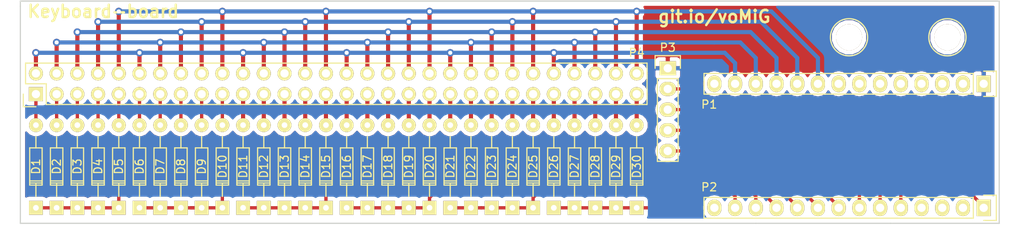
<source format=kicad_pcb>
(kicad_pcb (version 4) (host pcbnew 4.0.2+e4-6225~38~ubuntu16.04.1-stable)

  (general
    (links 0)
    (no_connects 21)
    (area 67.869999 38.024999 188.035001 65.480001)
    (thickness 1.6)
    (drawings 11)
    (tracks 193)
    (zones 0)
    (modules 37)
    (nets 59)
  )

  (page A4)
  (layers
    (0 F.Cu signal)
    (31 B.Cu signal)
    (32 B.Adhes user)
    (33 F.Adhes user)
    (34 B.Paste user)
    (35 F.Paste user)
    (36 B.SilkS user)
    (37 F.SilkS user)
    (38 B.Mask user)
    (39 F.Mask user)
    (40 Dwgs.User user)
    (41 Cmts.User user)
    (42 Eco1.User user)
    (43 Eco2.User user)
    (44 Edge.Cuts user)
    (45 Margin user)
    (46 B.CrtYd user)
    (47 F.CrtYd user)
    (48 B.Fab user)
    (49 F.Fab user)
  )

  (setup
    (last_trace_width 0.2032)
    (user_trace_width 0.254)
    (user_trace_width 0.4064)
    (user_trace_width 0.508)
    (user_trace_width 0.8128)
    (user_trace_width 1.2192)
    (user_trace_width 1.6256)
    (user_trace_width 2.54)
    (trace_clearance 0.2032)
    (zone_clearance 0.508)
    (zone_45_only no)
    (trace_min 0.2)
    (segment_width 0.2)
    (edge_width 0.15)
    (via_size 0.9144)
    (via_drill 0.508)
    (via_min_size 0.4)
    (via_min_drill 0.3)
    (uvia_size 0.9144)
    (uvia_drill 0.508)
    (uvias_allowed no)
    (uvia_min_size 0)
    (uvia_min_drill 0)
    (pcb_text_width 0.3)
    (pcb_text_size 1.5 1.5)
    (mod_edge_width 0.15)
    (mod_text_size 1 1)
    (mod_text_width 0.15)
    (pad_size 3.2 3.2)
    (pad_drill 3.2)
    (pad_to_mask_clearance 0.2)
    (aux_axis_origin 0 0)
    (visible_elements FFFFFF7F)
    (pcbplotparams
      (layerselection 0x010f0_80000001)
      (usegerberextensions true)
      (excludeedgelayer true)
      (linewidth 0.100000)
      (plotframeref false)
      (viasonmask false)
      (mode 1)
      (useauxorigin false)
      (hpglpennumber 1)
      (hpglpenspeed 20)
      (hpglpendiameter 15)
      (hpglpenoverlay 2)
      (psnegative false)
      (psa4output false)
      (plotreference true)
      (plotvalue true)
      (plotinvisibletext false)
      (padsonsilk false)
      (subtractmaskfromsilk false)
      (outputformat 1)
      (mirror false)
      (drillshape 0)
      (scaleselection 1)
      (outputdirectory gerbers/))
  )

  (net 0 "")
  (net 1 "Net-(D1-Pad2)")
  (net 2 COL0)
  (net 3 "Net-(D2-Pad2)")
  (net 4 "Net-(D3-Pad2)")
  (net 5 "Net-(D4-Pad2)")
  (net 6 "Net-(D5-Pad2)")
  (net 7 "Net-(D6-Pad2)")
  (net 8 COL1)
  (net 9 "Net-(D7-Pad2)")
  (net 10 "Net-(D8-Pad2)")
  (net 11 "Net-(D9-Pad2)")
  (net 12 "Net-(D10-Pad2)")
  (net 13 "Net-(D11-Pad2)")
  (net 14 COL2)
  (net 15 "Net-(D12-Pad2)")
  (net 16 "Net-(D13-Pad2)")
  (net 17 "Net-(D14-Pad2)")
  (net 18 "Net-(D15-Pad2)")
  (net 19 "Net-(D16-Pad2)")
  (net 20 COL3)
  (net 21 "Net-(D17-Pad2)")
  (net 22 "Net-(D18-Pad2)")
  (net 23 "Net-(D19-Pad2)")
  (net 24 "Net-(D20-Pad2)")
  (net 25 "Net-(D21-Pad2)")
  (net 26 COL4)
  (net 27 "Net-(D22-Pad2)")
  (net 28 "Net-(D23-Pad2)")
  (net 29 "Net-(D24-Pad2)")
  (net 30 "Net-(D25-Pad2)")
  (net 31 "Net-(D26-Pad2)")
  (net 32 COL5)
  (net 33 "Net-(D27-Pad2)")
  (net 34 "Net-(D28-Pad2)")
  (net 35 "Net-(D29-Pad2)")
  (net 36 "Net-(D30-Pad2)")
  (net 37 GND)
  (net 38 "Net-(P1-Pad8)")
  (net 39 "Net-(P1-Pad14)")
  (net 40 +5V)
  (net 41 ROW0)
  (net 42 ROW1)
  (net 43 ROW2)
  (net 44 ROW3)
  (net 45 ROW4)
  (net 46 "Net-(P2-Pad14)")
  (net 47 VRx)
  (net 48 VRy)
  (net 49 SW)
  (net 50 "Net-(P1-Pad2)")
  (net 51 "Net-(P1-Pad3)")
  (net 52 "Net-(P1-Pad4)")
  (net 53 "Net-(P1-Pad5)")
  (net 54 "Net-(P1-Pad6)")
  (net 55 "Net-(P1-Pad7)")
  (net 56 "Net-(P2-Pad2)")
  (net 57 "Net-(P2-Pad3)")
  (net 58 "Net-(P2-Pad4)")

  (net_class Default "This is the default net class."
    (clearance 0.2032)
    (trace_width 0.2032)
    (via_dia 0.9144)
    (via_drill 0.508)
    (uvia_dia 0.9144)
    (uvia_drill 0.508)
    (add_net +5V)
    (add_net COL0)
    (add_net COL1)
    (add_net COL2)
    (add_net COL3)
    (add_net COL4)
    (add_net COL5)
    (add_net GND)
    (add_net "Net-(D1-Pad2)")
    (add_net "Net-(D10-Pad2)")
    (add_net "Net-(D11-Pad2)")
    (add_net "Net-(D12-Pad2)")
    (add_net "Net-(D13-Pad2)")
    (add_net "Net-(D14-Pad2)")
    (add_net "Net-(D15-Pad2)")
    (add_net "Net-(D16-Pad2)")
    (add_net "Net-(D17-Pad2)")
    (add_net "Net-(D18-Pad2)")
    (add_net "Net-(D19-Pad2)")
    (add_net "Net-(D2-Pad2)")
    (add_net "Net-(D20-Pad2)")
    (add_net "Net-(D21-Pad2)")
    (add_net "Net-(D22-Pad2)")
    (add_net "Net-(D23-Pad2)")
    (add_net "Net-(D24-Pad2)")
    (add_net "Net-(D25-Pad2)")
    (add_net "Net-(D26-Pad2)")
    (add_net "Net-(D27-Pad2)")
    (add_net "Net-(D28-Pad2)")
    (add_net "Net-(D29-Pad2)")
    (add_net "Net-(D3-Pad2)")
    (add_net "Net-(D30-Pad2)")
    (add_net "Net-(D4-Pad2)")
    (add_net "Net-(D5-Pad2)")
    (add_net "Net-(D6-Pad2)")
    (add_net "Net-(D7-Pad2)")
    (add_net "Net-(D8-Pad2)")
    (add_net "Net-(D9-Pad2)")
    (add_net "Net-(P1-Pad14)")
    (add_net "Net-(P1-Pad2)")
    (add_net "Net-(P1-Pad3)")
    (add_net "Net-(P1-Pad4)")
    (add_net "Net-(P1-Pad5)")
    (add_net "Net-(P1-Pad6)")
    (add_net "Net-(P1-Pad7)")
    (add_net "Net-(P1-Pad8)")
    (add_net "Net-(P2-Pad14)")
    (add_net "Net-(P2-Pad2)")
    (add_net "Net-(P2-Pad3)")
    (add_net "Net-(P2-Pad4)")
    (add_net ROW0)
    (add_net ROW1)
    (add_net ROW2)
    (add_net ROW3)
    (add_net ROW4)
    (add_net SW)
    (add_net VRx)
    (add_net VRy)
  )

  (module Connect:1pin (layer F.Cu) (tedit 576C2586) (tstamp 576C237F)
    (at 169.545 42.545)
    (descr "module 1 pin (ou trou mecanique de percage)")
    (tags DEV)
    (fp_text reference REF** (at 0 -3.048) (layer F.SilkS) hide
      (effects (font (size 1 1) (thickness 0.15) italic))
    )
    (fp_text value 1pin (at 0 2.794) (layer F.Fab)
      (effects (font (size 1 1) (thickness 0.15)))
    )
    (fp_circle (center 0 0) (end 0 -2.286) (layer F.SilkS) (width 0.15))
    (pad 1 thru_hole circle (at 0 0) (size 3.2 3.2) (drill 3.2) (layers *.Cu *.Mask F.SilkS))
  )

  (module Socket_Strips:Socket_Strip_Straight_1x14 (layer F.Cu) (tedit 0) (tstamp 576C1A14)
    (at 186.055 48.26 180)
    (descr "Through hole socket strip")
    (tags "socket strip")
    (path /576C07D8)
    (fp_text reference P1 (at 33.655 -2.54 180) (layer F.SilkS)
      (effects (font (size 1 1) (thickness 0.15)))
    )
    (fp_text value CONN_01X14 (at 0 -3.1 180) (layer F.Fab)
      (effects (font (size 1 1) (thickness 0.15)))
    )
    (fp_line (start -1.75 -1.75) (end -1.75 1.75) (layer F.CrtYd) (width 0.05))
    (fp_line (start 34.8 -1.75) (end 34.8 1.75) (layer F.CrtYd) (width 0.05))
    (fp_line (start -1.75 -1.75) (end 34.8 -1.75) (layer F.CrtYd) (width 0.05))
    (fp_line (start -1.75 1.75) (end 34.8 1.75) (layer F.CrtYd) (width 0.05))
    (fp_line (start 1.27 -1.27) (end 34.29 -1.27) (layer F.SilkS) (width 0.15))
    (fp_line (start 34.29 -1.27) (end 34.29 1.27) (layer F.SilkS) (width 0.15))
    (fp_line (start 34.29 1.27) (end 1.27 1.27) (layer F.SilkS) (width 0.15))
    (fp_line (start -1.55 1.55) (end 0 1.55) (layer F.SilkS) (width 0.15))
    (fp_line (start 1.27 1.27) (end 1.27 -1.27) (layer F.SilkS) (width 0.15))
    (fp_line (start 0 -1.55) (end -1.55 -1.55) (layer F.SilkS) (width 0.15))
    (fp_line (start -1.55 -1.55) (end -1.55 1.55) (layer F.SilkS) (width 0.15))
    (pad 1 thru_hole rect (at 0 0 180) (size 1.7272 2.032) (drill 1.016) (layers *.Cu *.Mask F.SilkS)
      (net 37 GND))
    (pad 2 thru_hole oval (at 2.54 0 180) (size 1.7272 2.032) (drill 1.016) (layers *.Cu *.Mask F.SilkS)
      (net 50 "Net-(P1-Pad2)"))
    (pad 3 thru_hole oval (at 5.08 0 180) (size 1.7272 2.032) (drill 1.016) (layers *.Cu *.Mask F.SilkS)
      (net 51 "Net-(P1-Pad3)"))
    (pad 4 thru_hole oval (at 7.62 0 180) (size 1.7272 2.032) (drill 1.016) (layers *.Cu *.Mask F.SilkS)
      (net 52 "Net-(P1-Pad4)"))
    (pad 5 thru_hole oval (at 10.16 0 180) (size 1.7272 2.032) (drill 1.016) (layers *.Cu *.Mask F.SilkS)
      (net 53 "Net-(P1-Pad5)"))
    (pad 6 thru_hole oval (at 12.7 0 180) (size 1.7272 2.032) (drill 1.016) (layers *.Cu *.Mask F.SilkS)
      (net 54 "Net-(P1-Pad6)"))
    (pad 7 thru_hole oval (at 15.24 0 180) (size 1.7272 2.032) (drill 1.016) (layers *.Cu *.Mask F.SilkS)
      (net 55 "Net-(P1-Pad7)"))
    (pad 8 thru_hole oval (at 17.78 0 180) (size 1.7272 2.032) (drill 1.016) (layers *.Cu *.Mask F.SilkS)
      (net 38 "Net-(P1-Pad8)"))
    (pad 9 thru_hole oval (at 20.32 0 180) (size 1.7272 2.032) (drill 1.016) (layers *.Cu *.Mask F.SilkS)
      (net 45 ROW4))
    (pad 10 thru_hole oval (at 22.86 0 180) (size 1.7272 2.032) (drill 1.016) (layers *.Cu *.Mask F.SilkS)
      (net 44 ROW3))
    (pad 11 thru_hole oval (at 25.4 0 180) (size 1.7272 2.032) (drill 1.016) (layers *.Cu *.Mask F.SilkS)
      (net 43 ROW2))
    (pad 12 thru_hole oval (at 27.94 0 180) (size 1.7272 2.032) (drill 1.016) (layers *.Cu *.Mask F.SilkS)
      (net 42 ROW1))
    (pad 13 thru_hole oval (at 30.48 0 180) (size 1.7272 2.032) (drill 1.016) (layers *.Cu *.Mask F.SilkS)
      (net 41 ROW0))
    (pad 14 thru_hole oval (at 33.02 0 180) (size 1.7272 2.032) (drill 1.016) (layers *.Cu *.Mask F.SilkS)
      (net 39 "Net-(P1-Pad14)"))
    (model Socket_Strips.3dshapes/Socket_Strip_Straight_1x14.wrl
      (at (xyz 0.65 0 0))
      (scale (xyz 1 1 1))
      (rotate (xyz 0 0 180))
    )
  )

  (module Diodes_ThroughHole:Diode_DO-35_SOD27_Horizontal_RM10 (layer F.Cu) (tedit 552FFC30) (tstamp 576C1954)
    (at 69.85254 63.50052 90)
    (descr "Diode, DO-35,  SOD27, Horizontal, RM 10mm")
    (tags "Diode, DO-35, SOD27, Horizontal, RM 10mm, 1N4148,")
    (path /576C4758/576C6405)
    (fp_text reference D1 (at 5.08052 -0.00254 90) (layer F.SilkS)
      (effects (font (size 1 1) (thickness 0.15)))
    )
    (fp_text value 1n4148 (at 4.41452 -3.55854 90) (layer F.Fab)
      (effects (font (size 1 1) (thickness 0.15)))
    )
    (fp_line (start 7.36652 -0.00254) (end 8.76352 -0.00254) (layer F.SilkS) (width 0.15))
    (fp_line (start 2.92152 -0.00254) (end 1.39752 -0.00254) (layer F.SilkS) (width 0.15))
    (fp_line (start 3.30252 -0.76454) (end 3.30252 0.75946) (layer F.SilkS) (width 0.15))
    (fp_line (start 3.04852 -0.76454) (end 3.04852 0.75946) (layer F.SilkS) (width 0.15))
    (fp_line (start 2.79452 -0.00254) (end 2.79452 0.75946) (layer F.SilkS) (width 0.15))
    (fp_line (start 2.79452 0.75946) (end 7.36652 0.75946) (layer F.SilkS) (width 0.15))
    (fp_line (start 7.36652 0.75946) (end 7.36652 -0.76454) (layer F.SilkS) (width 0.15))
    (fp_line (start 7.36652 -0.76454) (end 2.79452 -0.76454) (layer F.SilkS) (width 0.15))
    (fp_line (start 2.79452 -0.76454) (end 2.79452 -0.00254) (layer F.SilkS) (width 0.15))
    (pad 2 thru_hole circle (at 10.16052 -0.00254 270) (size 1.69926 1.69926) (drill 0.70104) (layers *.Cu *.Mask F.SilkS)
      (net 1 "Net-(D1-Pad2)"))
    (pad 1 thru_hole rect (at 0.00052 -0.00254 270) (size 1.69926 1.69926) (drill 0.70104) (layers *.Cu *.Mask F.SilkS)
      (net 2 COL0))
    (model Diodes_ThroughHole.3dshapes/Diode_DO-35_SOD27_Horizontal_RM10.wrl
      (at (xyz 0.2 0 0))
      (scale (xyz 0.4 0.4 0.4))
      (rotate (xyz 0 0 180))
    )
  )

  (module Diodes_ThroughHole:Diode_DO-35_SOD27_Horizontal_RM10 (layer F.Cu) (tedit 552FFC30) (tstamp 576C195A)
    (at 72.39254 63.50052 90)
    (descr "Diode, DO-35,  SOD27, Horizontal, RM 10mm")
    (tags "Diode, DO-35, SOD27, Horizontal, RM 10mm, 1N4148,")
    (path /576C4758/576C63FE)
    (fp_text reference D2 (at 5.08052 -0.00254 90) (layer F.SilkS)
      (effects (font (size 1 1) (thickness 0.15)))
    )
    (fp_text value 1n4148 (at 4.41452 -3.55854 90) (layer F.Fab)
      (effects (font (size 1 1) (thickness 0.15)))
    )
    (fp_line (start 7.36652 -0.00254) (end 8.76352 -0.00254) (layer F.SilkS) (width 0.15))
    (fp_line (start 2.92152 -0.00254) (end 1.39752 -0.00254) (layer F.SilkS) (width 0.15))
    (fp_line (start 3.30252 -0.76454) (end 3.30252 0.75946) (layer F.SilkS) (width 0.15))
    (fp_line (start 3.04852 -0.76454) (end 3.04852 0.75946) (layer F.SilkS) (width 0.15))
    (fp_line (start 2.79452 -0.00254) (end 2.79452 0.75946) (layer F.SilkS) (width 0.15))
    (fp_line (start 2.79452 0.75946) (end 7.36652 0.75946) (layer F.SilkS) (width 0.15))
    (fp_line (start 7.36652 0.75946) (end 7.36652 -0.76454) (layer F.SilkS) (width 0.15))
    (fp_line (start 7.36652 -0.76454) (end 2.79452 -0.76454) (layer F.SilkS) (width 0.15))
    (fp_line (start 2.79452 -0.76454) (end 2.79452 -0.00254) (layer F.SilkS) (width 0.15))
    (pad 2 thru_hole circle (at 10.16052 -0.00254 270) (size 1.69926 1.69926) (drill 0.70104) (layers *.Cu *.Mask F.SilkS)
      (net 3 "Net-(D2-Pad2)"))
    (pad 1 thru_hole rect (at 0.00052 -0.00254 270) (size 1.69926 1.69926) (drill 0.70104) (layers *.Cu *.Mask F.SilkS)
      (net 2 COL0))
    (model Diodes_ThroughHole.3dshapes/Diode_DO-35_SOD27_Horizontal_RM10.wrl
      (at (xyz 0.2 0 0))
      (scale (xyz 0.4 0.4 0.4))
      (rotate (xyz 0 0 180))
    )
  )

  (module Diodes_ThroughHole:Diode_DO-35_SOD27_Horizontal_RM10 (layer F.Cu) (tedit 552FFC30) (tstamp 576C1960)
    (at 74.93254 63.50052 90)
    (descr "Diode, DO-35,  SOD27, Horizontal, RM 10mm")
    (tags "Diode, DO-35, SOD27, Horizontal, RM 10mm, 1N4148,")
    (path /576C4758/576C640C)
    (fp_text reference D3 (at 5.08052 -0.00254 90) (layer F.SilkS)
      (effects (font (size 1 1) (thickness 0.15)))
    )
    (fp_text value 1n4148 (at 4.41452 -3.55854 90) (layer F.Fab)
      (effects (font (size 1 1) (thickness 0.15)))
    )
    (fp_line (start 7.36652 -0.00254) (end 8.76352 -0.00254) (layer F.SilkS) (width 0.15))
    (fp_line (start 2.92152 -0.00254) (end 1.39752 -0.00254) (layer F.SilkS) (width 0.15))
    (fp_line (start 3.30252 -0.76454) (end 3.30252 0.75946) (layer F.SilkS) (width 0.15))
    (fp_line (start 3.04852 -0.76454) (end 3.04852 0.75946) (layer F.SilkS) (width 0.15))
    (fp_line (start 2.79452 -0.00254) (end 2.79452 0.75946) (layer F.SilkS) (width 0.15))
    (fp_line (start 2.79452 0.75946) (end 7.36652 0.75946) (layer F.SilkS) (width 0.15))
    (fp_line (start 7.36652 0.75946) (end 7.36652 -0.76454) (layer F.SilkS) (width 0.15))
    (fp_line (start 7.36652 -0.76454) (end 2.79452 -0.76454) (layer F.SilkS) (width 0.15))
    (fp_line (start 2.79452 -0.76454) (end 2.79452 -0.00254) (layer F.SilkS) (width 0.15))
    (pad 2 thru_hole circle (at 10.16052 -0.00254 270) (size 1.69926 1.69926) (drill 0.70104) (layers *.Cu *.Mask F.SilkS)
      (net 4 "Net-(D3-Pad2)"))
    (pad 1 thru_hole rect (at 0.00052 -0.00254 270) (size 1.69926 1.69926) (drill 0.70104) (layers *.Cu *.Mask F.SilkS)
      (net 2 COL0))
    (model Diodes_ThroughHole.3dshapes/Diode_DO-35_SOD27_Horizontal_RM10.wrl
      (at (xyz 0.2 0 0))
      (scale (xyz 0.4 0.4 0.4))
      (rotate (xyz 0 0 180))
    )
  )

  (module Diodes_ThroughHole:Diode_DO-35_SOD27_Horizontal_RM10 (layer F.Cu) (tedit 552FFC30) (tstamp 576C1966)
    (at 77.47254 63.50052 90)
    (descr "Diode, DO-35,  SOD27, Horizontal, RM 10mm")
    (tags "Diode, DO-35, SOD27, Horizontal, RM 10mm, 1N4148,")
    (path /576C4758/576C6413)
    (fp_text reference D4 (at 5.08052 -0.00254 90) (layer F.SilkS)
      (effects (font (size 1 1) (thickness 0.15)))
    )
    (fp_text value 1n4148 (at 4.41452 -3.55854 90) (layer F.Fab)
      (effects (font (size 1 1) (thickness 0.15)))
    )
    (fp_line (start 7.36652 -0.00254) (end 8.76352 -0.00254) (layer F.SilkS) (width 0.15))
    (fp_line (start 2.92152 -0.00254) (end 1.39752 -0.00254) (layer F.SilkS) (width 0.15))
    (fp_line (start 3.30252 -0.76454) (end 3.30252 0.75946) (layer F.SilkS) (width 0.15))
    (fp_line (start 3.04852 -0.76454) (end 3.04852 0.75946) (layer F.SilkS) (width 0.15))
    (fp_line (start 2.79452 -0.00254) (end 2.79452 0.75946) (layer F.SilkS) (width 0.15))
    (fp_line (start 2.79452 0.75946) (end 7.36652 0.75946) (layer F.SilkS) (width 0.15))
    (fp_line (start 7.36652 0.75946) (end 7.36652 -0.76454) (layer F.SilkS) (width 0.15))
    (fp_line (start 7.36652 -0.76454) (end 2.79452 -0.76454) (layer F.SilkS) (width 0.15))
    (fp_line (start 2.79452 -0.76454) (end 2.79452 -0.00254) (layer F.SilkS) (width 0.15))
    (pad 2 thru_hole circle (at 10.16052 -0.00254 270) (size 1.69926 1.69926) (drill 0.70104) (layers *.Cu *.Mask F.SilkS)
      (net 5 "Net-(D4-Pad2)"))
    (pad 1 thru_hole rect (at 0.00052 -0.00254 270) (size 1.69926 1.69926) (drill 0.70104) (layers *.Cu *.Mask F.SilkS)
      (net 2 COL0))
    (model Diodes_ThroughHole.3dshapes/Diode_DO-35_SOD27_Horizontal_RM10.wrl
      (at (xyz 0.2 0 0))
      (scale (xyz 0.4 0.4 0.4))
      (rotate (xyz 0 0 180))
    )
  )

  (module Diodes_ThroughHole:Diode_DO-35_SOD27_Horizontal_RM10 (layer F.Cu) (tedit 552FFC30) (tstamp 576C196C)
    (at 80.01254 63.50052 90)
    (descr "Diode, DO-35,  SOD27, Horizontal, RM 10mm")
    (tags "Diode, DO-35, SOD27, Horizontal, RM 10mm, 1N4148,")
    (path /576C4758/576C641A)
    (fp_text reference D5 (at 5.08052 -0.00254 90) (layer F.SilkS)
      (effects (font (size 1 1) (thickness 0.15)))
    )
    (fp_text value 1n4148 (at 4.41452 -3.55854 90) (layer F.Fab)
      (effects (font (size 1 1) (thickness 0.15)))
    )
    (fp_line (start 7.36652 -0.00254) (end 8.76352 -0.00254) (layer F.SilkS) (width 0.15))
    (fp_line (start 2.92152 -0.00254) (end 1.39752 -0.00254) (layer F.SilkS) (width 0.15))
    (fp_line (start 3.30252 -0.76454) (end 3.30252 0.75946) (layer F.SilkS) (width 0.15))
    (fp_line (start 3.04852 -0.76454) (end 3.04852 0.75946) (layer F.SilkS) (width 0.15))
    (fp_line (start 2.79452 -0.00254) (end 2.79452 0.75946) (layer F.SilkS) (width 0.15))
    (fp_line (start 2.79452 0.75946) (end 7.36652 0.75946) (layer F.SilkS) (width 0.15))
    (fp_line (start 7.36652 0.75946) (end 7.36652 -0.76454) (layer F.SilkS) (width 0.15))
    (fp_line (start 7.36652 -0.76454) (end 2.79452 -0.76454) (layer F.SilkS) (width 0.15))
    (fp_line (start 2.79452 -0.76454) (end 2.79452 -0.00254) (layer F.SilkS) (width 0.15))
    (pad 2 thru_hole circle (at 10.16052 -0.00254 270) (size 1.69926 1.69926) (drill 0.70104) (layers *.Cu *.Mask F.SilkS)
      (net 6 "Net-(D5-Pad2)"))
    (pad 1 thru_hole rect (at 0.00052 -0.00254 270) (size 1.69926 1.69926) (drill 0.70104) (layers *.Cu *.Mask F.SilkS)
      (net 2 COL0))
    (model Diodes_ThroughHole.3dshapes/Diode_DO-35_SOD27_Horizontal_RM10.wrl
      (at (xyz 0.2 0 0))
      (scale (xyz 0.4 0.4 0.4))
      (rotate (xyz 0 0 180))
    )
  )

  (module Diodes_ThroughHole:Diode_DO-35_SOD27_Horizontal_RM10 (layer F.Cu) (tedit 552FFC30) (tstamp 576C1972)
    (at 82.55254 63.50052 90)
    (descr "Diode, DO-35,  SOD27, Horizontal, RM 10mm")
    (tags "Diode, DO-35, SOD27, Horizontal, RM 10mm, 1N4148,")
    (path /576C4758/576C6421)
    (fp_text reference D6 (at 5.08052 -0.00254 90) (layer F.SilkS)
      (effects (font (size 1 1) (thickness 0.15)))
    )
    (fp_text value 1n4148 (at 4.41452 -3.55854 90) (layer F.Fab)
      (effects (font (size 1 1) (thickness 0.15)))
    )
    (fp_line (start 7.36652 -0.00254) (end 8.76352 -0.00254) (layer F.SilkS) (width 0.15))
    (fp_line (start 2.92152 -0.00254) (end 1.39752 -0.00254) (layer F.SilkS) (width 0.15))
    (fp_line (start 3.30252 -0.76454) (end 3.30252 0.75946) (layer F.SilkS) (width 0.15))
    (fp_line (start 3.04852 -0.76454) (end 3.04852 0.75946) (layer F.SilkS) (width 0.15))
    (fp_line (start 2.79452 -0.00254) (end 2.79452 0.75946) (layer F.SilkS) (width 0.15))
    (fp_line (start 2.79452 0.75946) (end 7.36652 0.75946) (layer F.SilkS) (width 0.15))
    (fp_line (start 7.36652 0.75946) (end 7.36652 -0.76454) (layer F.SilkS) (width 0.15))
    (fp_line (start 7.36652 -0.76454) (end 2.79452 -0.76454) (layer F.SilkS) (width 0.15))
    (fp_line (start 2.79452 -0.76454) (end 2.79452 -0.00254) (layer F.SilkS) (width 0.15))
    (pad 2 thru_hole circle (at 10.16052 -0.00254 270) (size 1.69926 1.69926) (drill 0.70104) (layers *.Cu *.Mask F.SilkS)
      (net 7 "Net-(D6-Pad2)"))
    (pad 1 thru_hole rect (at 0.00052 -0.00254 270) (size 1.69926 1.69926) (drill 0.70104) (layers *.Cu *.Mask F.SilkS)
      (net 8 COL1))
    (model Diodes_ThroughHole.3dshapes/Diode_DO-35_SOD27_Horizontal_RM10.wrl
      (at (xyz 0.2 0 0))
      (scale (xyz 0.4 0.4 0.4))
      (rotate (xyz 0 0 180))
    )
  )

  (module Diodes_ThroughHole:Diode_DO-35_SOD27_Horizontal_RM10 (layer F.Cu) (tedit 552FFC30) (tstamp 576C1978)
    (at 85.09254 63.50052 90)
    (descr "Diode, DO-35,  SOD27, Horizontal, RM 10mm")
    (tags "Diode, DO-35, SOD27, Horizontal, RM 10mm, 1N4148,")
    (path /576C4758/576C6428)
    (fp_text reference D7 (at 5.08052 -0.00254 90) (layer F.SilkS)
      (effects (font (size 1 1) (thickness 0.15)))
    )
    (fp_text value 1n4148 (at 4.41452 -3.55854 90) (layer F.Fab)
      (effects (font (size 1 1) (thickness 0.15)))
    )
    (fp_line (start 7.36652 -0.00254) (end 8.76352 -0.00254) (layer F.SilkS) (width 0.15))
    (fp_line (start 2.92152 -0.00254) (end 1.39752 -0.00254) (layer F.SilkS) (width 0.15))
    (fp_line (start 3.30252 -0.76454) (end 3.30252 0.75946) (layer F.SilkS) (width 0.15))
    (fp_line (start 3.04852 -0.76454) (end 3.04852 0.75946) (layer F.SilkS) (width 0.15))
    (fp_line (start 2.79452 -0.00254) (end 2.79452 0.75946) (layer F.SilkS) (width 0.15))
    (fp_line (start 2.79452 0.75946) (end 7.36652 0.75946) (layer F.SilkS) (width 0.15))
    (fp_line (start 7.36652 0.75946) (end 7.36652 -0.76454) (layer F.SilkS) (width 0.15))
    (fp_line (start 7.36652 -0.76454) (end 2.79452 -0.76454) (layer F.SilkS) (width 0.15))
    (fp_line (start 2.79452 -0.76454) (end 2.79452 -0.00254) (layer F.SilkS) (width 0.15))
    (pad 2 thru_hole circle (at 10.16052 -0.00254 270) (size 1.69926 1.69926) (drill 0.70104) (layers *.Cu *.Mask F.SilkS)
      (net 9 "Net-(D7-Pad2)"))
    (pad 1 thru_hole rect (at 0.00052 -0.00254 270) (size 1.69926 1.69926) (drill 0.70104) (layers *.Cu *.Mask F.SilkS)
      (net 8 COL1))
    (model Diodes_ThroughHole.3dshapes/Diode_DO-35_SOD27_Horizontal_RM10.wrl
      (at (xyz 0.2 0 0))
      (scale (xyz 0.4 0.4 0.4))
      (rotate (xyz 0 0 180))
    )
  )

  (module Diodes_ThroughHole:Diode_DO-35_SOD27_Horizontal_RM10 (layer F.Cu) (tedit 552FFC30) (tstamp 576C197E)
    (at 87.63254 63.50052 90)
    (descr "Diode, DO-35,  SOD27, Horizontal, RM 10mm")
    (tags "Diode, DO-35, SOD27, Horizontal, RM 10mm, 1N4148,")
    (path /576C4758/576C642F)
    (fp_text reference D8 (at 5.08052 -0.00254 90) (layer F.SilkS)
      (effects (font (size 1 1) (thickness 0.15)))
    )
    (fp_text value 1n4148 (at 4.41452 -3.55854 90) (layer F.Fab)
      (effects (font (size 1 1) (thickness 0.15)))
    )
    (fp_line (start 7.36652 -0.00254) (end 8.76352 -0.00254) (layer F.SilkS) (width 0.15))
    (fp_line (start 2.92152 -0.00254) (end 1.39752 -0.00254) (layer F.SilkS) (width 0.15))
    (fp_line (start 3.30252 -0.76454) (end 3.30252 0.75946) (layer F.SilkS) (width 0.15))
    (fp_line (start 3.04852 -0.76454) (end 3.04852 0.75946) (layer F.SilkS) (width 0.15))
    (fp_line (start 2.79452 -0.00254) (end 2.79452 0.75946) (layer F.SilkS) (width 0.15))
    (fp_line (start 2.79452 0.75946) (end 7.36652 0.75946) (layer F.SilkS) (width 0.15))
    (fp_line (start 7.36652 0.75946) (end 7.36652 -0.76454) (layer F.SilkS) (width 0.15))
    (fp_line (start 7.36652 -0.76454) (end 2.79452 -0.76454) (layer F.SilkS) (width 0.15))
    (fp_line (start 2.79452 -0.76454) (end 2.79452 -0.00254) (layer F.SilkS) (width 0.15))
    (pad 2 thru_hole circle (at 10.16052 -0.00254 270) (size 1.69926 1.69926) (drill 0.70104) (layers *.Cu *.Mask F.SilkS)
      (net 10 "Net-(D8-Pad2)"))
    (pad 1 thru_hole rect (at 0.00052 -0.00254 270) (size 1.69926 1.69926) (drill 0.70104) (layers *.Cu *.Mask F.SilkS)
      (net 8 COL1))
    (model Diodes_ThroughHole.3dshapes/Diode_DO-35_SOD27_Horizontal_RM10.wrl
      (at (xyz 0.2 0 0))
      (scale (xyz 0.4 0.4 0.4))
      (rotate (xyz 0 0 180))
    )
  )

  (module Diodes_ThroughHole:Diode_DO-35_SOD27_Horizontal_RM10 (layer F.Cu) (tedit 552FFC30) (tstamp 576C1984)
    (at 90.17254 63.50052 90)
    (descr "Diode, DO-35,  SOD27, Horizontal, RM 10mm")
    (tags "Diode, DO-35, SOD27, Horizontal, RM 10mm, 1N4148,")
    (path /576C4758/576C6436)
    (fp_text reference D9 (at 5.08052 -0.00254 90) (layer F.SilkS)
      (effects (font (size 1 1) (thickness 0.15)))
    )
    (fp_text value 1n4148 (at 4.41452 -3.55854 90) (layer F.Fab)
      (effects (font (size 1 1) (thickness 0.15)))
    )
    (fp_line (start 7.36652 -0.00254) (end 8.76352 -0.00254) (layer F.SilkS) (width 0.15))
    (fp_line (start 2.92152 -0.00254) (end 1.39752 -0.00254) (layer F.SilkS) (width 0.15))
    (fp_line (start 3.30252 -0.76454) (end 3.30252 0.75946) (layer F.SilkS) (width 0.15))
    (fp_line (start 3.04852 -0.76454) (end 3.04852 0.75946) (layer F.SilkS) (width 0.15))
    (fp_line (start 2.79452 -0.00254) (end 2.79452 0.75946) (layer F.SilkS) (width 0.15))
    (fp_line (start 2.79452 0.75946) (end 7.36652 0.75946) (layer F.SilkS) (width 0.15))
    (fp_line (start 7.36652 0.75946) (end 7.36652 -0.76454) (layer F.SilkS) (width 0.15))
    (fp_line (start 7.36652 -0.76454) (end 2.79452 -0.76454) (layer F.SilkS) (width 0.15))
    (fp_line (start 2.79452 -0.76454) (end 2.79452 -0.00254) (layer F.SilkS) (width 0.15))
    (pad 2 thru_hole circle (at 10.16052 -0.00254 270) (size 1.69926 1.69926) (drill 0.70104) (layers *.Cu *.Mask F.SilkS)
      (net 11 "Net-(D9-Pad2)"))
    (pad 1 thru_hole rect (at 0.00052 -0.00254 270) (size 1.69926 1.69926) (drill 0.70104) (layers *.Cu *.Mask F.SilkS)
      (net 8 COL1))
    (model Diodes_ThroughHole.3dshapes/Diode_DO-35_SOD27_Horizontal_RM10.wrl
      (at (xyz 0.2 0 0))
      (scale (xyz 0.4 0.4 0.4))
      (rotate (xyz 0 0 180))
    )
  )

  (module Diodes_ThroughHole:Diode_DO-35_SOD27_Horizontal_RM10 (layer F.Cu) (tedit 552FFC30) (tstamp 576C198A)
    (at 92.71254 63.50052 90)
    (descr "Diode, DO-35,  SOD27, Horizontal, RM 10mm")
    (tags "Diode, DO-35, SOD27, Horizontal, RM 10mm, 1N4148,")
    (path /576C4758/576C643D)
    (fp_text reference D10 (at 5.08052 -0.00254 90) (layer F.SilkS)
      (effects (font (size 1 1) (thickness 0.15)))
    )
    (fp_text value 1n4148 (at 4.41452 -3.55854 90) (layer F.Fab)
      (effects (font (size 1 1) (thickness 0.15)))
    )
    (fp_line (start 7.36652 -0.00254) (end 8.76352 -0.00254) (layer F.SilkS) (width 0.15))
    (fp_line (start 2.92152 -0.00254) (end 1.39752 -0.00254) (layer F.SilkS) (width 0.15))
    (fp_line (start 3.30252 -0.76454) (end 3.30252 0.75946) (layer F.SilkS) (width 0.15))
    (fp_line (start 3.04852 -0.76454) (end 3.04852 0.75946) (layer F.SilkS) (width 0.15))
    (fp_line (start 2.79452 -0.00254) (end 2.79452 0.75946) (layer F.SilkS) (width 0.15))
    (fp_line (start 2.79452 0.75946) (end 7.36652 0.75946) (layer F.SilkS) (width 0.15))
    (fp_line (start 7.36652 0.75946) (end 7.36652 -0.76454) (layer F.SilkS) (width 0.15))
    (fp_line (start 7.36652 -0.76454) (end 2.79452 -0.76454) (layer F.SilkS) (width 0.15))
    (fp_line (start 2.79452 -0.76454) (end 2.79452 -0.00254) (layer F.SilkS) (width 0.15))
    (pad 2 thru_hole circle (at 10.16052 -0.00254 270) (size 1.69926 1.69926) (drill 0.70104) (layers *.Cu *.Mask F.SilkS)
      (net 12 "Net-(D10-Pad2)"))
    (pad 1 thru_hole rect (at 0.00052 -0.00254 270) (size 1.69926 1.69926) (drill 0.70104) (layers *.Cu *.Mask F.SilkS)
      (net 8 COL1))
    (model Diodes_ThroughHole.3dshapes/Diode_DO-35_SOD27_Horizontal_RM10.wrl
      (at (xyz 0.2 0 0))
      (scale (xyz 0.4 0.4 0.4))
      (rotate (xyz 0 0 180))
    )
  )

  (module Diodes_ThroughHole:Diode_DO-35_SOD27_Horizontal_RM10 (layer F.Cu) (tedit 552FFC30) (tstamp 576C1990)
    (at 95.25254 63.50052 90)
    (descr "Diode, DO-35,  SOD27, Horizontal, RM 10mm")
    (tags "Diode, DO-35, SOD27, Horizontal, RM 10mm, 1N4148,")
    (path /576C4758/576C6444)
    (fp_text reference D11 (at 5.08052 -0.00254 90) (layer F.SilkS)
      (effects (font (size 1 1) (thickness 0.15)))
    )
    (fp_text value 1n4148 (at 4.41452 -3.55854 90) (layer F.Fab)
      (effects (font (size 1 1) (thickness 0.15)))
    )
    (fp_line (start 7.36652 -0.00254) (end 8.76352 -0.00254) (layer F.SilkS) (width 0.15))
    (fp_line (start 2.92152 -0.00254) (end 1.39752 -0.00254) (layer F.SilkS) (width 0.15))
    (fp_line (start 3.30252 -0.76454) (end 3.30252 0.75946) (layer F.SilkS) (width 0.15))
    (fp_line (start 3.04852 -0.76454) (end 3.04852 0.75946) (layer F.SilkS) (width 0.15))
    (fp_line (start 2.79452 -0.00254) (end 2.79452 0.75946) (layer F.SilkS) (width 0.15))
    (fp_line (start 2.79452 0.75946) (end 7.36652 0.75946) (layer F.SilkS) (width 0.15))
    (fp_line (start 7.36652 0.75946) (end 7.36652 -0.76454) (layer F.SilkS) (width 0.15))
    (fp_line (start 7.36652 -0.76454) (end 2.79452 -0.76454) (layer F.SilkS) (width 0.15))
    (fp_line (start 2.79452 -0.76454) (end 2.79452 -0.00254) (layer F.SilkS) (width 0.15))
    (pad 2 thru_hole circle (at 10.16052 -0.00254 270) (size 1.69926 1.69926) (drill 0.70104) (layers *.Cu *.Mask F.SilkS)
      (net 13 "Net-(D11-Pad2)"))
    (pad 1 thru_hole rect (at 0.00052 -0.00254 270) (size 1.69926 1.69926) (drill 0.70104) (layers *.Cu *.Mask F.SilkS)
      (net 14 COL2))
    (model Diodes_ThroughHole.3dshapes/Diode_DO-35_SOD27_Horizontal_RM10.wrl
      (at (xyz 0.2 0 0))
      (scale (xyz 0.4 0.4 0.4))
      (rotate (xyz 0 0 180))
    )
  )

  (module Diodes_ThroughHole:Diode_DO-35_SOD27_Horizontal_RM10 (layer F.Cu) (tedit 552FFC30) (tstamp 576C1996)
    (at 97.79254 63.50052 90)
    (descr "Diode, DO-35,  SOD27, Horizontal, RM 10mm")
    (tags "Diode, DO-35, SOD27, Horizontal, RM 10mm, 1N4148,")
    (path /576C4758/576C644B)
    (fp_text reference D12 (at 5.08052 -0.00254 90) (layer F.SilkS)
      (effects (font (size 1 1) (thickness 0.15)))
    )
    (fp_text value 1n4148 (at 4.41452 -3.55854 90) (layer F.Fab)
      (effects (font (size 1 1) (thickness 0.15)))
    )
    (fp_line (start 7.36652 -0.00254) (end 8.76352 -0.00254) (layer F.SilkS) (width 0.15))
    (fp_line (start 2.92152 -0.00254) (end 1.39752 -0.00254) (layer F.SilkS) (width 0.15))
    (fp_line (start 3.30252 -0.76454) (end 3.30252 0.75946) (layer F.SilkS) (width 0.15))
    (fp_line (start 3.04852 -0.76454) (end 3.04852 0.75946) (layer F.SilkS) (width 0.15))
    (fp_line (start 2.79452 -0.00254) (end 2.79452 0.75946) (layer F.SilkS) (width 0.15))
    (fp_line (start 2.79452 0.75946) (end 7.36652 0.75946) (layer F.SilkS) (width 0.15))
    (fp_line (start 7.36652 0.75946) (end 7.36652 -0.76454) (layer F.SilkS) (width 0.15))
    (fp_line (start 7.36652 -0.76454) (end 2.79452 -0.76454) (layer F.SilkS) (width 0.15))
    (fp_line (start 2.79452 -0.76454) (end 2.79452 -0.00254) (layer F.SilkS) (width 0.15))
    (pad 2 thru_hole circle (at 10.16052 -0.00254 270) (size 1.69926 1.69926) (drill 0.70104) (layers *.Cu *.Mask F.SilkS)
      (net 15 "Net-(D12-Pad2)"))
    (pad 1 thru_hole rect (at 0.00052 -0.00254 270) (size 1.69926 1.69926) (drill 0.70104) (layers *.Cu *.Mask F.SilkS)
      (net 14 COL2))
    (model Diodes_ThroughHole.3dshapes/Diode_DO-35_SOD27_Horizontal_RM10.wrl
      (at (xyz 0.2 0 0))
      (scale (xyz 0.4 0.4 0.4))
      (rotate (xyz 0 0 180))
    )
  )

  (module Diodes_ThroughHole:Diode_DO-35_SOD27_Horizontal_RM10 (layer F.Cu) (tedit 552FFC30) (tstamp 576C199C)
    (at 100.33254 63.50052 90)
    (descr "Diode, DO-35,  SOD27, Horizontal, RM 10mm")
    (tags "Diode, DO-35, SOD27, Horizontal, RM 10mm, 1N4148,")
    (path /576C4758/576C6452)
    (fp_text reference D13 (at 5.08052 -0.00254 90) (layer F.SilkS)
      (effects (font (size 1 1) (thickness 0.15)))
    )
    (fp_text value 1n4148 (at 4.41452 -3.55854 90) (layer F.Fab)
      (effects (font (size 1 1) (thickness 0.15)))
    )
    (fp_line (start 7.36652 -0.00254) (end 8.76352 -0.00254) (layer F.SilkS) (width 0.15))
    (fp_line (start 2.92152 -0.00254) (end 1.39752 -0.00254) (layer F.SilkS) (width 0.15))
    (fp_line (start 3.30252 -0.76454) (end 3.30252 0.75946) (layer F.SilkS) (width 0.15))
    (fp_line (start 3.04852 -0.76454) (end 3.04852 0.75946) (layer F.SilkS) (width 0.15))
    (fp_line (start 2.79452 -0.00254) (end 2.79452 0.75946) (layer F.SilkS) (width 0.15))
    (fp_line (start 2.79452 0.75946) (end 7.36652 0.75946) (layer F.SilkS) (width 0.15))
    (fp_line (start 7.36652 0.75946) (end 7.36652 -0.76454) (layer F.SilkS) (width 0.15))
    (fp_line (start 7.36652 -0.76454) (end 2.79452 -0.76454) (layer F.SilkS) (width 0.15))
    (fp_line (start 2.79452 -0.76454) (end 2.79452 -0.00254) (layer F.SilkS) (width 0.15))
    (pad 2 thru_hole circle (at 10.16052 -0.00254 270) (size 1.69926 1.69926) (drill 0.70104) (layers *.Cu *.Mask F.SilkS)
      (net 16 "Net-(D13-Pad2)"))
    (pad 1 thru_hole rect (at 0.00052 -0.00254 270) (size 1.69926 1.69926) (drill 0.70104) (layers *.Cu *.Mask F.SilkS)
      (net 14 COL2))
    (model Diodes_ThroughHole.3dshapes/Diode_DO-35_SOD27_Horizontal_RM10.wrl
      (at (xyz 0.2 0 0))
      (scale (xyz 0.4 0.4 0.4))
      (rotate (xyz 0 0 180))
    )
  )

  (module Diodes_ThroughHole:Diode_DO-35_SOD27_Horizontal_RM10 (layer F.Cu) (tedit 552FFC30) (tstamp 576C19A2)
    (at 102.87254 63.50052 90)
    (descr "Diode, DO-35,  SOD27, Horizontal, RM 10mm")
    (tags "Diode, DO-35, SOD27, Horizontal, RM 10mm, 1N4148,")
    (path /576C4758/576C6459)
    (fp_text reference D14 (at 5.08052 -0.00254 90) (layer F.SilkS)
      (effects (font (size 1 1) (thickness 0.15)))
    )
    (fp_text value 1n4148 (at 4.41452 -3.55854 90) (layer F.Fab)
      (effects (font (size 1 1) (thickness 0.15)))
    )
    (fp_line (start 7.36652 -0.00254) (end 8.76352 -0.00254) (layer F.SilkS) (width 0.15))
    (fp_line (start 2.92152 -0.00254) (end 1.39752 -0.00254) (layer F.SilkS) (width 0.15))
    (fp_line (start 3.30252 -0.76454) (end 3.30252 0.75946) (layer F.SilkS) (width 0.15))
    (fp_line (start 3.04852 -0.76454) (end 3.04852 0.75946) (layer F.SilkS) (width 0.15))
    (fp_line (start 2.79452 -0.00254) (end 2.79452 0.75946) (layer F.SilkS) (width 0.15))
    (fp_line (start 2.79452 0.75946) (end 7.36652 0.75946) (layer F.SilkS) (width 0.15))
    (fp_line (start 7.36652 0.75946) (end 7.36652 -0.76454) (layer F.SilkS) (width 0.15))
    (fp_line (start 7.36652 -0.76454) (end 2.79452 -0.76454) (layer F.SilkS) (width 0.15))
    (fp_line (start 2.79452 -0.76454) (end 2.79452 -0.00254) (layer F.SilkS) (width 0.15))
    (pad 2 thru_hole circle (at 10.16052 -0.00254 270) (size 1.69926 1.69926) (drill 0.70104) (layers *.Cu *.Mask F.SilkS)
      (net 17 "Net-(D14-Pad2)"))
    (pad 1 thru_hole rect (at 0.00052 -0.00254 270) (size 1.69926 1.69926) (drill 0.70104) (layers *.Cu *.Mask F.SilkS)
      (net 14 COL2))
    (model Diodes_ThroughHole.3dshapes/Diode_DO-35_SOD27_Horizontal_RM10.wrl
      (at (xyz 0.2 0 0))
      (scale (xyz 0.4 0.4 0.4))
      (rotate (xyz 0 0 180))
    )
  )

  (module Diodes_ThroughHole:Diode_DO-35_SOD27_Horizontal_RM10 (layer F.Cu) (tedit 552FFC30) (tstamp 576C19A8)
    (at 105.41254 63.50052 90)
    (descr "Diode, DO-35,  SOD27, Horizontal, RM 10mm")
    (tags "Diode, DO-35, SOD27, Horizontal, RM 10mm, 1N4148,")
    (path /576C4758/576C6460)
    (fp_text reference D15 (at 5.08052 -0.00254 90) (layer F.SilkS)
      (effects (font (size 1 1) (thickness 0.15)))
    )
    (fp_text value 1n4148 (at 4.41452 -3.55854 90) (layer F.Fab)
      (effects (font (size 1 1) (thickness 0.15)))
    )
    (fp_line (start 7.36652 -0.00254) (end 8.76352 -0.00254) (layer F.SilkS) (width 0.15))
    (fp_line (start 2.92152 -0.00254) (end 1.39752 -0.00254) (layer F.SilkS) (width 0.15))
    (fp_line (start 3.30252 -0.76454) (end 3.30252 0.75946) (layer F.SilkS) (width 0.15))
    (fp_line (start 3.04852 -0.76454) (end 3.04852 0.75946) (layer F.SilkS) (width 0.15))
    (fp_line (start 2.79452 -0.00254) (end 2.79452 0.75946) (layer F.SilkS) (width 0.15))
    (fp_line (start 2.79452 0.75946) (end 7.36652 0.75946) (layer F.SilkS) (width 0.15))
    (fp_line (start 7.36652 0.75946) (end 7.36652 -0.76454) (layer F.SilkS) (width 0.15))
    (fp_line (start 7.36652 -0.76454) (end 2.79452 -0.76454) (layer F.SilkS) (width 0.15))
    (fp_line (start 2.79452 -0.76454) (end 2.79452 -0.00254) (layer F.SilkS) (width 0.15))
    (pad 2 thru_hole circle (at 10.16052 -0.00254 270) (size 1.69926 1.69926) (drill 0.70104) (layers *.Cu *.Mask F.SilkS)
      (net 18 "Net-(D15-Pad2)"))
    (pad 1 thru_hole rect (at 0.00052 -0.00254 270) (size 1.69926 1.69926) (drill 0.70104) (layers *.Cu *.Mask F.SilkS)
      (net 14 COL2))
    (model Diodes_ThroughHole.3dshapes/Diode_DO-35_SOD27_Horizontal_RM10.wrl
      (at (xyz 0.2 0 0))
      (scale (xyz 0.4 0.4 0.4))
      (rotate (xyz 0 0 180))
    )
  )

  (module Diodes_ThroughHole:Diode_DO-35_SOD27_Horizontal_RM10 (layer F.Cu) (tedit 552FFC30) (tstamp 576C19AE)
    (at 107.95254 63.50052 90)
    (descr "Diode, DO-35,  SOD27, Horizontal, RM 10mm")
    (tags "Diode, DO-35, SOD27, Horizontal, RM 10mm, 1N4148,")
    (path /576C4758/576C6467)
    (fp_text reference D16 (at 5.08052 -0.00254 90) (layer F.SilkS)
      (effects (font (size 1 1) (thickness 0.15)))
    )
    (fp_text value 1n4148 (at 4.41452 -3.55854 90) (layer F.Fab)
      (effects (font (size 1 1) (thickness 0.15)))
    )
    (fp_line (start 7.36652 -0.00254) (end 8.76352 -0.00254) (layer F.SilkS) (width 0.15))
    (fp_line (start 2.92152 -0.00254) (end 1.39752 -0.00254) (layer F.SilkS) (width 0.15))
    (fp_line (start 3.30252 -0.76454) (end 3.30252 0.75946) (layer F.SilkS) (width 0.15))
    (fp_line (start 3.04852 -0.76454) (end 3.04852 0.75946) (layer F.SilkS) (width 0.15))
    (fp_line (start 2.79452 -0.00254) (end 2.79452 0.75946) (layer F.SilkS) (width 0.15))
    (fp_line (start 2.79452 0.75946) (end 7.36652 0.75946) (layer F.SilkS) (width 0.15))
    (fp_line (start 7.36652 0.75946) (end 7.36652 -0.76454) (layer F.SilkS) (width 0.15))
    (fp_line (start 7.36652 -0.76454) (end 2.79452 -0.76454) (layer F.SilkS) (width 0.15))
    (fp_line (start 2.79452 -0.76454) (end 2.79452 -0.00254) (layer F.SilkS) (width 0.15))
    (pad 2 thru_hole circle (at 10.16052 -0.00254 270) (size 1.69926 1.69926) (drill 0.70104) (layers *.Cu *.Mask F.SilkS)
      (net 19 "Net-(D16-Pad2)"))
    (pad 1 thru_hole rect (at 0.00052 -0.00254 270) (size 1.69926 1.69926) (drill 0.70104) (layers *.Cu *.Mask F.SilkS)
      (net 20 COL3))
    (model Diodes_ThroughHole.3dshapes/Diode_DO-35_SOD27_Horizontal_RM10.wrl
      (at (xyz 0.2 0 0))
      (scale (xyz 0.4 0.4 0.4))
      (rotate (xyz 0 0 180))
    )
  )

  (module Diodes_ThroughHole:Diode_DO-35_SOD27_Horizontal_RM10 (layer F.Cu) (tedit 552FFC30) (tstamp 576C19B4)
    (at 110.49254 63.50052 90)
    (descr "Diode, DO-35,  SOD27, Horizontal, RM 10mm")
    (tags "Diode, DO-35, SOD27, Horizontal, RM 10mm, 1N4148,")
    (path /576C4758/576C646E)
    (fp_text reference D17 (at 5.08052 -0.00254 90) (layer F.SilkS)
      (effects (font (size 1 1) (thickness 0.15)))
    )
    (fp_text value 1n4148 (at 4.41452 -3.55854 90) (layer F.Fab)
      (effects (font (size 1 1) (thickness 0.15)))
    )
    (fp_line (start 7.36652 -0.00254) (end 8.76352 -0.00254) (layer F.SilkS) (width 0.15))
    (fp_line (start 2.92152 -0.00254) (end 1.39752 -0.00254) (layer F.SilkS) (width 0.15))
    (fp_line (start 3.30252 -0.76454) (end 3.30252 0.75946) (layer F.SilkS) (width 0.15))
    (fp_line (start 3.04852 -0.76454) (end 3.04852 0.75946) (layer F.SilkS) (width 0.15))
    (fp_line (start 2.79452 -0.00254) (end 2.79452 0.75946) (layer F.SilkS) (width 0.15))
    (fp_line (start 2.79452 0.75946) (end 7.36652 0.75946) (layer F.SilkS) (width 0.15))
    (fp_line (start 7.36652 0.75946) (end 7.36652 -0.76454) (layer F.SilkS) (width 0.15))
    (fp_line (start 7.36652 -0.76454) (end 2.79452 -0.76454) (layer F.SilkS) (width 0.15))
    (fp_line (start 2.79452 -0.76454) (end 2.79452 -0.00254) (layer F.SilkS) (width 0.15))
    (pad 2 thru_hole circle (at 10.16052 -0.00254 270) (size 1.69926 1.69926) (drill 0.70104) (layers *.Cu *.Mask F.SilkS)
      (net 21 "Net-(D17-Pad2)"))
    (pad 1 thru_hole rect (at 0.00052 -0.00254 270) (size 1.69926 1.69926) (drill 0.70104) (layers *.Cu *.Mask F.SilkS)
      (net 20 COL3))
    (model Diodes_ThroughHole.3dshapes/Diode_DO-35_SOD27_Horizontal_RM10.wrl
      (at (xyz 0.2 0 0))
      (scale (xyz 0.4 0.4 0.4))
      (rotate (xyz 0 0 180))
    )
  )

  (module Diodes_ThroughHole:Diode_DO-35_SOD27_Horizontal_RM10 (layer F.Cu) (tedit 552FFC30) (tstamp 576C19BA)
    (at 113.03254 63.50052 90)
    (descr "Diode, DO-35,  SOD27, Horizontal, RM 10mm")
    (tags "Diode, DO-35, SOD27, Horizontal, RM 10mm, 1N4148,")
    (path /576C4758/576C6475)
    (fp_text reference D18 (at 5.08052 -0.00254 90) (layer F.SilkS)
      (effects (font (size 1 1) (thickness 0.15)))
    )
    (fp_text value 1n4148 (at 4.41452 -3.55854 90) (layer F.Fab)
      (effects (font (size 1 1) (thickness 0.15)))
    )
    (fp_line (start 7.36652 -0.00254) (end 8.76352 -0.00254) (layer F.SilkS) (width 0.15))
    (fp_line (start 2.92152 -0.00254) (end 1.39752 -0.00254) (layer F.SilkS) (width 0.15))
    (fp_line (start 3.30252 -0.76454) (end 3.30252 0.75946) (layer F.SilkS) (width 0.15))
    (fp_line (start 3.04852 -0.76454) (end 3.04852 0.75946) (layer F.SilkS) (width 0.15))
    (fp_line (start 2.79452 -0.00254) (end 2.79452 0.75946) (layer F.SilkS) (width 0.15))
    (fp_line (start 2.79452 0.75946) (end 7.36652 0.75946) (layer F.SilkS) (width 0.15))
    (fp_line (start 7.36652 0.75946) (end 7.36652 -0.76454) (layer F.SilkS) (width 0.15))
    (fp_line (start 7.36652 -0.76454) (end 2.79452 -0.76454) (layer F.SilkS) (width 0.15))
    (fp_line (start 2.79452 -0.76454) (end 2.79452 -0.00254) (layer F.SilkS) (width 0.15))
    (pad 2 thru_hole circle (at 10.16052 -0.00254 270) (size 1.69926 1.69926) (drill 0.70104) (layers *.Cu *.Mask F.SilkS)
      (net 22 "Net-(D18-Pad2)"))
    (pad 1 thru_hole rect (at 0.00052 -0.00254 270) (size 1.69926 1.69926) (drill 0.70104) (layers *.Cu *.Mask F.SilkS)
      (net 20 COL3))
    (model Diodes_ThroughHole.3dshapes/Diode_DO-35_SOD27_Horizontal_RM10.wrl
      (at (xyz 0.2 0 0))
      (scale (xyz 0.4 0.4 0.4))
      (rotate (xyz 0 0 180))
    )
  )

  (module Diodes_ThroughHole:Diode_DO-35_SOD27_Horizontal_RM10 (layer F.Cu) (tedit 552FFC30) (tstamp 576C19C0)
    (at 115.57254 63.50052 90)
    (descr "Diode, DO-35,  SOD27, Horizontal, RM 10mm")
    (tags "Diode, DO-35, SOD27, Horizontal, RM 10mm, 1N4148,")
    (path /576C4758/576C647C)
    (fp_text reference D19 (at 5.08052 -0.00254 90) (layer F.SilkS)
      (effects (font (size 1 1) (thickness 0.15)))
    )
    (fp_text value 1n4148 (at 4.41452 -3.55854 90) (layer F.Fab)
      (effects (font (size 1 1) (thickness 0.15)))
    )
    (fp_line (start 7.36652 -0.00254) (end 8.76352 -0.00254) (layer F.SilkS) (width 0.15))
    (fp_line (start 2.92152 -0.00254) (end 1.39752 -0.00254) (layer F.SilkS) (width 0.15))
    (fp_line (start 3.30252 -0.76454) (end 3.30252 0.75946) (layer F.SilkS) (width 0.15))
    (fp_line (start 3.04852 -0.76454) (end 3.04852 0.75946) (layer F.SilkS) (width 0.15))
    (fp_line (start 2.79452 -0.00254) (end 2.79452 0.75946) (layer F.SilkS) (width 0.15))
    (fp_line (start 2.79452 0.75946) (end 7.36652 0.75946) (layer F.SilkS) (width 0.15))
    (fp_line (start 7.36652 0.75946) (end 7.36652 -0.76454) (layer F.SilkS) (width 0.15))
    (fp_line (start 7.36652 -0.76454) (end 2.79452 -0.76454) (layer F.SilkS) (width 0.15))
    (fp_line (start 2.79452 -0.76454) (end 2.79452 -0.00254) (layer F.SilkS) (width 0.15))
    (pad 2 thru_hole circle (at 10.16052 -0.00254 270) (size 1.69926 1.69926) (drill 0.70104) (layers *.Cu *.Mask F.SilkS)
      (net 23 "Net-(D19-Pad2)"))
    (pad 1 thru_hole rect (at 0.00052 -0.00254 270) (size 1.69926 1.69926) (drill 0.70104) (layers *.Cu *.Mask F.SilkS)
      (net 20 COL3))
    (model Diodes_ThroughHole.3dshapes/Diode_DO-35_SOD27_Horizontal_RM10.wrl
      (at (xyz 0.2 0 0))
      (scale (xyz 0.4 0.4 0.4))
      (rotate (xyz 0 0 180))
    )
  )

  (module Diodes_ThroughHole:Diode_DO-35_SOD27_Horizontal_RM10 (layer F.Cu) (tedit 552FFC30) (tstamp 576C19C6)
    (at 118.11254 63.50052 90)
    (descr "Diode, DO-35,  SOD27, Horizontal, RM 10mm")
    (tags "Diode, DO-35, SOD27, Horizontal, RM 10mm, 1N4148,")
    (path /576C4758/576C6483)
    (fp_text reference D20 (at 5.08052 -0.00254 90) (layer F.SilkS)
      (effects (font (size 1 1) (thickness 0.15)))
    )
    (fp_text value 1n4148 (at 4.41452 -3.55854 90) (layer F.Fab)
      (effects (font (size 1 1) (thickness 0.15)))
    )
    (fp_line (start 7.36652 -0.00254) (end 8.76352 -0.00254) (layer F.SilkS) (width 0.15))
    (fp_line (start 2.92152 -0.00254) (end 1.39752 -0.00254) (layer F.SilkS) (width 0.15))
    (fp_line (start 3.30252 -0.76454) (end 3.30252 0.75946) (layer F.SilkS) (width 0.15))
    (fp_line (start 3.04852 -0.76454) (end 3.04852 0.75946) (layer F.SilkS) (width 0.15))
    (fp_line (start 2.79452 -0.00254) (end 2.79452 0.75946) (layer F.SilkS) (width 0.15))
    (fp_line (start 2.79452 0.75946) (end 7.36652 0.75946) (layer F.SilkS) (width 0.15))
    (fp_line (start 7.36652 0.75946) (end 7.36652 -0.76454) (layer F.SilkS) (width 0.15))
    (fp_line (start 7.36652 -0.76454) (end 2.79452 -0.76454) (layer F.SilkS) (width 0.15))
    (fp_line (start 2.79452 -0.76454) (end 2.79452 -0.00254) (layer F.SilkS) (width 0.15))
    (pad 2 thru_hole circle (at 10.16052 -0.00254 270) (size 1.69926 1.69926) (drill 0.70104) (layers *.Cu *.Mask F.SilkS)
      (net 24 "Net-(D20-Pad2)"))
    (pad 1 thru_hole rect (at 0.00052 -0.00254 270) (size 1.69926 1.69926) (drill 0.70104) (layers *.Cu *.Mask F.SilkS)
      (net 20 COL3))
    (model Diodes_ThroughHole.3dshapes/Diode_DO-35_SOD27_Horizontal_RM10.wrl
      (at (xyz 0.2 0 0))
      (scale (xyz 0.4 0.4 0.4))
      (rotate (xyz 0 0 180))
    )
  )

  (module Diodes_ThroughHole:Diode_DO-35_SOD27_Horizontal_RM10 (layer F.Cu) (tedit 552FFC30) (tstamp 576C19CC)
    (at 120.65254 63.50052 90)
    (descr "Diode, DO-35,  SOD27, Horizontal, RM 10mm")
    (tags "Diode, DO-35, SOD27, Horizontal, RM 10mm, 1N4148,")
    (path /576C4758/576C648A)
    (fp_text reference D21 (at 5.08052 -0.00254 90) (layer F.SilkS)
      (effects (font (size 1 1) (thickness 0.15)))
    )
    (fp_text value 1n4148 (at 4.41452 -3.55854 90) (layer F.Fab)
      (effects (font (size 1 1) (thickness 0.15)))
    )
    (fp_line (start 7.36652 -0.00254) (end 8.76352 -0.00254) (layer F.SilkS) (width 0.15))
    (fp_line (start 2.92152 -0.00254) (end 1.39752 -0.00254) (layer F.SilkS) (width 0.15))
    (fp_line (start 3.30252 -0.76454) (end 3.30252 0.75946) (layer F.SilkS) (width 0.15))
    (fp_line (start 3.04852 -0.76454) (end 3.04852 0.75946) (layer F.SilkS) (width 0.15))
    (fp_line (start 2.79452 -0.00254) (end 2.79452 0.75946) (layer F.SilkS) (width 0.15))
    (fp_line (start 2.79452 0.75946) (end 7.36652 0.75946) (layer F.SilkS) (width 0.15))
    (fp_line (start 7.36652 0.75946) (end 7.36652 -0.76454) (layer F.SilkS) (width 0.15))
    (fp_line (start 7.36652 -0.76454) (end 2.79452 -0.76454) (layer F.SilkS) (width 0.15))
    (fp_line (start 2.79452 -0.76454) (end 2.79452 -0.00254) (layer F.SilkS) (width 0.15))
    (pad 2 thru_hole circle (at 10.16052 -0.00254 270) (size 1.69926 1.69926) (drill 0.70104) (layers *.Cu *.Mask F.SilkS)
      (net 25 "Net-(D21-Pad2)"))
    (pad 1 thru_hole rect (at 0.00052 -0.00254 270) (size 1.69926 1.69926) (drill 0.70104) (layers *.Cu *.Mask F.SilkS)
      (net 26 COL4))
    (model Diodes_ThroughHole.3dshapes/Diode_DO-35_SOD27_Horizontal_RM10.wrl
      (at (xyz 0.2 0 0))
      (scale (xyz 0.4 0.4 0.4))
      (rotate (xyz 0 0 180))
    )
  )

  (module Diodes_ThroughHole:Diode_DO-35_SOD27_Horizontal_RM10 (layer F.Cu) (tedit 552FFC30) (tstamp 576C19D2)
    (at 123.19254 63.50052 90)
    (descr "Diode, DO-35,  SOD27, Horizontal, RM 10mm")
    (tags "Diode, DO-35, SOD27, Horizontal, RM 10mm, 1N4148,")
    (path /576C4758/576C6491)
    (fp_text reference D22 (at 5.08052 -0.00254 90) (layer F.SilkS)
      (effects (font (size 1 1) (thickness 0.15)))
    )
    (fp_text value 1n4148 (at 4.41452 -3.55854 90) (layer F.Fab)
      (effects (font (size 1 1) (thickness 0.15)))
    )
    (fp_line (start 7.36652 -0.00254) (end 8.76352 -0.00254) (layer F.SilkS) (width 0.15))
    (fp_line (start 2.92152 -0.00254) (end 1.39752 -0.00254) (layer F.SilkS) (width 0.15))
    (fp_line (start 3.30252 -0.76454) (end 3.30252 0.75946) (layer F.SilkS) (width 0.15))
    (fp_line (start 3.04852 -0.76454) (end 3.04852 0.75946) (layer F.SilkS) (width 0.15))
    (fp_line (start 2.79452 -0.00254) (end 2.79452 0.75946) (layer F.SilkS) (width 0.15))
    (fp_line (start 2.79452 0.75946) (end 7.36652 0.75946) (layer F.SilkS) (width 0.15))
    (fp_line (start 7.36652 0.75946) (end 7.36652 -0.76454) (layer F.SilkS) (width 0.15))
    (fp_line (start 7.36652 -0.76454) (end 2.79452 -0.76454) (layer F.SilkS) (width 0.15))
    (fp_line (start 2.79452 -0.76454) (end 2.79452 -0.00254) (layer F.SilkS) (width 0.15))
    (pad 2 thru_hole circle (at 10.16052 -0.00254 270) (size 1.69926 1.69926) (drill 0.70104) (layers *.Cu *.Mask F.SilkS)
      (net 27 "Net-(D22-Pad2)"))
    (pad 1 thru_hole rect (at 0.00052 -0.00254 270) (size 1.69926 1.69926) (drill 0.70104) (layers *.Cu *.Mask F.SilkS)
      (net 26 COL4))
    (model Diodes_ThroughHole.3dshapes/Diode_DO-35_SOD27_Horizontal_RM10.wrl
      (at (xyz 0.2 0 0))
      (scale (xyz 0.4 0.4 0.4))
      (rotate (xyz 0 0 180))
    )
  )

  (module Diodes_ThroughHole:Diode_DO-35_SOD27_Horizontal_RM10 (layer F.Cu) (tedit 552FFC30) (tstamp 576C19D8)
    (at 125.73254 63.50052 90)
    (descr "Diode, DO-35,  SOD27, Horizontal, RM 10mm")
    (tags "Diode, DO-35, SOD27, Horizontal, RM 10mm, 1N4148,")
    (path /576C4758/576C6498)
    (fp_text reference D23 (at 5.08052 -0.00254 90) (layer F.SilkS)
      (effects (font (size 1 1) (thickness 0.15)))
    )
    (fp_text value 1n4148 (at 4.41452 -3.55854 90) (layer F.Fab)
      (effects (font (size 1 1) (thickness 0.15)))
    )
    (fp_line (start 7.36652 -0.00254) (end 8.76352 -0.00254) (layer F.SilkS) (width 0.15))
    (fp_line (start 2.92152 -0.00254) (end 1.39752 -0.00254) (layer F.SilkS) (width 0.15))
    (fp_line (start 3.30252 -0.76454) (end 3.30252 0.75946) (layer F.SilkS) (width 0.15))
    (fp_line (start 3.04852 -0.76454) (end 3.04852 0.75946) (layer F.SilkS) (width 0.15))
    (fp_line (start 2.79452 -0.00254) (end 2.79452 0.75946) (layer F.SilkS) (width 0.15))
    (fp_line (start 2.79452 0.75946) (end 7.36652 0.75946) (layer F.SilkS) (width 0.15))
    (fp_line (start 7.36652 0.75946) (end 7.36652 -0.76454) (layer F.SilkS) (width 0.15))
    (fp_line (start 7.36652 -0.76454) (end 2.79452 -0.76454) (layer F.SilkS) (width 0.15))
    (fp_line (start 2.79452 -0.76454) (end 2.79452 -0.00254) (layer F.SilkS) (width 0.15))
    (pad 2 thru_hole circle (at 10.16052 -0.00254 270) (size 1.69926 1.69926) (drill 0.70104) (layers *.Cu *.Mask F.SilkS)
      (net 28 "Net-(D23-Pad2)"))
    (pad 1 thru_hole rect (at 0.00052 -0.00254 270) (size 1.69926 1.69926) (drill 0.70104) (layers *.Cu *.Mask F.SilkS)
      (net 26 COL4))
    (model Diodes_ThroughHole.3dshapes/Diode_DO-35_SOD27_Horizontal_RM10.wrl
      (at (xyz 0.2 0 0))
      (scale (xyz 0.4 0.4 0.4))
      (rotate (xyz 0 0 180))
    )
  )

  (module Diodes_ThroughHole:Diode_DO-35_SOD27_Horizontal_RM10 (layer F.Cu) (tedit 552FFC30) (tstamp 576C19DE)
    (at 128.27254 63.50052 90)
    (descr "Diode, DO-35,  SOD27, Horizontal, RM 10mm")
    (tags "Diode, DO-35, SOD27, Horizontal, RM 10mm, 1N4148,")
    (path /576C4758/576C649F)
    (fp_text reference D24 (at 5.08052 -0.00254 90) (layer F.SilkS)
      (effects (font (size 1 1) (thickness 0.15)))
    )
    (fp_text value 1n4148 (at 4.41452 -3.55854 90) (layer F.Fab)
      (effects (font (size 1 1) (thickness 0.15)))
    )
    (fp_line (start 7.36652 -0.00254) (end 8.76352 -0.00254) (layer F.SilkS) (width 0.15))
    (fp_line (start 2.92152 -0.00254) (end 1.39752 -0.00254) (layer F.SilkS) (width 0.15))
    (fp_line (start 3.30252 -0.76454) (end 3.30252 0.75946) (layer F.SilkS) (width 0.15))
    (fp_line (start 3.04852 -0.76454) (end 3.04852 0.75946) (layer F.SilkS) (width 0.15))
    (fp_line (start 2.79452 -0.00254) (end 2.79452 0.75946) (layer F.SilkS) (width 0.15))
    (fp_line (start 2.79452 0.75946) (end 7.36652 0.75946) (layer F.SilkS) (width 0.15))
    (fp_line (start 7.36652 0.75946) (end 7.36652 -0.76454) (layer F.SilkS) (width 0.15))
    (fp_line (start 7.36652 -0.76454) (end 2.79452 -0.76454) (layer F.SilkS) (width 0.15))
    (fp_line (start 2.79452 -0.76454) (end 2.79452 -0.00254) (layer F.SilkS) (width 0.15))
    (pad 2 thru_hole circle (at 10.16052 -0.00254 270) (size 1.69926 1.69926) (drill 0.70104) (layers *.Cu *.Mask F.SilkS)
      (net 29 "Net-(D24-Pad2)"))
    (pad 1 thru_hole rect (at 0.00052 -0.00254 270) (size 1.69926 1.69926) (drill 0.70104) (layers *.Cu *.Mask F.SilkS)
      (net 26 COL4))
    (model Diodes_ThroughHole.3dshapes/Diode_DO-35_SOD27_Horizontal_RM10.wrl
      (at (xyz 0.2 0 0))
      (scale (xyz 0.4 0.4 0.4))
      (rotate (xyz 0 0 180))
    )
  )

  (module Diodes_ThroughHole:Diode_DO-35_SOD27_Horizontal_RM10 (layer F.Cu) (tedit 552FFC30) (tstamp 576C19E4)
    (at 130.81254 63.50052 90)
    (descr "Diode, DO-35,  SOD27, Horizontal, RM 10mm")
    (tags "Diode, DO-35, SOD27, Horizontal, RM 10mm, 1N4148,")
    (path /576C4758/576C64A6)
    (fp_text reference D25 (at 5.08052 -0.00254 90) (layer F.SilkS)
      (effects (font (size 1 1) (thickness 0.15)))
    )
    (fp_text value 1n4148 (at 4.41452 -3.55854 90) (layer F.Fab)
      (effects (font (size 1 1) (thickness 0.15)))
    )
    (fp_line (start 7.36652 -0.00254) (end 8.76352 -0.00254) (layer F.SilkS) (width 0.15))
    (fp_line (start 2.92152 -0.00254) (end 1.39752 -0.00254) (layer F.SilkS) (width 0.15))
    (fp_line (start 3.30252 -0.76454) (end 3.30252 0.75946) (layer F.SilkS) (width 0.15))
    (fp_line (start 3.04852 -0.76454) (end 3.04852 0.75946) (layer F.SilkS) (width 0.15))
    (fp_line (start 2.79452 -0.00254) (end 2.79452 0.75946) (layer F.SilkS) (width 0.15))
    (fp_line (start 2.79452 0.75946) (end 7.36652 0.75946) (layer F.SilkS) (width 0.15))
    (fp_line (start 7.36652 0.75946) (end 7.36652 -0.76454) (layer F.SilkS) (width 0.15))
    (fp_line (start 7.36652 -0.76454) (end 2.79452 -0.76454) (layer F.SilkS) (width 0.15))
    (fp_line (start 2.79452 -0.76454) (end 2.79452 -0.00254) (layer F.SilkS) (width 0.15))
    (pad 2 thru_hole circle (at 10.16052 -0.00254 270) (size 1.69926 1.69926) (drill 0.70104) (layers *.Cu *.Mask F.SilkS)
      (net 30 "Net-(D25-Pad2)"))
    (pad 1 thru_hole rect (at 0.00052 -0.00254 270) (size 1.69926 1.69926) (drill 0.70104) (layers *.Cu *.Mask F.SilkS)
      (net 26 COL4))
    (model Diodes_ThroughHole.3dshapes/Diode_DO-35_SOD27_Horizontal_RM10.wrl
      (at (xyz 0.2 0 0))
      (scale (xyz 0.4 0.4 0.4))
      (rotate (xyz 0 0 180))
    )
  )

  (module Diodes_ThroughHole:Diode_DO-35_SOD27_Horizontal_RM10 (layer F.Cu) (tedit 552FFC30) (tstamp 576C19EA)
    (at 133.35254 63.50052 90)
    (descr "Diode, DO-35,  SOD27, Horizontal, RM 10mm")
    (tags "Diode, DO-35, SOD27, Horizontal, RM 10mm, 1N4148,")
    (path /576C4758/576C64AD)
    (fp_text reference D26 (at 5.08052 -0.00254 90) (layer F.SilkS)
      (effects (font (size 1 1) (thickness 0.15)))
    )
    (fp_text value 1n4148 (at 4.41452 -3.55854 90) (layer F.Fab)
      (effects (font (size 1 1) (thickness 0.15)))
    )
    (fp_line (start 7.36652 -0.00254) (end 8.76352 -0.00254) (layer F.SilkS) (width 0.15))
    (fp_line (start 2.92152 -0.00254) (end 1.39752 -0.00254) (layer F.SilkS) (width 0.15))
    (fp_line (start 3.30252 -0.76454) (end 3.30252 0.75946) (layer F.SilkS) (width 0.15))
    (fp_line (start 3.04852 -0.76454) (end 3.04852 0.75946) (layer F.SilkS) (width 0.15))
    (fp_line (start 2.79452 -0.00254) (end 2.79452 0.75946) (layer F.SilkS) (width 0.15))
    (fp_line (start 2.79452 0.75946) (end 7.36652 0.75946) (layer F.SilkS) (width 0.15))
    (fp_line (start 7.36652 0.75946) (end 7.36652 -0.76454) (layer F.SilkS) (width 0.15))
    (fp_line (start 7.36652 -0.76454) (end 2.79452 -0.76454) (layer F.SilkS) (width 0.15))
    (fp_line (start 2.79452 -0.76454) (end 2.79452 -0.00254) (layer F.SilkS) (width 0.15))
    (pad 2 thru_hole circle (at 10.16052 -0.00254 270) (size 1.69926 1.69926) (drill 0.70104) (layers *.Cu *.Mask F.SilkS)
      (net 31 "Net-(D26-Pad2)"))
    (pad 1 thru_hole rect (at 0.00052 -0.00254 270) (size 1.69926 1.69926) (drill 0.70104) (layers *.Cu *.Mask F.SilkS)
      (net 32 COL5))
    (model Diodes_ThroughHole.3dshapes/Diode_DO-35_SOD27_Horizontal_RM10.wrl
      (at (xyz 0.2 0 0))
      (scale (xyz 0.4 0.4 0.4))
      (rotate (xyz 0 0 180))
    )
  )

  (module Diodes_ThroughHole:Diode_DO-35_SOD27_Horizontal_RM10 (layer F.Cu) (tedit 552FFC30) (tstamp 576C19F0)
    (at 135.89254 63.50052 90)
    (descr "Diode, DO-35,  SOD27, Horizontal, RM 10mm")
    (tags "Diode, DO-35, SOD27, Horizontal, RM 10mm, 1N4148,")
    (path /576C4758/576C64B4)
    (fp_text reference D27 (at 5.08052 -0.00254 90) (layer F.SilkS)
      (effects (font (size 1 1) (thickness 0.15)))
    )
    (fp_text value 1n4148 (at 4.41452 -3.55854 90) (layer F.Fab)
      (effects (font (size 1 1) (thickness 0.15)))
    )
    (fp_line (start 7.36652 -0.00254) (end 8.76352 -0.00254) (layer F.SilkS) (width 0.15))
    (fp_line (start 2.92152 -0.00254) (end 1.39752 -0.00254) (layer F.SilkS) (width 0.15))
    (fp_line (start 3.30252 -0.76454) (end 3.30252 0.75946) (layer F.SilkS) (width 0.15))
    (fp_line (start 3.04852 -0.76454) (end 3.04852 0.75946) (layer F.SilkS) (width 0.15))
    (fp_line (start 2.79452 -0.00254) (end 2.79452 0.75946) (layer F.SilkS) (width 0.15))
    (fp_line (start 2.79452 0.75946) (end 7.36652 0.75946) (layer F.SilkS) (width 0.15))
    (fp_line (start 7.36652 0.75946) (end 7.36652 -0.76454) (layer F.SilkS) (width 0.15))
    (fp_line (start 7.36652 -0.76454) (end 2.79452 -0.76454) (layer F.SilkS) (width 0.15))
    (fp_line (start 2.79452 -0.76454) (end 2.79452 -0.00254) (layer F.SilkS) (width 0.15))
    (pad 2 thru_hole circle (at 10.16052 -0.00254 270) (size 1.69926 1.69926) (drill 0.70104) (layers *.Cu *.Mask F.SilkS)
      (net 33 "Net-(D27-Pad2)"))
    (pad 1 thru_hole rect (at 0.00052 -0.00254 270) (size 1.69926 1.69926) (drill 0.70104) (layers *.Cu *.Mask F.SilkS)
      (net 32 COL5))
    (model Diodes_ThroughHole.3dshapes/Diode_DO-35_SOD27_Horizontal_RM10.wrl
      (at (xyz 0.2 0 0))
      (scale (xyz 0.4 0.4 0.4))
      (rotate (xyz 0 0 180))
    )
  )

  (module Diodes_ThroughHole:Diode_DO-35_SOD27_Horizontal_RM10 (layer F.Cu) (tedit 552FFC30) (tstamp 576C19F6)
    (at 138.43254 63.50052 90)
    (descr "Diode, DO-35,  SOD27, Horizontal, RM 10mm")
    (tags "Diode, DO-35, SOD27, Horizontal, RM 10mm, 1N4148,")
    (path /576C4758/576C64BB)
    (fp_text reference D28 (at 5.08052 -0.00254 90) (layer F.SilkS)
      (effects (font (size 1 1) (thickness 0.15)))
    )
    (fp_text value 1n4148 (at 4.41452 -3.55854 90) (layer F.Fab)
      (effects (font (size 1 1) (thickness 0.15)))
    )
    (fp_line (start 7.36652 -0.00254) (end 8.76352 -0.00254) (layer F.SilkS) (width 0.15))
    (fp_line (start 2.92152 -0.00254) (end 1.39752 -0.00254) (layer F.SilkS) (width 0.15))
    (fp_line (start 3.30252 -0.76454) (end 3.30252 0.75946) (layer F.SilkS) (width 0.15))
    (fp_line (start 3.04852 -0.76454) (end 3.04852 0.75946) (layer F.SilkS) (width 0.15))
    (fp_line (start 2.79452 -0.00254) (end 2.79452 0.75946) (layer F.SilkS) (width 0.15))
    (fp_line (start 2.79452 0.75946) (end 7.36652 0.75946) (layer F.SilkS) (width 0.15))
    (fp_line (start 7.36652 0.75946) (end 7.36652 -0.76454) (layer F.SilkS) (width 0.15))
    (fp_line (start 7.36652 -0.76454) (end 2.79452 -0.76454) (layer F.SilkS) (width 0.15))
    (fp_line (start 2.79452 -0.76454) (end 2.79452 -0.00254) (layer F.SilkS) (width 0.15))
    (pad 2 thru_hole circle (at 10.16052 -0.00254 270) (size 1.69926 1.69926) (drill 0.70104) (layers *.Cu *.Mask F.SilkS)
      (net 34 "Net-(D28-Pad2)"))
    (pad 1 thru_hole rect (at 0.00052 -0.00254 270) (size 1.69926 1.69926) (drill 0.70104) (layers *.Cu *.Mask F.SilkS)
      (net 32 COL5))
    (model Diodes_ThroughHole.3dshapes/Diode_DO-35_SOD27_Horizontal_RM10.wrl
      (at (xyz 0.2 0 0))
      (scale (xyz 0.4 0.4 0.4))
      (rotate (xyz 0 0 180))
    )
  )

  (module Diodes_ThroughHole:Diode_DO-35_SOD27_Horizontal_RM10 (layer F.Cu) (tedit 552FFC30) (tstamp 576C19FC)
    (at 140.97254 63.50052 90)
    (descr "Diode, DO-35,  SOD27, Horizontal, RM 10mm")
    (tags "Diode, DO-35, SOD27, Horizontal, RM 10mm, 1N4148,")
    (path /576C4758/576C64C2)
    (fp_text reference D29 (at 5.08052 -0.00254 90) (layer F.SilkS)
      (effects (font (size 1 1) (thickness 0.15)))
    )
    (fp_text value 1n4148 (at 4.41452 -3.55854 90) (layer F.Fab)
      (effects (font (size 1 1) (thickness 0.15)))
    )
    (fp_line (start 7.36652 -0.00254) (end 8.76352 -0.00254) (layer F.SilkS) (width 0.15))
    (fp_line (start 2.92152 -0.00254) (end 1.39752 -0.00254) (layer F.SilkS) (width 0.15))
    (fp_line (start 3.30252 -0.76454) (end 3.30252 0.75946) (layer F.SilkS) (width 0.15))
    (fp_line (start 3.04852 -0.76454) (end 3.04852 0.75946) (layer F.SilkS) (width 0.15))
    (fp_line (start 2.79452 -0.00254) (end 2.79452 0.75946) (layer F.SilkS) (width 0.15))
    (fp_line (start 2.79452 0.75946) (end 7.36652 0.75946) (layer F.SilkS) (width 0.15))
    (fp_line (start 7.36652 0.75946) (end 7.36652 -0.76454) (layer F.SilkS) (width 0.15))
    (fp_line (start 7.36652 -0.76454) (end 2.79452 -0.76454) (layer F.SilkS) (width 0.15))
    (fp_line (start 2.79452 -0.76454) (end 2.79452 -0.00254) (layer F.SilkS) (width 0.15))
    (pad 2 thru_hole circle (at 10.16052 -0.00254 270) (size 1.69926 1.69926) (drill 0.70104) (layers *.Cu *.Mask F.SilkS)
      (net 35 "Net-(D29-Pad2)"))
    (pad 1 thru_hole rect (at 0.00052 -0.00254 270) (size 1.69926 1.69926) (drill 0.70104) (layers *.Cu *.Mask F.SilkS)
      (net 32 COL5))
    (model Diodes_ThroughHole.3dshapes/Diode_DO-35_SOD27_Horizontal_RM10.wrl
      (at (xyz 0.2 0 0))
      (scale (xyz 0.4 0.4 0.4))
      (rotate (xyz 0 0 180))
    )
  )

  (module Diodes_ThroughHole:Diode_DO-35_SOD27_Horizontal_RM10 (layer F.Cu) (tedit 552FFC30) (tstamp 576C1A02)
    (at 143.51254 63.50052 90)
    (descr "Diode, DO-35,  SOD27, Horizontal, RM 10mm")
    (tags "Diode, DO-35, SOD27, Horizontal, RM 10mm, 1N4148,")
    (path /576C4758/576C64C9)
    (fp_text reference D30 (at 5.08052 -0.00254 90) (layer F.SilkS)
      (effects (font (size 1 1) (thickness 0.15)))
    )
    (fp_text value 1n4148 (at 4.41452 -3.55854 90) (layer F.Fab)
      (effects (font (size 1 1) (thickness 0.15)))
    )
    (fp_line (start 7.36652 -0.00254) (end 8.76352 -0.00254) (layer F.SilkS) (width 0.15))
    (fp_line (start 2.92152 -0.00254) (end 1.39752 -0.00254) (layer F.SilkS) (width 0.15))
    (fp_line (start 3.30252 -0.76454) (end 3.30252 0.75946) (layer F.SilkS) (width 0.15))
    (fp_line (start 3.04852 -0.76454) (end 3.04852 0.75946) (layer F.SilkS) (width 0.15))
    (fp_line (start 2.79452 -0.00254) (end 2.79452 0.75946) (layer F.SilkS) (width 0.15))
    (fp_line (start 2.79452 0.75946) (end 7.36652 0.75946) (layer F.SilkS) (width 0.15))
    (fp_line (start 7.36652 0.75946) (end 7.36652 -0.76454) (layer F.SilkS) (width 0.15))
    (fp_line (start 7.36652 -0.76454) (end 2.79452 -0.76454) (layer F.SilkS) (width 0.15))
    (fp_line (start 2.79452 -0.76454) (end 2.79452 -0.00254) (layer F.SilkS) (width 0.15))
    (pad 2 thru_hole circle (at 10.16052 -0.00254 270) (size 1.69926 1.69926) (drill 0.70104) (layers *.Cu *.Mask F.SilkS)
      (net 36 "Net-(D30-Pad2)"))
    (pad 1 thru_hole rect (at 0.00052 -0.00254 270) (size 1.69926 1.69926) (drill 0.70104) (layers *.Cu *.Mask F.SilkS)
      (net 32 COL5))
    (model Diodes_ThroughHole.3dshapes/Diode_DO-35_SOD27_Horizontal_RM10.wrl
      (at (xyz 0.2 0 0))
      (scale (xyz 0.4 0.4 0.4))
      (rotate (xyz 0 0 180))
    )
  )

  (module Socket_Strips:Socket_Strip_Straight_1x14 (layer F.Cu) (tedit 0) (tstamp 576C1A26)
    (at 186.055 63.5 180)
    (descr "Through hole socket strip")
    (tags "socket strip")
    (path /576C088B)
    (fp_text reference P2 (at 33.655 2.54 180) (layer F.SilkS)
      (effects (font (size 1 1) (thickness 0.15)))
    )
    (fp_text value CONN_01X14 (at 0 -3.1 180) (layer F.Fab)
      (effects (font (size 1 1) (thickness 0.15)))
    )
    (fp_line (start -1.75 -1.75) (end -1.75 1.75) (layer F.CrtYd) (width 0.05))
    (fp_line (start 34.8 -1.75) (end 34.8 1.75) (layer F.CrtYd) (width 0.05))
    (fp_line (start -1.75 -1.75) (end 34.8 -1.75) (layer F.CrtYd) (width 0.05))
    (fp_line (start -1.75 1.75) (end 34.8 1.75) (layer F.CrtYd) (width 0.05))
    (fp_line (start 1.27 -1.27) (end 34.29 -1.27) (layer F.SilkS) (width 0.15))
    (fp_line (start 34.29 -1.27) (end 34.29 1.27) (layer F.SilkS) (width 0.15))
    (fp_line (start 34.29 1.27) (end 1.27 1.27) (layer F.SilkS) (width 0.15))
    (fp_line (start -1.55 1.55) (end 0 1.55) (layer F.SilkS) (width 0.15))
    (fp_line (start 1.27 1.27) (end 1.27 -1.27) (layer F.SilkS) (width 0.15))
    (fp_line (start 0 -1.55) (end -1.55 -1.55) (layer F.SilkS) (width 0.15))
    (fp_line (start -1.55 -1.55) (end -1.55 1.55) (layer F.SilkS) (width 0.15))
    (pad 1 thru_hole rect (at 0 0 180) (size 1.7272 2.032) (drill 1.016) (layers *.Cu *.Mask F.SilkS)
      (net 40 +5V))
    (pad 2 thru_hole oval (at 2.54 0 180) (size 1.7272 2.032) (drill 1.016) (layers *.Cu *.Mask F.SilkS)
      (net 56 "Net-(P2-Pad2)"))
    (pad 3 thru_hole oval (at 5.08 0 180) (size 1.7272 2.032) (drill 1.016) (layers *.Cu *.Mask F.SilkS)
      (net 57 "Net-(P2-Pad3)"))
    (pad 4 thru_hole oval (at 7.62 0 180) (size 1.7272 2.032) (drill 1.016) (layers *.Cu *.Mask F.SilkS)
      (net 58 "Net-(P2-Pad4)"))
    (pad 5 thru_hole oval (at 10.16 0 180) (size 1.7272 2.032) (drill 1.016) (layers *.Cu *.Mask F.SilkS)
      (net 47 VRx))
    (pad 6 thru_hole oval (at 12.7 0 180) (size 1.7272 2.032) (drill 1.016) (layers *.Cu *.Mask F.SilkS)
      (net 48 VRy))
    (pad 7 thru_hole oval (at 15.24 0 180) (size 1.7272 2.032) (drill 1.016) (layers *.Cu *.Mask F.SilkS)
      (net 49 SW))
    (pad 8 thru_hole oval (at 17.78 0 180) (size 1.7272 2.032) (drill 1.016) (layers *.Cu *.Mask F.SilkS)
      (net 2 COL0))
    (pad 9 thru_hole oval (at 20.32 0 180) (size 1.7272 2.032) (drill 1.016) (layers *.Cu *.Mask F.SilkS)
      (net 8 COL1))
    (pad 10 thru_hole oval (at 22.86 0 180) (size 1.7272 2.032) (drill 1.016) (layers *.Cu *.Mask F.SilkS)
      (net 14 COL2))
    (pad 11 thru_hole oval (at 25.4 0 180) (size 1.7272 2.032) (drill 1.016) (layers *.Cu *.Mask F.SilkS)
      (net 20 COL3))
    (pad 12 thru_hole oval (at 27.94 0 180) (size 1.7272 2.032) (drill 1.016) (layers *.Cu *.Mask F.SilkS)
      (net 26 COL4))
    (pad 13 thru_hole oval (at 30.48 0 180) (size 1.7272 2.032) (drill 1.016) (layers *.Cu *.Mask F.SilkS)
      (net 32 COL5))
    (pad 14 thru_hole oval (at 33.02 0 180) (size 1.7272 2.032) (drill 1.016) (layers *.Cu *.Mask F.SilkS)
      (net 46 "Net-(P2-Pad14)"))
    (model Socket_Strips.3dshapes/Socket_Strip_Straight_1x14.wrl
      (at (xyz 0.65 0 0))
      (scale (xyz 1 1 1))
      (rotate (xyz 0 0 180))
    )
  )

  (module Pin_Headers:Pin_Header_Straight_1x05 (layer F.Cu) (tedit 54EA0684) (tstamp 576C1A2F)
    (at 147.32 46.355)
    (descr "Through hole pin header")
    (tags "pin header")
    (path /576C105A)
    (fp_text reference P3 (at 0 -2.54) (layer F.SilkS)
      (effects (font (size 1 1) (thickness 0.15)))
    )
    (fp_text value CONN_01X05 (at 0 -3.1) (layer F.Fab)
      (effects (font (size 1 1) (thickness 0.15)))
    )
    (fp_line (start -1.55 0) (end -1.55 -1.55) (layer F.SilkS) (width 0.15))
    (fp_line (start -1.55 -1.55) (end 1.55 -1.55) (layer F.SilkS) (width 0.15))
    (fp_line (start 1.55 -1.55) (end 1.55 0) (layer F.SilkS) (width 0.15))
    (fp_line (start -1.75 -1.75) (end -1.75 11.95) (layer F.CrtYd) (width 0.05))
    (fp_line (start 1.75 -1.75) (end 1.75 11.95) (layer F.CrtYd) (width 0.05))
    (fp_line (start -1.75 -1.75) (end 1.75 -1.75) (layer F.CrtYd) (width 0.05))
    (fp_line (start -1.75 11.95) (end 1.75 11.95) (layer F.CrtYd) (width 0.05))
    (fp_line (start 1.27 1.27) (end 1.27 11.43) (layer F.SilkS) (width 0.15))
    (fp_line (start 1.27 11.43) (end -1.27 11.43) (layer F.SilkS) (width 0.15))
    (fp_line (start -1.27 11.43) (end -1.27 1.27) (layer F.SilkS) (width 0.15))
    (fp_line (start 1.27 1.27) (end -1.27 1.27) (layer F.SilkS) (width 0.15))
    (pad 1 thru_hole rect (at 0 0) (size 2.032 1.7272) (drill 1.016) (layers *.Cu *.Mask F.SilkS)
      (net 37 GND))
    (pad 2 thru_hole oval (at 0 2.54) (size 2.032 1.7272) (drill 1.016) (layers *.Cu *.Mask F.SilkS)
      (net 40 +5V))
    (pad 3 thru_hole oval (at 0 5.08) (size 2.032 1.7272) (drill 1.016) (layers *.Cu *.Mask F.SilkS)
      (net 47 VRx))
    (pad 4 thru_hole oval (at 0 7.62) (size 2.032 1.7272) (drill 1.016) (layers *.Cu *.Mask F.SilkS)
      (net 48 VRy))
    (pad 5 thru_hole oval (at 0 10.16) (size 2.032 1.7272) (drill 1.016) (layers *.Cu *.Mask F.SilkS)
      (net 49 SW))
    (model Pin_Headers.3dshapes/Pin_Header_Straight_1x05.wrl
      (at (xyz 0 -0.2 0))
      (scale (xyz 1 1 1))
      (rotate (xyz 0 0 90))
    )
  )

  (module Pin_Headers:Pin_Header_Straight_2x30 (layer F.Cu) (tedit 0) (tstamp 576C1A6F)
    (at 69.85 49.53 90)
    (descr "Through hole pin header")
    (tags "pin header")
    (path /576C4758/576C63F7)
    (fp_text reference P4 (at 5.08 73.66 180) (layer F.SilkS)
      (effects (font (size 1 1) (thickness 0.15)))
    )
    (fp_text value CONN_02X30 (at 0 -3.1 90) (layer F.Fab)
      (effects (font (size 1 1) (thickness 0.15)))
    )
    (fp_line (start -1.75 -1.75) (end -1.75 75.45) (layer F.CrtYd) (width 0.05))
    (fp_line (start 4.3 -1.75) (end 4.3 75.45) (layer F.CrtYd) (width 0.05))
    (fp_line (start -1.75 -1.75) (end 4.3 -1.75) (layer F.CrtYd) (width 0.05))
    (fp_line (start -1.75 75.45) (end 4.3 75.45) (layer F.CrtYd) (width 0.05))
    (fp_line (start 3.81 -1.27) (end 3.81 74.93) (layer F.SilkS) (width 0.15))
    (fp_line (start -1.27 74.93) (end -1.27 1.27) (layer F.SilkS) (width 0.15))
    (fp_line (start 3.81 74.93) (end -1.27 74.93) (layer F.SilkS) (width 0.15))
    (fp_line (start 3.81 -1.27) (end 1.27 -1.27) (layer F.SilkS) (width 0.15))
    (fp_line (start 0 -1.55) (end -1.55 -1.55) (layer F.SilkS) (width 0.15))
    (fp_line (start 1.27 -1.27) (end 1.27 1.27) (layer F.SilkS) (width 0.15))
    (fp_line (start 1.27 1.27) (end -1.27 1.27) (layer F.SilkS) (width 0.15))
    (fp_line (start -1.55 -1.55) (end -1.55 0) (layer F.SilkS) (width 0.15))
    (pad 1 thru_hole rect (at 0 0 90) (size 1.7272 1.7272) (drill 1.016) (layers *.Cu *.Mask F.SilkS)
      (net 1 "Net-(D1-Pad2)"))
    (pad 2 thru_hole oval (at 2.54 0 90) (size 1.7272 1.7272) (drill 1.016) (layers *.Cu *.Mask F.SilkS)
      (net 41 ROW0))
    (pad 3 thru_hole oval (at 0 2.54 90) (size 1.7272 1.7272) (drill 1.016) (layers *.Cu *.Mask F.SilkS)
      (net 3 "Net-(D2-Pad2)"))
    (pad 4 thru_hole oval (at 2.54 2.54 90) (size 1.7272 1.7272) (drill 1.016) (layers *.Cu *.Mask F.SilkS)
      (net 42 ROW1))
    (pad 5 thru_hole oval (at 0 5.08 90) (size 1.7272 1.7272) (drill 1.016) (layers *.Cu *.Mask F.SilkS)
      (net 4 "Net-(D3-Pad2)"))
    (pad 6 thru_hole oval (at 2.54 5.08 90) (size 1.7272 1.7272) (drill 1.016) (layers *.Cu *.Mask F.SilkS)
      (net 43 ROW2))
    (pad 7 thru_hole oval (at 0 7.62 90) (size 1.7272 1.7272) (drill 1.016) (layers *.Cu *.Mask F.SilkS)
      (net 5 "Net-(D4-Pad2)"))
    (pad 8 thru_hole oval (at 2.54 7.62 90) (size 1.7272 1.7272) (drill 1.016) (layers *.Cu *.Mask F.SilkS)
      (net 44 ROW3))
    (pad 9 thru_hole oval (at 0 10.16 90) (size 1.7272 1.7272) (drill 1.016) (layers *.Cu *.Mask F.SilkS)
      (net 6 "Net-(D5-Pad2)"))
    (pad 10 thru_hole oval (at 2.54 10.16 90) (size 1.7272 1.7272) (drill 1.016) (layers *.Cu *.Mask F.SilkS)
      (net 45 ROW4))
    (pad 11 thru_hole oval (at 0 12.7 90) (size 1.7272 1.7272) (drill 1.016) (layers *.Cu *.Mask F.SilkS)
      (net 7 "Net-(D6-Pad2)"))
    (pad 12 thru_hole oval (at 2.54 12.7 90) (size 1.7272 1.7272) (drill 1.016) (layers *.Cu *.Mask F.SilkS)
      (net 41 ROW0))
    (pad 13 thru_hole oval (at 0 15.24 90) (size 1.7272 1.7272) (drill 1.016) (layers *.Cu *.Mask F.SilkS)
      (net 9 "Net-(D7-Pad2)"))
    (pad 14 thru_hole oval (at 2.54 15.24 90) (size 1.7272 1.7272) (drill 1.016) (layers *.Cu *.Mask F.SilkS)
      (net 42 ROW1))
    (pad 15 thru_hole oval (at 0 17.78 90) (size 1.7272 1.7272) (drill 1.016) (layers *.Cu *.Mask F.SilkS)
      (net 10 "Net-(D8-Pad2)"))
    (pad 16 thru_hole oval (at 2.54 17.78 90) (size 1.7272 1.7272) (drill 1.016) (layers *.Cu *.Mask F.SilkS)
      (net 43 ROW2))
    (pad 17 thru_hole oval (at 0 20.32 90) (size 1.7272 1.7272) (drill 1.016) (layers *.Cu *.Mask F.SilkS)
      (net 11 "Net-(D9-Pad2)"))
    (pad 18 thru_hole oval (at 2.54 20.32 90) (size 1.7272 1.7272) (drill 1.016) (layers *.Cu *.Mask F.SilkS)
      (net 44 ROW3))
    (pad 19 thru_hole oval (at 0 22.86 90) (size 1.7272 1.7272) (drill 1.016) (layers *.Cu *.Mask F.SilkS)
      (net 12 "Net-(D10-Pad2)"))
    (pad 20 thru_hole oval (at 2.54 22.86 90) (size 1.7272 1.7272) (drill 1.016) (layers *.Cu *.Mask F.SilkS)
      (net 45 ROW4))
    (pad 21 thru_hole oval (at 0 25.4 90) (size 1.7272 1.7272) (drill 1.016) (layers *.Cu *.Mask F.SilkS)
      (net 13 "Net-(D11-Pad2)"))
    (pad 22 thru_hole oval (at 2.54 25.4 90) (size 1.7272 1.7272) (drill 1.016) (layers *.Cu *.Mask F.SilkS)
      (net 41 ROW0))
    (pad 23 thru_hole oval (at 0 27.94 90) (size 1.7272 1.7272) (drill 1.016) (layers *.Cu *.Mask F.SilkS)
      (net 15 "Net-(D12-Pad2)"))
    (pad 24 thru_hole oval (at 2.54 27.94 90) (size 1.7272 1.7272) (drill 1.016) (layers *.Cu *.Mask F.SilkS)
      (net 42 ROW1))
    (pad 25 thru_hole oval (at 0 30.48 90) (size 1.7272 1.7272) (drill 1.016) (layers *.Cu *.Mask F.SilkS)
      (net 16 "Net-(D13-Pad2)"))
    (pad 26 thru_hole oval (at 2.54 30.48 90) (size 1.7272 1.7272) (drill 1.016) (layers *.Cu *.Mask F.SilkS)
      (net 43 ROW2))
    (pad 27 thru_hole oval (at 0 33.02 90) (size 1.7272 1.7272) (drill 1.016) (layers *.Cu *.Mask F.SilkS)
      (net 17 "Net-(D14-Pad2)"))
    (pad 28 thru_hole oval (at 2.54 33.02 90) (size 1.7272 1.7272) (drill 1.016) (layers *.Cu *.Mask F.SilkS)
      (net 44 ROW3))
    (pad 29 thru_hole oval (at 0 35.56 90) (size 1.7272 1.7272) (drill 1.016) (layers *.Cu *.Mask F.SilkS)
      (net 18 "Net-(D15-Pad2)"))
    (pad 30 thru_hole oval (at 2.54 35.56 90) (size 1.7272 1.7272) (drill 1.016) (layers *.Cu *.Mask F.SilkS)
      (net 45 ROW4))
    (pad 31 thru_hole oval (at 0 38.1 90) (size 1.7272 1.7272) (drill 1.016) (layers *.Cu *.Mask F.SilkS)
      (net 19 "Net-(D16-Pad2)"))
    (pad 32 thru_hole oval (at 2.54 38.1 90) (size 1.7272 1.7272) (drill 1.016) (layers *.Cu *.Mask F.SilkS)
      (net 41 ROW0))
    (pad 33 thru_hole oval (at 0 40.64 90) (size 1.7272 1.7272) (drill 1.016) (layers *.Cu *.Mask F.SilkS)
      (net 21 "Net-(D17-Pad2)"))
    (pad 34 thru_hole oval (at 2.54 40.64 90) (size 1.7272 1.7272) (drill 1.016) (layers *.Cu *.Mask F.SilkS)
      (net 42 ROW1))
    (pad 35 thru_hole oval (at 0 43.18 90) (size 1.7272 1.7272) (drill 1.016) (layers *.Cu *.Mask F.SilkS)
      (net 22 "Net-(D18-Pad2)"))
    (pad 36 thru_hole oval (at 2.54 43.18 90) (size 1.7272 1.7272) (drill 1.016) (layers *.Cu *.Mask F.SilkS)
      (net 43 ROW2))
    (pad 37 thru_hole oval (at 0 45.72 90) (size 1.7272 1.7272) (drill 1.016) (layers *.Cu *.Mask F.SilkS)
      (net 23 "Net-(D19-Pad2)"))
    (pad 38 thru_hole oval (at 2.54 45.72 90) (size 1.7272 1.7272) (drill 1.016) (layers *.Cu *.Mask F.SilkS)
      (net 44 ROW3))
    (pad 39 thru_hole oval (at 0 48.26 90) (size 1.7272 1.7272) (drill 1.016) (layers *.Cu *.Mask F.SilkS)
      (net 24 "Net-(D20-Pad2)"))
    (pad 40 thru_hole oval (at 2.54 48.26 90) (size 1.7272 1.7272) (drill 1.016) (layers *.Cu *.Mask F.SilkS)
      (net 45 ROW4))
    (pad 41 thru_hole oval (at 0 50.8 90) (size 1.7272 1.7272) (drill 1.016) (layers *.Cu *.Mask F.SilkS)
      (net 25 "Net-(D21-Pad2)"))
    (pad 42 thru_hole oval (at 2.54 50.8 90) (size 1.7272 1.7272) (drill 1.016) (layers *.Cu *.Mask F.SilkS)
      (net 41 ROW0))
    (pad 43 thru_hole oval (at 0 53.34 90) (size 1.7272 1.7272) (drill 1.016) (layers *.Cu *.Mask F.SilkS)
      (net 27 "Net-(D22-Pad2)"))
    (pad 44 thru_hole oval (at 2.54 53.34 90) (size 1.7272 1.7272) (drill 1.016) (layers *.Cu *.Mask F.SilkS)
      (net 42 ROW1))
    (pad 45 thru_hole oval (at 0 55.88 90) (size 1.7272 1.7272) (drill 1.016) (layers *.Cu *.Mask F.SilkS)
      (net 28 "Net-(D23-Pad2)"))
    (pad 46 thru_hole oval (at 2.54 55.88 90) (size 1.7272 1.7272) (drill 1.016) (layers *.Cu *.Mask F.SilkS)
      (net 43 ROW2))
    (pad 47 thru_hole oval (at 0 58.42 90) (size 1.7272 1.7272) (drill 1.016) (layers *.Cu *.Mask F.SilkS)
      (net 29 "Net-(D24-Pad2)"))
    (pad 48 thru_hole oval (at 2.54 58.42 90) (size 1.7272 1.7272) (drill 1.016) (layers *.Cu *.Mask F.SilkS)
      (net 44 ROW3))
    (pad 49 thru_hole oval (at 0 60.96 90) (size 1.7272 1.7272) (drill 1.016) (layers *.Cu *.Mask F.SilkS)
      (net 30 "Net-(D25-Pad2)"))
    (pad 50 thru_hole oval (at 2.54 60.96 90) (size 1.7272 1.7272) (drill 1.016) (layers *.Cu *.Mask F.SilkS)
      (net 45 ROW4))
    (pad 51 thru_hole oval (at 0 63.5 90) (size 1.7272 1.7272) (drill 1.016) (layers *.Cu *.Mask F.SilkS)
      (net 31 "Net-(D26-Pad2)"))
    (pad 52 thru_hole oval (at 2.54 63.5 90) (size 1.7272 1.7272) (drill 1.016) (layers *.Cu *.Mask F.SilkS)
      (net 41 ROW0))
    (pad 53 thru_hole oval (at 0 66.04 90) (size 1.7272 1.7272) (drill 1.016) (layers *.Cu *.Mask F.SilkS)
      (net 33 "Net-(D27-Pad2)"))
    (pad 54 thru_hole oval (at 2.54 66.04 90) (size 1.7272 1.7272) (drill 1.016) (layers *.Cu *.Mask F.SilkS)
      (net 42 ROW1))
    (pad 55 thru_hole oval (at 0 68.58 90) (size 1.7272 1.7272) (drill 1.016) (layers *.Cu *.Mask F.SilkS)
      (net 34 "Net-(D28-Pad2)"))
    (pad 56 thru_hole oval (at 2.54 68.58 90) (size 1.7272 1.7272) (drill 1.016) (layers *.Cu *.Mask F.SilkS)
      (net 43 ROW2))
    (pad 57 thru_hole oval (at 0 71.12 90) (size 1.7272 1.7272) (drill 1.016) (layers *.Cu *.Mask F.SilkS)
      (net 35 "Net-(D29-Pad2)"))
    (pad 58 thru_hole oval (at 2.54 71.12 90) (size 1.7272 1.7272) (drill 1.016) (layers *.Cu *.Mask F.SilkS)
      (net 44 ROW3))
    (pad 59 thru_hole oval (at 0 73.66 90) (size 1.7272 1.7272) (drill 1.016) (layers *.Cu *.Mask F.SilkS)
      (net 36 "Net-(D30-Pad2)"))
    (pad 60 thru_hole oval (at 2.54 73.66 90) (size 1.7272 1.7272) (drill 1.016) (layers *.Cu *.Mask F.SilkS)
      (net 45 ROW4))
    (model Pin_Headers.3dshapes/Pin_Header_Straight_2x30.wrl
      (at (xyz 0.05 -1.45 0))
      (scale (xyz 1 1 1))
      (rotate (xyz 0 0 90))
    )
  )

  (module Connect:1pin (layer F.Cu) (tedit 576C2589) (tstamp 576C21DB)
    (at 181.61 42.545)
    (descr "module 1 pin (ou trou mecanique de percage)")
    (tags DEV)
    (fp_text reference REF** (at 0 -3.048) (layer F.SilkS) hide
      (effects (font (size 1 1) (thickness 0.15)))
    )
    (fp_text value 1pin (at 0 2.794) (layer F.Fab)
      (effects (font (size 1 1) (thickness 0.15)))
    )
    (fp_circle (center 0 0) (end 0 -2.286) (layer F.SilkS) (width 0.15))
    (pad 1 thru_hole circle (at 0 0) (size 3.2 3.2) (drill 3.2) (layers *.Cu *.Mask F.SilkS))
  )

  (module graphics:kiwi (layer B.Cu) (tedit 0) (tstamp 576C359F)
    (at 170.18 55.88 180)
    (fp_text reference G*** (at 0 0 180) (layer B.SilkS) hide
      (effects (font (thickness 0.3)) (justify mirror))
    )
    (fp_text value LOGO (at 0.75 0 180) (layer B.SilkS) hide
      (effects (font (thickness 0.3)) (justify mirror))
    )
    (fp_poly (pts (xy 2.887919 4.58736) (xy 3.833817 4.274527) (xy 4.117897 4.149723) (xy 4.761726 3.786098)
      (xy 5.263271 3.352963) (xy 5.641455 2.832624) (xy 5.749105 2.624667) (xy 5.842579 2.412133)
      (xy 5.905184 2.216286) (xy 5.942999 1.994992) (xy 5.962106 1.706112) (xy 5.968583 1.307512)
      (xy 5.969 1.100667) (xy 5.956755 0.509509) (xy 5.909333 0.024578) (xy 5.810705 -0.385255)
      (xy 5.644844 -0.751121) (xy 5.395719 -1.10415) (xy 5.047301 -1.475471) (xy 4.583563 -1.896215)
      (xy 4.302718 -2.135456) (xy 4.02436 -2.401906) (xy 3.783992 -2.688996) (xy 3.64937 -2.90302)
      (xy 3.523194 -3.251007) (xy 3.476915 -3.580932) (xy 3.512718 -3.846732) (xy 3.598333 -3.979333)
      (xy 3.714614 -4.117107) (xy 3.670273 -4.202538) (xy 3.466241 -4.234024) (xy 3.450167 -4.23416)
      (xy 3.217125 -4.270896) (xy 2.917622 -4.364176) (xy 2.7305 -4.441932) (xy 2.286 -4.648876)
      (xy 2.286 -4.429447) (xy 2.277846 -4.305307) (xy 2.225923 -4.246079) (xy 2.089037 -4.237194)
      (xy 1.825998 -4.264083) (xy 1.820333 -4.264749) (xy 1.514506 -4.282497) (xy 1.361604 -4.250446)
      (xy 1.355241 -4.176196) (xy 1.489036 -4.067347) (xy 1.756602 -3.931499) (xy 2.151557 -3.776252)
      (xy 2.263331 -3.737379) (xy 2.921 -3.513666) (xy 2.946269 -2.982089) (xy 2.953571 -2.68129)
      (xy 2.927955 -2.488641) (xy 2.851626 -2.343637) (xy 2.714247 -2.193221) (xy 2.446932 -2.002804)
      (xy 2.19954 -1.970999) (xy 1.984188 -2.087266) (xy 1.812992 -2.341062) (xy 1.698071 -2.721848)
      (xy 1.654605 -3.115035) (xy 1.6332 -3.598333) (xy 1.308198 -3.651171) (xy 0.962159 -3.785425)
      (xy 0.788352 -3.947504) (xy 0.593508 -4.191) (xy 0.593087 -3.910127) (xy 0.579886 -3.722971)
      (xy 0.518368 -3.664741) (xy 0.402167 -3.687025) (xy 0.197207 -3.787971) (xy 0.021167 -3.919156)
      (xy -0.169333 -4.093517) (xy -0.169333 -3.915921) (xy -0.092981 -3.666871) (xy 0.108837 -3.425469)
      (xy 0.395265 -3.231145) (xy 0.632423 -3.142147) (xy 0.814137 -3.093428) (xy 0.935376 -3.034764)
      (xy 1.015647 -2.932372) (xy 1.07446 -2.752469) (xy 1.131324 -2.461271) (xy 1.175594 -2.201541)
      (xy 1.212082 -1.886404) (xy 1.192707 -1.711178) (xy 1.171301 -1.68466) (xy 1.06511 -1.6545)
      (xy 0.819487 -1.601391) (xy 0.46194 -1.530762) (xy 0.019976 -1.448042) (xy -0.478898 -1.35866)
      (xy -0.493117 -1.356167) (xy -1.435837 -1.181097) (xy -2.227053 -1.011267) (xy -2.884263 -0.841284)
      (xy -3.424961 -0.665755) (xy -3.866645 -0.479289) (xy -4.22681 -0.276494) (xy -4.402667 -0.151269)
      (xy -4.598961 0.044831) (xy -4.787785 0.303076) (xy -4.932019 0.564894) (xy -4.99454 0.771715)
      (xy -4.9949 0.783167) (xy -5.056784 0.901362) (xy -5.215467 0.931334) (xy -5.446367 1.004309)
      (xy -5.713063 1.20913) (xy -5.734037 1.22977) (xy -5.909949 1.420236) (xy -5.991494 1.578368)
      (xy -6.004413 1.769976) (xy -5.897187 1.769976) (xy -5.796292 1.466808) (xy -5.610837 1.227233)
      (xy -5.369574 1.073315) (xy -5.101252 1.027117) (xy -4.834623 1.110705) (xy -4.707659 1.211311)
      (xy -4.552999 1.38592) (xy -4.457508 1.528811) (xy -4.402415 1.608665) (xy -4.347826 1.528811)
      (xy -4.170052 1.278897) (xy -3.918274 1.092203) (xy -3.656995 1.016081) (xy -3.649237 1.016)
      (xy -3.343607 1.087415) (xy -3.111692 1.276258) (xy -2.960248 1.544425) (xy -2.896026 1.853814)
      (xy -2.92578 2.166321) (xy -3.056263 2.443845) (xy -3.294229 2.648281) (xy -3.354869 2.676859)
      (xy -3.67612 2.742478) (xy -3.965173 2.649251) (xy -4.233704 2.398157) (xy -4.375884 2.255616)
      (xy -4.457015 2.251147) (xy -4.463167 2.263701) (xy -4.63797 2.530318) (xy -4.909691 2.717244)
      (xy -5.043423 2.758913) (xy -5.3137 2.733042) (xy -5.578915 2.582122) (xy -5.789138 2.344387)
      (xy -5.884772 2.114672) (xy -5.897187 1.769976) (xy -6.004413 1.769976) (xy -6.005088 1.779973)
      (xy -5.990448 1.965575) (xy -5.93991 2.267824) (xy -5.836931 2.477868) (xy -5.682209 2.640805)
      (xy -5.452173 2.787857) (xy -5.191512 2.871675) (xy -4.954943 2.882931) (xy -4.797185 2.812292)
      (xy -4.783677 2.794018) (xy -4.693683 2.792826) (xy -4.518465 2.888708) (xy -4.389159 2.984518)
      (xy -4.242416 3.098042) (xy -4.110832 3.1764) (xy -3.958119 3.2277) (xy -3.747985 3.260053)
      (xy -3.44414 3.281568) (xy -3.010294 3.300355) (xy -2.968435 3.302) (xy -1.889913 3.344334)
      (xy -1.43179 3.694711) (xy -0.642518 4.199174) (xy 0.190098 4.541164) (xy 1.060049 4.720186)
      (xy 1.961326 4.735749) (xy 2.887919 4.58736)) (layer B.Mask) (width 0.01))
    (fp_poly (pts (xy -4.818523 2.053158) (xy -4.667994 1.909407) (xy -4.577302 1.755582) (xy -4.572 1.720956)
      (xy -4.63549 1.59377) (xy -4.778999 1.452948) (xy -4.932091 1.362543) (xy -4.974786 1.354667)
      (xy -5.10451 1.40929) (xy -5.200953 1.487715) (xy -5.308906 1.643614) (xy -5.334 1.735667)
      (xy -5.268279 1.899506) (xy -5.119133 2.050966) (xy -4.960075 2.116667) (xy -4.818523 2.053158)) (layer B.Mask) (width 0.01))
    (fp_poly (pts (xy -3.693852 2.064291) (xy -3.542325 1.914383) (xy -3.504409 1.813591) (xy -3.509965 1.575994)
      (xy -3.630403 1.41603) (xy -3.819581 1.358933) (xy -4.03136 1.429937) (xy -4.100286 1.487715)
      (xy -4.212314 1.631567) (xy -4.205969 1.764741) (xy -4.079911 1.94871) (xy -3.890351 2.079796)
      (xy -3.693852 2.064291)) (layer B.Mask) (width 0.01))
  )

  (gr_text git.io/voMiG (at 153.035 40.005) (layer F.SilkS)
    (effects (font (size 1.5 1.5) (thickness 0.3)))
  )
  (gr_text Keyboard-board (at 78.105 39.37) (layer F.SilkS)
    (effects (font (size 1.5 1.5) (thickness 0.3)))
  )
  (gr_line (start 158.115 65.405) (end 67.945 65.405) (layer Edge.Cuts) (width 0.15))
  (gr_line (start 174.625 65.405) (end 158.115 65.405) (layer Edge.Cuts) (width 0.15))
  (gr_line (start 187.96 65.405) (end 174.625 65.405) (layer Edge.Cuts) (width 0.15))
  (gr_line (start 187.96 65.405) (end 187.96 38.1) (layer Edge.Cuts) (width 0.15))
  (gr_line (start 180.34 38.1) (end 187.96 38.1) (layer Edge.Cuts) (width 0.15))
  (gr_line (start 81.28 38.1) (end 180.34 38.1) (layer Edge.Cuts) (width 0.15))
  (gr_line (start 67.945 38.1) (end 67.945 38.735) (layer Edge.Cuts) (width 0.15))
  (gr_line (start 81.28 38.1) (end 67.945 38.1) (layer Edge.Cuts) (width 0.15))
  (gr_line (start 67.945 65.405) (end 67.945 38.735) (layer Edge.Cuts) (width 0.15))

  (segment (start 69.85 53.34) (end 69.85 49.53) (width 0.4064) (layer F.Cu) (net 1))
  (segment (start 80.01 63.5) (end 80.01 60.325) (width 0.4064) (layer F.Cu) (net 2))
  (segment (start 80.01 60.325) (end 81.915 58.42) (width 0.4064) (layer F.Cu) (net 2))
  (segment (start 81.915 58.42) (end 163.3474 58.42) (width 0.4064) (layer F.Cu) (net 2))
  (segment (start 163.3474 58.42) (end 168.275 63.3476) (width 0.4064) (layer F.Cu) (net 2))
  (segment (start 168.275 63.3476) (end 168.275 63.5) (width 0.4064) (layer F.Cu) (net 2))
  (segment (start 72.39 63.5) (end 69.85 63.5) (width 0.4064) (layer F.Cu) (net 2))
  (segment (start 74.93 63.5) (end 72.39 63.5) (width 0.4064) (layer F.Cu) (net 2))
  (segment (start 77.47 63.5) (end 74.93 63.5) (width 0.4064) (layer F.Cu) (net 2))
  (segment (start 80.01 63.5) (end 77.47 63.5) (width 0.4064) (layer F.Cu) (net 2))
  (segment (start 72.39 53.34) (end 72.39 49.53) (width 0.4064) (layer F.Cu) (net 3))
  (segment (start 74.93 49.53) (end 74.93 53.34) (width 0.4064) (layer F.Cu) (net 4))
  (segment (start 77.47 53.34) (end 77.47 49.53) (width 0.4064) (layer F.Cu) (net 5))
  (segment (start 80.01 53.34) (end 80.01 49.53) (width 0.4064) (layer F.Cu) (net 6))
  (segment (start 82.55 53.34) (end 82.55 49.53) (width 0.4064) (layer F.Cu) (net 7))
  (segment (start 92.71 63.5) (end 92.71 60.96) (width 0.4064) (layer F.Cu) (net 8))
  (segment (start 92.71 60.96) (end 94.615 59.055) (width 0.4064) (layer F.Cu) (net 8))
  (segment (start 94.615 59.055) (end 161.4424 59.055) (width 0.4064) (layer F.Cu) (net 8))
  (segment (start 165.735 63.3476) (end 165.735 63.5) (width 0.4064) (layer F.Cu) (net 8))
  (segment (start 161.4424 59.055) (end 165.735 63.3476) (width 0.4064) (layer F.Cu) (net 8))
  (segment (start 85.09 63.5) (end 82.55 63.5) (width 0.4064) (layer F.Cu) (net 8))
  (segment (start 85.09 63.5) (end 87.63 63.5) (width 0.4064) (layer F.Cu) (net 8))
  (segment (start 88.9 63.48603) (end 88.88603 63.5) (width 0.4064) (layer F.Cu) (net 8))
  (segment (start 87.63 63.5) (end 88.88603 63.5) (width 0.4064) (layer F.Cu) (net 8))
  (segment (start 88.9 63.5) (end 90.17 63.5) (width 0.4064) (layer F.Cu) (net 8))
  (segment (start 92.71 63.5) (end 88.9 63.5) (width 0.4064) (layer F.Cu) (net 8))
  (segment (start 85.09 50.8) (end 85.09 49.53) (width 0.4064) (layer F.Cu) (net 9))
  (segment (start 85.09 53.34) (end 85.09 50.8) (width 0.4064) (layer F.Cu) (net 9))
  (segment (start 87.63 53.34) (end 87.63 49.53) (width 0.4064) (layer F.Cu) (net 10))
  (segment (start 90.17 53.34) (end 90.17 49.53) (width 0.4064) (layer F.Cu) (net 11))
  (segment (start 92.71 53.34) (end 92.71 49.53) (width 0.4064) (layer F.Cu) (net 12))
  (segment (start 95.25 49.53) (end 95.25 53.34) (width 0.508) (layer F.Cu) (net 13))
  (segment (start 105.41 63.5) (end 105.41 60.96) (width 0.4064) (layer F.Cu) (net 14))
  (segment (start 105.41 60.96) (end 106.68 59.69) (width 0.4064) (layer F.Cu) (net 14))
  (segment (start 106.68 59.69) (end 159.5374 59.69) (width 0.4064) (layer F.Cu) (net 14))
  (segment (start 159.5374 59.69) (end 163.195 63.3476) (width 0.4064) (layer F.Cu) (net 14))
  (segment (start 163.195 63.3476) (end 163.195 63.5) (width 0.4064) (layer F.Cu) (net 14))
  (segment (start 95.25 63.5) (end 97.79 63.5) (width 0.4064) (layer F.Cu) (net 14))
  (segment (start 97.79 63.5) (end 100.33 63.5) (width 0.4064) (layer F.Cu) (net 14))
  (segment (start 100.33 63.5) (end 102.87 63.5) (width 0.4064) (layer F.Cu) (net 14))
  (segment (start 105.41 63.5) (end 102.87 63.5) (width 0.4064) (layer F.Cu) (net 14))
  (segment (start 97.79 49.53) (end 97.79 53.34) (width 0.508) (layer F.Cu) (net 15))
  (segment (start 100.33 53.34) (end 100.33 49.53) (width 0.508) (layer F.Cu) (net 16))
  (segment (start 102.87 53.34) (end 102.87 49.53) (width 0.508) (layer F.Cu) (net 17))
  (segment (start 105.41 53.34) (end 105.41 49.53) (width 0.508) (layer F.Cu) (net 18))
  (segment (start 107.95 53.34) (end 107.95 49.53) (width 0.508) (layer F.Cu) (net 19))
  (segment (start 118.11 63.5) (end 118.11 62.24397) (width 0.4064) (layer F.Cu) (net 20))
  (segment (start 118.11 62.24397) (end 120.02897 60.325) (width 0.4064) (layer F.Cu) (net 20))
  (segment (start 120.02897 60.325) (end 157.6324 60.325) (width 0.4064) (layer F.Cu) (net 20))
  (segment (start 157.6324 60.325) (end 160.655 63.3476) (width 0.4064) (layer F.Cu) (net 20))
  (segment (start 160.655 63.3476) (end 160.655 63.5) (width 0.4064) (layer F.Cu) (net 20))
  (segment (start 107.95 63.5) (end 110.49 63.5) (width 0.4064) (layer F.Cu) (net 20))
  (segment (start 113.03 63.5) (end 110.49 63.5) (width 0.4064) (layer F.Cu) (net 20))
  (segment (start 115.57 63.5) (end 113.03 63.5) (width 0.4064) (layer F.Cu) (net 20))
  (segment (start 118.11 63.5) (end 115.57 63.5) (width 0.4064) (layer F.Cu) (net 20))
  (segment (start 110.49 53.34) (end 110.49 49.53) (width 0.508) (layer F.Cu) (net 21))
  (segment (start 113.03 53.34) (end 113.03 49.53) (width 0.508) (layer F.Cu) (net 22))
  (segment (start 115.57 53.34) (end 115.57 49.53) (width 0.508) (layer F.Cu) (net 23))
  (segment (start 118.11 53.34) (end 118.11 49.53) (width 0.508) (layer F.Cu) (net 24))
  (segment (start 120.65 49.53) (end 120.65 53.34) (width 0.508) (layer F.Cu) (net 25))
  (segment (start 153.8224 60.96) (end 156.845 60.96) (width 0.4064) (layer F.Cu) (net 26))
  (segment (start 153.8224 60.96) (end 132.09397 60.96) (width 0.4064) (layer F.Cu) (net 26))
  (segment (start 132.09397 60.96) (end 130.81 62.24397) (width 0.4064) (layer F.Cu) (net 26))
  (segment (start 130.81 62.24397) (end 130.81 63.5) (width 0.4064) (layer F.Cu) (net 26))
  (segment (start 120.65 63.5) (end 123.19 63.5) (width 0.4064) (layer F.Cu) (net 26))
  (segment (start 124.46 63.5) (end 125.73 63.5) (width 0.4064) (layer F.Cu) (net 26))
  (segment (start 123.19 63.5) (end 124.46 63.5) (width 0.4064) (layer F.Cu) (net 26))
  (segment (start 128.27 63.5) (end 125.73 63.5) (width 0.4064) (layer F.Cu) (net 26))
  (segment (start 130.81 63.5) (end 128.27 63.5) (width 0.4064) (layer F.Cu) (net 26))
  (segment (start 158.115 63.5) (end 158.115 62.0776) (width 0.4064) (layer F.Cu) (net 26))
  (segment (start 158.115 62.0776) (end 156.9974 60.96) (width 0.4064) (layer F.Cu) (net 26))
  (segment (start 123.19 49.53) (end 123.19 53.34) (width 0.508) (layer F.Cu) (net 27))
  (segment (start 125.73 49.53) (end 125.73 53.34) (width 0.508) (layer F.Cu) (net 28))
  (segment (start 128.27 49.53) (end 128.27 53.34) (width 0.508) (layer F.Cu) (net 29))
  (segment (start 130.81 49.53) (end 130.81 53.34) (width 0.508) (layer F.Cu) (net 30))
  (segment (start 133.35 49.53) (end 133.35 53.34) (width 0.508) (layer F.Cu) (net 31))
  (segment (start 149.225 63.5) (end 146.05 63.5) (width 0.4064) (layer F.Cu) (net 32))
  (segment (start 143.51 63.5) (end 146.05 63.5) (width 0.4064) (layer F.Cu) (net 32))
  (segment (start 149.225 63.5) (end 151.13 61.595) (width 0.4064) (layer F.Cu) (net 32))
  (segment (start 151.13 61.595) (end 155.0924 61.595) (width 0.4064) (layer F.Cu) (net 32))
  (segment (start 155.0924 61.595) (end 155.575 62.0776) (width 0.4064) (layer F.Cu) (net 32))
  (segment (start 135.89 63.5) (end 133.35 63.5) (width 0.4064) (layer F.Cu) (net 32))
  (segment (start 138.43 63.5) (end 135.89 63.5) (width 0.4064) (layer F.Cu) (net 32))
  (segment (start 140.97 63.5) (end 138.43 63.5) (width 0.4064) (layer F.Cu) (net 32))
  (segment (start 143.51 63.5) (end 140.97 63.5) (width 0.4064) (layer F.Cu) (net 32))
  (segment (start 155.575 62.0776) (end 155.575 63.5) (width 0.4064) (layer F.Cu) (net 32))
  (segment (start 135.89 49.53) (end 135.89 53.34) (width 0.508) (layer F.Cu) (net 33))
  (segment (start 138.43 49.53) (end 138.43 53.34) (width 0.508) (layer F.Cu) (net 34))
  (segment (start 140.97 49.53) (end 140.97 53.34) (width 0.508) (layer F.Cu) (net 35))
  (segment (start 143.51 49.53) (end 143.51 53.34) (width 0.508) (layer F.Cu) (net 36))
  (segment (start 147.32 46.355) (end 185.5724 46.355) (width 0.4064) (layer F.Cu) (net 37))
  (segment (start 185.5724 46.355) (end 186.055 46.8376) (width 0.4064) (layer F.Cu) (net 37))
  (segment (start 186.055 46.8376) (end 186.055 48.26) (width 0.4064) (layer F.Cu) (net 37))
  (segment (start 151.13 50.8) (end 149.225 48.895) (width 0.4064) (layer F.Cu) (net 40))
  (segment (start 149.225 48.895) (end 147.32 48.895) (width 0.4064) (layer F.Cu) (net 40))
  (segment (start 173.5074 50.8) (end 151.13 50.8) (width 0.4064) (layer F.Cu) (net 40))
  (segment (start 186.055 63.5) (end 186.055 63.3476) (width 0.4064) (layer F.Cu) (net 40))
  (segment (start 186.055 63.3476) (end 173.5074 50.8) (width 0.4064) (layer F.Cu) (net 40))
  (segment (start 82.55 44.45) (end 154.305 44.45) (width 0.508) (layer B.Cu) (net 41))
  (segment (start 154.305 44.45) (end 155.575 45.72) (width 0.508) (layer B.Cu) (net 41))
  (segment (start 155.575 45.72) (end 155.575 48.26) (width 0.508) (layer B.Cu) (net 41))
  (segment (start 133.35 46.99) (end 133.35 44.45) (width 0.508) (layer F.Cu) (net 41))
  (via (at 133.35 44.45) (size 0.9144) (drill 0.508) (layers F.Cu B.Cu) (net 41))
  (segment (start 120.65 46.99) (end 120.65 44.45) (width 0.508) (layer F.Cu) (net 41))
  (via (at 120.65 44.45) (size 0.9144) (drill 0.508) (layers F.Cu B.Cu) (net 41))
  (segment (start 107.95 46.99) (end 107.95 44.45) (width 0.508) (layer F.Cu) (net 41))
  (via (at 107.95 44.45) (size 0.9144) (drill 0.508) (layers F.Cu B.Cu) (net 41))
  (segment (start 95.25 46.99) (end 95.25 44.45) (width 0.508) (layer F.Cu) (net 41))
  (via (at 95.25 44.45) (size 0.9144) (drill 0.508) (layers F.Cu B.Cu) (net 41))
  (segment (start 82.55 46.99) (end 82.55 44.45) (width 0.508) (layer F.Cu) (net 41))
  (segment (start 69.85 44.45) (end 82.55 44.45) (width 0.508) (layer B.Cu) (net 41))
  (via (at 82.55 44.45) (size 0.9144) (drill 0.508) (layers F.Cu B.Cu) (net 41))
  (segment (start 69.85 46.99) (end 69.85 44.45) (width 0.508) (layer F.Cu) (net 41))
  (via (at 69.85 44.45) (size 0.9144) (drill 0.508) (layers F.Cu B.Cu) (net 41))
  (segment (start 153.035 43.18) (end 156.21 43.18) (width 0.508) (layer B.Cu) (net 42))
  (segment (start 135.89 46.99) (end 135.89 43.18) (width 0.508) (layer F.Cu) (net 42))
  (via (at 135.89 43.18) (size 0.9144) (drill 0.508) (layers F.Cu B.Cu) (net 42))
  (segment (start 123.19 46.99) (end 123.19 43.18) (width 0.508) (layer F.Cu) (net 42))
  (via (at 123.19 43.18) (size 0.9144) (drill 0.508) (layers F.Cu B.Cu) (net 42))
  (segment (start 72.39 43.18) (end 110.49 43.18) (width 0.508) (layer B.Cu) (net 42))
  (segment (start 110.49 43.18) (end 153.035 43.18) (width 0.508) (layer B.Cu) (net 42))
  (segment (start 110.49 46.99) (end 110.49 43.18) (width 0.508) (layer F.Cu) (net 42))
  (via (at 110.49 43.18) (size 0.9144) (drill 0.508) (layers F.Cu B.Cu) (net 42))
  (segment (start 97.79 46.99) (end 97.79 43.18) (width 0.508) (layer F.Cu) (net 42))
  (via (at 97.79 43.18) (size 0.9144) (drill 0.508) (layers F.Cu B.Cu) (net 42))
  (segment (start 85.09 46.99) (end 85.09 43.18) (width 0.508) (layer F.Cu) (net 42))
  (via (at 85.09 43.18) (size 0.9144) (drill 0.508) (layers F.Cu B.Cu) (net 42))
  (segment (start 156.21 43.18) (end 158.115 45.085) (width 0.508) (layer B.Cu) (net 42))
  (segment (start 72.39 46.99) (end 72.39 43.18) (width 0.508) (layer F.Cu) (net 42))
  (via (at 72.39 43.18) (size 0.9144) (drill 0.508) (layers F.Cu B.Cu) (net 42))
  (segment (start 158.115 45.085) (end 158.115 48.26) (width 0.508) (layer B.Cu) (net 42))
  (segment (start 125.73 41.91) (end 157.48 41.91) (width 0.508) (layer B.Cu) (net 43))
  (segment (start 157.48 41.91) (end 160.655 45.085) (width 0.508) (layer B.Cu) (net 43))
  (segment (start 160.655 45.085) (end 160.655 46.736) (width 0.508) (layer B.Cu) (net 43))
  (segment (start 160.655 46.736) (end 160.655 48.26) (width 0.508) (layer B.Cu) (net 43))
  (segment (start 138.43 46.99) (end 138.43 41.91) (width 0.508) (layer F.Cu) (net 43))
  (via (at 138.43 41.91) (size 0.9144) (drill 0.508) (layers F.Cu B.Cu) (net 43))
  (segment (start 125.73 41.91) (end 74.93 41.91) (width 0.508) (layer B.Cu) (net 43))
  (segment (start 125.73 46.99) (end 125.73 41.91) (width 0.508) (layer F.Cu) (net 43))
  (via (at 125.73 41.91) (size 0.9144) (drill 0.508) (layers F.Cu B.Cu) (net 43))
  (via (at 113.03 41.91) (size 0.9144) (drill 0.508) (layers F.Cu B.Cu) (net 43))
  (segment (start 113.03 46.99) (end 113.03 41.91) (width 0.508) (layer F.Cu) (net 43))
  (via (at 100.33 41.91) (size 0.9144) (drill 0.508) (layers F.Cu B.Cu) (net 43))
  (segment (start 100.33 46.99) (end 100.33 41.91) (width 0.508) (layer F.Cu) (net 43))
  (segment (start 87.63 46.99) (end 87.63 41.91) (width 0.508) (layer F.Cu) (net 43))
  (via (at 87.63 41.91) (size 0.9144) (drill 0.508) (layers F.Cu B.Cu) (net 43))
  (segment (start 74.93 46.99) (end 74.93 41.91) (width 0.508) (layer F.Cu) (net 43))
  (via (at 74.93 41.91) (size 0.9144) (drill 0.508) (layers F.Cu B.Cu) (net 43))
  (segment (start 140.97 40.64) (end 158.75 40.64) (width 0.508) (layer B.Cu) (net 44))
  (segment (start 158.75 40.64) (end 163.195 45.085) (width 0.508) (layer B.Cu) (net 44))
  (segment (start 163.195 45.085) (end 163.195 46.736) (width 0.508) (layer B.Cu) (net 44))
  (segment (start 163.195 46.736) (end 163.195 48.26) (width 0.508) (layer B.Cu) (net 44))
  (segment (start 140.97 40.64) (end 77.47 40.64) (width 0.508) (layer B.Cu) (net 44))
  (segment (start 140.97 46.99) (end 140.97 40.64) (width 0.508) (layer F.Cu) (net 44))
  (via (at 140.97 40.64) (size 0.9144) (drill 0.508) (layers F.Cu B.Cu) (net 44))
  (segment (start 128.27 46.99) (end 128.27 40.64) (width 0.508) (layer F.Cu) (net 44))
  (via (at 128.27 40.64) (size 0.9144) (drill 0.508) (layers F.Cu B.Cu) (net 44))
  (via (at 115.57 40.64) (size 0.9144) (drill 0.508) (layers F.Cu B.Cu) (net 44))
  (segment (start 115.57 46.99) (end 115.57 40.64) (width 0.508) (layer F.Cu) (net 44))
  (segment (start 102.87 46.99) (end 102.87 40.64) (width 0.508) (layer F.Cu) (net 44))
  (via (at 102.87 40.64) (size 0.9144) (drill 0.508) (layers F.Cu B.Cu) (net 44))
  (segment (start 90.17 46.99) (end 90.17 40.64) (width 0.508) (layer F.Cu) (net 44))
  (via (at 90.17 40.64) (size 0.9144) (drill 0.508) (layers F.Cu B.Cu) (net 44))
  (segment (start 77.47 46.99) (end 77.47 40.64) (width 0.508) (layer F.Cu) (net 44))
  (via (at 77.47 40.64) (size 0.9144) (drill 0.508) (layers F.Cu B.Cu) (net 44))
  (segment (start 156.845 39.37) (end 160.02 39.37) (width 0.508) (layer B.Cu) (net 45))
  (segment (start 143.51 46.99) (end 143.51 39.37) (width 0.508) (layer F.Cu) (net 45))
  (via (at 143.51 39.37) (size 0.9144) (drill 0.508) (layers F.Cu B.Cu) (net 45))
  (segment (start 130.81 46.99) (end 130.81 39.37) (width 0.508) (layer F.Cu) (net 45))
  (via (at 130.81 39.37) (size 0.9144) (drill 0.508) (layers F.Cu B.Cu) (net 45))
  (via (at 118.11 39.37) (size 0.9144) (drill 0.508) (layers F.Cu B.Cu) (net 45))
  (segment (start 118.11 46.99) (end 118.11 39.37) (width 0.508) (layer F.Cu) (net 45))
  (via (at 105.41 39.37) (size 0.9144) (drill 0.508) (layers F.Cu B.Cu) (net 45))
  (segment (start 105.41 46.99) (end 105.41 39.37) (width 0.508) (layer F.Cu) (net 45))
  (segment (start 92.71 46.99) (end 92.71 39.37) (width 0.508) (layer F.Cu) (net 45))
  (via (at 92.71 39.37) (size 0.9144) (drill 0.508) (layers F.Cu B.Cu) (net 45))
  (segment (start 80.01 46.99) (end 80.01 39.37) (width 0.508) (layer F.Cu) (net 45))
  (via (at 80.01 39.37) (size 0.9144) (drill 0.508) (layers F.Cu B.Cu) (net 45))
  (segment (start 156.845 39.37) (end 80.01 39.37) (width 0.508) (layer B.Cu) (net 45))
  (segment (start 165.735 45.085) (end 160.02 39.37) (width 0.508) (layer B.Cu) (net 45))
  (segment (start 165.735 46.736) (end 165.735 45.085) (width 0.508) (layer B.Cu) (net 45))
  (segment (start 165.735 48.26) (end 165.735 46.736) (width 0.508) (layer B.Cu) (net 45))
  (segment (start 147.32 51.435) (end 149.225 51.435) (width 0.4064) (layer F.Cu) (net 47))
  (segment (start 149.225 51.435) (end 149.86 52.07) (width 0.4064) (layer F.Cu) (net 47))
  (segment (start 149.86 52.07) (end 170.815 52.07) (width 0.4064) (layer F.Cu) (net 47))
  (segment (start 170.815 52.07) (end 175.895 57.15) (width 0.4064) (layer F.Cu) (net 47))
  (segment (start 175.895 57.15) (end 175.895 63.5) (width 0.4064) (layer F.Cu) (net 47))
  (segment (start 173.355 63.5) (end 173.355 59.69) (width 0.4064) (layer F.Cu) (net 48))
  (segment (start 173.355 59.69) (end 167.64 53.975) (width 0.4064) (layer F.Cu) (net 48))
  (segment (start 167.64 53.975) (end 147.32 53.975) (width 0.4064) (layer F.Cu) (net 48))
  (segment (start 147.32 56.515) (end 167.005 56.515) (width 0.4064) (layer F.Cu) (net 49))
  (segment (start 167.005 56.515) (end 170.815 60.325) (width 0.4064) (layer F.Cu) (net 49))
  (segment (start 170.815 60.325) (end 170.815 63.5) (width 0.4064) (layer F.Cu) (net 49))

  (zone (net 37) (net_name GND) (layer B.Cu) (tstamp 0) (hatch edge 0.508)
    (connect_pads (clearance 0.508))
    (min_thickness 0.254)
    (fill yes (arc_segments 16) (thermal_gap 0.508) (thermal_bridge_width 0.508))
    (polygon
      (pts
        (xy 67.945 38.1) (xy 187.96 38.1) (xy 187.96 65.405) (xy 67.945 65.405)
      )
    )
    (filled_polygon
      (pts
        (xy 187.25 46.693952) (xy 187.044909 46.609) (xy 186.34075 46.609) (xy 186.182 46.76775) (xy 186.182 48.133)
        (xy 186.202 48.133) (xy 186.202 48.387) (xy 186.182 48.387) (xy 186.182 49.75225) (xy 186.34075 49.911)
        (xy 187.044909 49.911) (xy 187.25 49.826048) (xy 187.25 61.941896) (xy 187.17049 61.887569) (xy 186.9186 61.83656)
        (xy 185.1914 61.83656) (xy 184.956083 61.880838) (xy 184.739959 62.01991) (xy 184.594969 62.23211) (xy 184.5866 62.273439)
        (xy 184.57467 62.255585) (xy 184.088489 61.930729) (xy 183.515 61.816655) (xy 182.941511 61.930729) (xy 182.45533 62.255585)
        (xy 182.245 62.570366) (xy 182.03467 62.255585) (xy 181.548489 61.930729) (xy 180.975 61.816655) (xy 180.401511 61.930729)
        (xy 179.91533 62.255585) (xy 179.705 62.570366) (xy 179.49467 62.255585) (xy 179.008489 61.930729) (xy 178.435 61.816655)
        (xy 177.861511 61.930729) (xy 177.37533 62.255585) (xy 177.165 62.570366) (xy 176.95467 62.255585) (xy 176.468489 61.930729)
        (xy 175.895 61.816655) (xy 175.321511 61.930729) (xy 174.83533 62.255585) (xy 174.625 62.570366) (xy 174.41467 62.255585)
        (xy 173.928489 61.930729) (xy 173.355 61.816655) (xy 172.781511 61.930729) (xy 172.29533 62.255585) (xy 172.085 62.570366)
        (xy 171.87467 62.255585) (xy 171.388489 61.930729) (xy 170.815 61.816655) (xy 170.241511 61.930729) (xy 169.75533 62.255585)
        (xy 169.545 62.570366) (xy 169.33467 62.255585) (xy 168.848489 61.930729) (xy 168.275 61.816655) (xy 167.701511 61.930729)
        (xy 167.21533 62.255585) (xy 167.005 62.570366) (xy 166.79467 62.255585) (xy 166.308489 61.930729) (xy 165.735 61.816655)
        (xy 165.161511 61.930729) (xy 164.67533 62.255585) (xy 164.465 62.570366) (xy 164.25467 62.255585) (xy 163.768489 61.930729)
        (xy 163.195 61.816655) (xy 162.621511 61.930729) (xy 162.13533 62.255585) (xy 161.925 62.570366) (xy 161.71467 62.255585)
        (xy 161.228489 61.930729) (xy 160.655 61.816655) (xy 160.081511 61.930729) (xy 159.59533 62.255585) (xy 159.385 62.570366)
        (xy 159.17467 62.255585) (xy 158.688489 61.930729) (xy 158.115 61.816655) (xy 157.541511 61.930729) (xy 157.05533 62.255585)
        (xy 156.845 62.570366) (xy 156.63467 62.255585) (xy 156.148489 61.930729) (xy 155.575 61.816655) (xy 155.001511 61.930729)
        (xy 154.51533 62.255585) (xy 154.305 62.570366) (xy 154.09467 62.255585) (xy 153.608489 61.930729) (xy 153.035 61.816655)
        (xy 152.461511 61.930729) (xy 151.97533 62.255585) (xy 151.650474 62.741766) (xy 151.5364 63.315255) (xy 151.5364 63.684745)
        (xy 151.650474 64.258234) (xy 151.942312 64.695) (xy 144.892189 64.695) (xy 144.956061 64.60152) (xy 145.00707 64.34963)
        (xy 145.00707 62.65037) (xy 144.962792 62.415053) (xy 144.82372 62.198929) (xy 144.61152 62.053939) (xy 144.35963 62.00293)
        (xy 142.66037 62.00293) (xy 142.425053 62.047208) (xy 142.237912 62.16763) (xy 142.07152 62.053939) (xy 141.81963 62.00293)
        (xy 140.12037 62.00293) (xy 139.885053 62.047208) (xy 139.697912 62.16763) (xy 139.53152 62.053939) (xy 139.27963 62.00293)
        (xy 137.58037 62.00293) (xy 137.345053 62.047208) (xy 137.157912 62.16763) (xy 136.99152 62.053939) (xy 136.73963 62.00293)
        (xy 135.04037 62.00293) (xy 134.805053 62.047208) (xy 134.617912 62.16763) (xy 134.45152 62.053939) (xy 134.19963 62.00293)
        (xy 132.50037 62.00293) (xy 132.265053 62.047208) (xy 132.077912 62.16763) (xy 131.91152 62.053939) (xy 131.65963 62.00293)
        (xy 129.96037 62.00293) (xy 129.725053 62.047208) (xy 129.537912 62.16763) (xy 129.37152 62.053939) (xy 129.11963 62.00293)
        (xy 127.42037 62.00293) (xy 127.185053 62.047208) (xy 126.997912 62.16763) (xy 126.83152 62.053939) (xy 126.57963 62.00293)
        (xy 124.88037 62.00293) (xy 124.645053 62.047208) (xy 124.457912 62.16763) (xy 124.29152 62.053939) (xy 124.03963 62.00293)
        (xy 122.34037 62.00293) (xy 122.105053 62.047208) (xy 121.917912 62.16763) (xy 121.75152 62.053939) (xy 121.49963 62.00293)
        (xy 119.80037 62.00293) (xy 119.565053 62.047208) (xy 119.377912 62.16763) (xy 119.21152 62.053939) (xy 118.95963 62.00293)
        (xy 117.26037 62.00293) (xy 117.025053 62.047208) (xy 116.837912 62.16763) (xy 116.67152 62.053939) (xy 116.41963 62.00293)
        (xy 114.72037 62.00293) (xy 114.485053 62.047208) (xy 114.297912 62.16763) (xy 114.13152 62.053939) (xy 113.87963 62.00293)
        (xy 112.18037 62.00293) (xy 111.945053 62.047208) (xy 111.757912 62.16763) (xy 111.59152 62.053939) (xy 111.33963 62.00293)
        (xy 109.64037 62.00293) (xy 109.405053 62.047208) (xy 109.217912 62.16763) (xy 109.05152 62.053939) (xy 108.79963 62.00293)
        (xy 107.10037 62.00293) (xy 106.865053 62.047208) (xy 106.677912 62.16763) (xy 106.51152 62.053939) (xy 106.25963 62.00293)
        (xy 104.56037 62.00293) (xy 104.325053 62.047208) (xy 104.137912 62.16763) (xy 103.97152 62.053939) (xy 103.71963 62.00293)
        (xy 102.02037 62.00293) (xy 101.785053 62.047208) (xy 101.597912 62.16763) (xy 101.43152 62.053939) (xy 101.17963 62.00293)
        (xy 99.48037 62.00293) (xy 99.245053 62.047208) (xy 99.057912 62.16763) (xy 98.89152 62.053939) (xy 98.63963 62.00293)
        (xy 96.94037 62.00293) (xy 96.705053 62.047208) (xy 96.517912 62.16763) (xy 96.35152 62.053939) (xy 96.09963 62.00293)
        (xy 94.40037 62.00293) (xy 94.165053 62.047208) (xy 93.977912 62.16763) (xy 93.81152 62.053939) (xy 93.55963 62.00293)
        (xy 91.86037 62.00293) (xy 91.625053 62.047208) (xy 91.437912 62.16763) (xy 91.27152 62.053939) (xy 91.01963 62.00293)
        (xy 89.32037 62.00293) (xy 89.085053 62.047208) (xy 88.897912 62.16763) (xy 88.73152 62.053939) (xy 88.47963 62.00293)
        (xy 86.78037 62.00293) (xy 86.545053 62.047208) (xy 86.357912 62.16763) (xy 86.19152 62.053939) (xy 85.93963 62.00293)
        (xy 84.24037 62.00293) (xy 84.005053 62.047208) (xy 83.817912 62.16763) (xy 83.65152 62.053939) (xy 83.39963 62.00293)
        (xy 81.70037 62.00293) (xy 81.465053 62.047208) (xy 81.277912 62.16763) (xy 81.11152 62.053939) (xy 80.85963 62.00293)
        (xy 79.16037 62.00293) (xy 78.925053 62.047208) (xy 78.737912 62.16763) (xy 78.57152 62.053939) (xy 78.31963 62.00293)
        (xy 76.62037 62.00293) (xy 76.385053 62.047208) (xy 76.197912 62.16763) (xy 76.03152 62.053939) (xy 75.77963 62.00293)
        (xy 74.08037 62.00293) (xy 73.845053 62.047208) (xy 73.657912 62.16763) (xy 73.49152 62.053939) (xy 73.23963 62.00293)
        (xy 71.54037 62.00293) (xy 71.305053 62.047208) (xy 71.117912 62.16763) (xy 70.95152 62.053939) (xy 70.69963 62.00293)
        (xy 69.00037 62.00293) (xy 68.765053 62.047208) (xy 68.655 62.118025) (xy 68.655 54.244331) (xy 69.007926 54.597874)
        (xy 69.553393 54.824372) (xy 70.144016 54.824888) (xy 70.689877 54.599342) (xy 71.107874 54.182074) (xy 71.119749 54.153476)
        (xy 71.130658 54.179877) (xy 71.547926 54.597874) (xy 72.093393 54.824372) (xy 72.684016 54.824888) (xy 73.229877 54.599342)
        (xy 73.647874 54.182074) (xy 73.659749 54.153476) (xy 73.670658 54.179877) (xy 74.087926 54.597874) (xy 74.633393 54.824372)
        (xy 75.224016 54.824888) (xy 75.769877 54.599342) (xy 76.187874 54.182074) (xy 76.199749 54.153476) (xy 76.210658 54.179877)
        (xy 76.627926 54.597874) (xy 77.173393 54.824372) (xy 77.764016 54.824888) (xy 78.309877 54.599342) (xy 78.727874 54.182074)
        (xy 78.739749 54.153476) (xy 78.750658 54.179877) (xy 79.167926 54.597874) (xy 79.713393 54.824372) (xy 80.304016 54.824888)
        (xy 80.849877 54.599342) (xy 81.267874 54.182074) (xy 81.279749 54.153476) (xy 81.290658 54.179877) (xy 81.707926 54.597874)
        (xy 82.253393 54.824372) (xy 82.844016 54.824888) (xy 83.389877 54.599342) (xy 83.807874 54.182074) (xy 83.819749 54.153476)
        (xy 83.830658 54.179877) (xy 84.247926 54.597874) (xy 84.793393 54.824372) (xy 85.384016 54.824888) (xy 85.929877 54.599342)
        (xy 86.347874 54.182074) (xy 86.359749 54.153476) (xy 86.370658 54.179877) (xy 86.787926 54.597874) (xy 87.333393 54.824372)
        (xy 87.924016 54.824888) (xy 88.469877 54.599342) (xy 88.887874 54.182074) (xy 88.899749 54.153476) (xy 88.910658 54.179877)
        (xy 89.327926 54.597874) (xy 89.873393 54.824372) (xy 90.464016 54.824888) (xy 91.009877 54.599342) (xy 91.427874 54.182074)
        (xy 91.439749 54.153476) (xy 91.450658 54.179877) (xy 91.867926 54.597874) (xy 92.413393 54.824372) (xy 93.004016 54.824888)
        (xy 93.549877 54.599342) (xy 93.967874 54.182074) (xy 93.979749 54.153476) (xy 93.990658 54.179877) (xy 94.407926 54.597874)
        (xy 94.953393 54.824372) (xy 95.544016 54.824888) (xy 96.089877 54.599342) (xy 96.507874 54.182074) (xy 96.519749 54.153476)
        (xy 96.530658 54.179877) (xy 96.947926 54.597874) (xy 97.493393 54.824372) (xy 98.084016 54.824888) (xy 98.629877 54.599342)
        (xy 99.047874 54.182074) (xy 99.059749 54.153476) (xy 99.070658 54.179877) (xy 99.487926 54.597874) (xy 100.033393 54.824372)
        (xy 100.624016 54.824888) (xy 101.169877 54.599342) (xy 101.587874 54.182074) (xy 101.599749 54.153476) (xy 101.610658 54.179877)
        (xy 102.027926 54.597874) (xy 102.573393 54.824372) (xy 103.164016 54.824888) (xy 103.709877 54.599342) (xy 104.127874 54.182074)
        (xy 104.139749 54.153476) (xy 104.150658 54.179877) (xy 104.567926 54.597874) (xy 105.113393 54.824372) (xy 105.704016 54.824888)
        (xy 106.249877 54.599342) (xy 106.667874 54.182074) (xy 106.679749 54.153476) (xy 106.690658 54.179877) (xy 107.107926 54.597874)
        (xy 107.653393 54.824372) (xy 108.244016 54.824888) (xy 108.789877 54.599342) (xy 109.207874 54.182074) (xy 109.219749 54.153476)
        (xy 109.230658 54.179877) (xy 109.647926 54.597874) (xy 110.193393 54.824372) (xy 110.784016 54.824888) (xy 111.329877 54.599342)
        (xy 111.747874 54.182074) (xy 111.759749 54.153476) (xy 111.770658 54.179877) (xy 112.187926 54.597874) (xy 112.733393 54.824372)
        (xy 113.324016 54.824888) (xy 113.869877 54.599342) (xy 114.287874 54.182074) (xy 114.299749 54.153476) (xy 114.310658 54.179877)
        (xy 114.727926 54.597874) (xy 115.273393 54.824372) (xy 115.864016 54.824888) (xy 116.409877 54.599342) (xy 116.827874 54.182074)
        (xy 116.839749 54.153476) (xy 116.850658 54.179877) (xy 117.267926 54.597874) (xy 117.813393 54.824372) (xy 118.404016 54.824888)
        (xy 118.949877 54.599342) (xy 119.367874 54.182074) (xy 119.379749 54.153476) (xy 119.390658 54.179877) (xy 119.807926 54.597874)
        (xy 120.353393 54.824372) (xy 120.944016 54.824888) (xy 121.489877 54.599342) (xy 121.907874 54.182074) (xy 121.919749 54.153476)
        (xy 121.930658 54.179877) (xy 122.347926 54.597874) (xy 122.893393 54.824372) (xy 123.484016 54.824888) (xy 124.029877 54.599342)
        (xy 124.447874 54.182074) (xy 124.459749 54.153476) (xy 124.470658 54.179877) (xy 124.887926 54.597874) (xy 125.433393 54.824372)
        (xy 126.024016 54.824888) (xy 126.569877 54.599342) (xy 126.987874 54.182074) (xy 126.999749 54.153476) (xy 127.010658 54.179877)
        (xy 127.427926 54.597874) (xy 127.973393 54.824372) (xy 128.564016 54.824888) (xy 129.109877 54.599342) (xy 129.527874 54.182074)
        (xy 129.539749 54.153476) (xy 129.550658 54.179877) (xy 129.967926 54.597874) (xy 130.513393 54.824372) (xy 131.104016 54.824888)
        (xy 131.649877 54.599342) (xy 132.067874 54.182074) (xy 132.079749 54.153476) (xy 132.090658 54.179877) (xy 132.507926 54.597874)
        (xy 133.053393 54.824372) (xy 133.644016 54.824888) (xy 134.189877 54.599342) (xy 134.607874 54.182074) (xy 134.619749 54.153476)
        (xy 134.630658 54.179877) (xy 135.047926 54.597874) (xy 135.593393 54.824372) (xy 136.184016 54.824888) (xy 136.729877 54.599342)
        (xy 137.147874 54.182074) (xy 137.159749 54.153476) (xy 137.170658 54.179877) (xy 137.587926 54.597874) (xy 138.133393 54.824372)
        (xy 138.724016 54.824888) (xy 139.269877 54.599342) (xy 139.687874 54.182074) (xy 139.699749 54.153476) (xy 139.710658 54.179877)
        (xy 140.127926 54.597874) (xy 140.673393 54.824372) (xy 141.264016 54.824888) (xy 141.809877 54.599342) (xy 142.227874 54.182074)
        (xy 142.239749 54.153476) (xy 142.250658 54.179877) (xy 142.667926 54.597874) (xy 143.213393 54.824372) (xy 143.804016 54.824888)
        (xy 144.349877 54.599342) (xy 144.767874 54.182074) (xy 144.994372 53.636607) (xy 144.994888 53.045984) (xy 144.769342 52.500123)
        (xy 144.352074 52.082126) (xy 143.806607 51.855628) (xy 143.215984 51.855112) (xy 142.670123 52.080658) (xy 142.252126 52.497926)
        (xy 142.240251 52.526524) (xy 142.229342 52.500123) (xy 141.812074 52.082126) (xy 141.266607 51.855628) (xy 140.675984 51.855112)
        (xy 140.130123 52.080658) (xy 139.712126 52.497926) (xy 139.700251 52.526524) (xy 139.689342 52.500123) (xy 139.272074 52.082126)
        (xy 138.726607 51.855628) (xy 138.135984 51.855112) (xy 137.590123 52.080658) (xy 137.172126 52.497926) (xy 137.160251 52.526524)
        (xy 137.149342 52.500123) (xy 136.732074 52.082126) (xy 136.186607 51.855628) (xy 135.595984 51.855112) (xy 135.050123 52.080658)
        (xy 134.632126 52.497926) (xy 134.620251 52.526524) (xy 134.609342 52.500123) (xy 134.192074 52.082126) (xy 133.646607 51.855628)
        (xy 133.055984 51.855112) (xy 132.510123 52.080658) (xy 132.092126 52.497926) (xy 132.080251 52.526524) (xy 132.069342 52.500123)
        (xy 131.652074 52.082126) (xy 131.106607 51.855628) (xy 130.515984 51.855112) (xy 129.970123 52.080658) (xy 129.552126 52.497926)
        (xy 129.540251 52.526524) (xy 129.529342 52.500123) (xy 129.112074 52.082126) (xy 128.566607 51.855628) (xy 127.975984 51.855112)
        (xy 127.430123 52.080658) (xy 127.012126 52.497926) (xy 127.000251 52.526524) (xy 126.989342 52.500123) (xy 126.572074 52.082126)
        (xy 126.026607 51.855628) (xy 125.435984 51.855112) (xy 124.890123 52.080658) (xy 124.472126 52.497926) (xy 124.460251 52.526524)
        (xy 124.449342 52.500123) (xy 124.032074 52.082126) (xy 123.486607 51.855628) (xy 122.895984 51.855112) (xy 122.350123 52.080658)
        (xy 121.932126 52.497926) (xy 121.920251 52.526524) (xy 121.909342 52.500123) (xy 121.492074 52.082126) (xy 120.946607 51.855628)
        (xy 120.355984 51.855112) (xy 119.810123 52.080658) (xy 119.392126 52.497926) (xy 119.380251 52.526524) (xy 119.369342 52.500123)
        (xy 118.952074 52.082126) (xy 118.406607 51.855628) (xy 117.815984 51.855112) (xy 117.270123 52.080658) (xy 116.852126 52.497926)
        (xy 116.840251 52.526524) (xy 116.829342 52.500123) (xy 116.412074 52.082126) (xy 115.866607 51.855628) (xy 115.275984 51.855112)
        (xy 114.730123 52.080658) (xy 114.312126 52.497926) (xy 114.300251 52.526524) (xy 114.289342 52.500123) (xy 113.872074 52.082126)
        (xy 113.326607 51.855628) (xy 112.735984 51.855112) (xy 112.190123 52.080658) (xy 111.772126 52.497926) (xy 111.760251 52.526524)
        (xy 111.749342 52.500123) (xy 111.332074 52.082126) (xy 110.786607 51.855628) (xy 110.195984 51.855112) (xy 109.650123 52.080658)
        (xy 109.232126 52.497926) (xy 109.220251 52.526524) (xy 109.209342 52.500123) (xy 108.792074 52.082126) (xy 108.246607 51.855628)
        (xy 107.655984 51.855112) (xy 107.110123 52.080658) (xy 106.692126 52.497926) (xy 106.680251 52.526524) (xy 106.669342 52.500123)
        (xy 106.252074 52.082126) (xy 105.706607 51.855628) (xy 105.115984 51.855112) (xy 104.570123 52.080658) (xy 104.152126 52.497926)
        (xy 104.140251 52.526524) (xy 104.129342 52.500123) (xy 103.712074 52.082126) (xy 103.166607 51.855628) (xy 102.575984 51.855112)
        (xy 102.030123 52.080658) (xy 101.612126 52.497926) (xy 101.600251 52.526524) (xy 101.589342 52.500123) (xy 101.172074 52.082126)
        (xy 100.626607 51.855628) (xy 100.035984 51.855112) (xy 99.490123 52.080658) (xy 99.072126 52.497926) (xy 99.060251 52.526524)
        (xy 99.049342 52.500123) (xy 98.632074 52.082126) (xy 98.086607 51.855628) (xy 97.495984 51.855112) (xy 96.950123 52.080658)
        (xy 96.532126 52.497926) (xy 96.520251 52.526524) (xy 96.509342 52.500123) (xy 96.092074 52.082126) (xy 95.546607 51.855628)
        (xy 94.955984 51.855112) (xy 94.410123 52.080658) (xy 93.992126 52.497926) (xy 93.980251 52.526524) (xy 93.969342 52.500123)
        (xy 93.552074 52.082126) (xy 93.006607 51.855628) (xy 92.415984 51.855112) (xy 91.870123 52.080658) (xy 91.452126 52.497926)
        (xy 91.440251 52.526524) (xy 91.429342 52.500123) (xy 91.012074 52.082126) (xy 90.466607 51.855628) (xy 89.875984 51.855112)
        (xy 89.330123 52.080658) (xy 88.912126 52.497926) (xy 88.900251 52.526524) (xy 88.889342 52.500123) (xy 88.472074 52.082126)
        (xy 87.926607 51.855628) (xy 87.335984 51.855112) (xy 86.790123 52.080658) (xy 86.372126 52.497926) (xy 86.360251 52.526524)
        (xy 86.349342 52.500123) (xy 85.932074 52.082126) (xy 85.386607 51.855628) (xy 84.795984 51.855112) (xy 84.250123 52.080658)
        (xy 83.832126 52.497926) (xy 83.820251 52.526524) (xy 83.809342 52.500123) (xy 83.392074 52.082126) (xy 82.846607 51.855628)
        (xy 82.255984 51.855112) (xy 81.710123 52.080658) (xy 81.292126 52.497926) (xy 81.280251 52.526524) (xy 81.269342 52.500123)
        (xy 80.852074 52.082126) (xy 80.306607 51.855628) (xy 79.715984 51.855112) (xy 79.170123 52.080658) (xy 78.752126 52.497926)
        (xy 78.740251 52.526524) (xy 78.729342 52.500123) (xy 78.312074 52.082126) (xy 77.766607 51.855628) (xy 77.175984 51.855112)
        (xy 76.630123 52.080658) (xy 76.212126 52.497926) (xy 76.200251 52.526524) (xy 76.189342 52.500123) (xy 75.772074 52.082126)
        (xy 75.226607 51.855628) (xy 74.635984 51.855112) (xy 74.090123 52.080658) (xy 73.672126 52.497926) (xy 73.660251 52.526524)
        (xy 73.649342 52.500123) (xy 73.232074 52.082126) (xy 72.686607 51.855628) (xy 72.095984 51.855112) (xy 71.550123 52.080658)
        (xy 71.132126 52.497926) (xy 71.120251 52.526524) (xy 71.109342 52.500123) (xy 70.692074 52.082126) (xy 70.146607 51.855628)
        (xy 69.555984 51.855112) (xy 69.010123 52.080658) (xy 68.655 52.435162) (xy 68.655 50.935704) (xy 68.73451 50.990031)
        (xy 68.9864 51.04104) (xy 70.7136 51.04104) (xy 70.948917 50.996762) (xy 71.165041 50.85769) (xy 71.310031 50.64549)
        (xy 71.318864 50.601869) (xy 71.33033 50.619029) (xy 71.816511 50.943885) (xy 72.39 51.057959) (xy 72.963489 50.943885)
        (xy 73.44967 50.619029) (xy 73.66 50.304248) (xy 73.87033 50.619029) (xy 74.356511 50.943885) (xy 74.93 51.057959)
        (xy 75.503489 50.943885) (xy 75.98967 50.619029) (xy 76.2 50.304248) (xy 76.41033 50.619029) (xy 76.896511 50.943885)
        (xy 77.47 51.057959) (xy 78.043489 50.943885) (xy 78.52967 50.619029) (xy 78.74 50.304248) (xy 78.95033 50.619029)
        (xy 79.436511 50.943885) (xy 80.01 51.057959) (xy 80.583489 50.943885) (xy 81.06967 50.619029) (xy 81.28 50.304248)
        (xy 81.49033 50.619029) (xy 81.976511 50.943885) (xy 82.55 51.057959) (xy 83.123489 50.943885) (xy 83.60967 50.619029)
        (xy 83.82 50.304248) (xy 84.03033 50.619029) (xy 84.516511 50.943885) (xy 85.09 51.057959) (xy 85.663489 50.943885)
        (xy 86.14967 50.619029) (xy 86.36 50.304248) (xy 86.57033 50.619029) (xy 87.056511 50.943885) (xy 87.63 51.057959)
        (xy 88.203489 50.943885) (xy 88.68967 50.619029) (xy 88.9 50.304248) (xy 89.11033 50.619029) (xy 89.596511 50.943885)
        (xy 90.17 51.057959) (xy 90.743489 50.943885) (xy 91.22967 50.619029) (xy 91.44 50.304248) (xy 91.65033 50.619029)
        (xy 92.136511 50.943885) (xy 92.71 51.057959) (xy 93.283489 50.943885) (xy 93.76967 50.619029) (xy 93.98 50.304248)
        (xy 94.19033 50.619029) (xy 94.676511 50.943885) (xy 95.25 51.057959) (xy 95.823489 50.943885) (xy 96.30967 50.619029)
        (xy 96.52 50.304248) (xy 96.73033 50.619029) (xy 97.216511 50.943885) (xy 97.79 51.057959) (xy 98.363489 50.943885)
        (xy 98.84967 50.619029) (xy 99.06 50.304248) (xy 99.27033 50.619029) (xy 99.756511 50.943885) (xy 100.33 51.057959)
        (xy 100.903489 50.943885) (xy 101.38967 50.619029) (xy 101.6 50.304248) (xy 101.81033 50.619029) (xy 102.296511 50.943885)
        (xy 102.87 51.057959) (xy 103.443489 50.943885) (xy 103.92967 50.619029) (xy 104.14 50.304248) (xy 104.35033 50.619029)
        (xy 104.836511 50.943885) (xy 105.41 51.057959) (xy 105.983489 50.943885) (xy 106.46967 50.619029) (xy 106.68 50.304248)
        (xy 106.89033 50.619029) (xy 107.376511 50.943885) (xy 107.95 51.057959) (xy 108.523489 50.943885) (xy 109.00967 50.619029)
        (xy 109.22 50.304248) (xy 109.43033 50.619029) (xy 109.916511 50.943885) (xy 110.49 51.057959) (xy 111.063489 50.943885)
        (xy 111.54967 50.619029) (xy 111.76 50.304248) (xy 111.97033 50.619029) (xy 112.456511 50.943885) (xy 113.03 51.057959)
        (xy 113.603489 50.943885) (xy 114.08967 50.619029) (xy 114.3 50.304248) (xy 114.51033 50.619029) (xy 114.996511 50.943885)
        (xy 115.57 51.057959) (xy 116.143489 50.943885) (xy 116.62967 50.619029) (xy 116.84 50.304248) (xy 117.05033 50.619029)
        (xy 117.536511 50.943885) (xy 118.11 51.057959) (xy 118.683489 50.943885) (xy 119.16967 50.619029) (xy 119.38 50.304248)
        (xy 119.59033 50.619029) (xy 120.076511 50.943885) (xy 120.65 51.057959) (xy 121.223489 50.943885) (xy 121.70967 50.619029)
        (xy 121.92 50.304248) (xy 122.13033 50.619029) (xy 122.616511 50.943885) (xy 123.19 51.057959) (xy 123.763489 50.943885)
        (xy 124.24967 50.619029) (xy 124.46 50.304248) (xy 124.67033 50.619029) (xy 125.156511 50.943885) (xy 125.73 51.057959)
        (xy 126.303489 50.943885) (xy 126.78967 50.619029) (xy 127 50.304248) (xy 127.21033 50.619029) (xy 127.696511 50.943885)
        (xy 128.27 51.057959) (xy 128.843489 50.943885) (xy 129.32967 50.619029) (xy 129.54 50.304248) (xy 129.75033 50.619029)
        (xy 130.236511 50.943885) (xy 130.81 51.057959) (xy 131.383489 50.943885) (xy 131.86967 50.619029) (xy 132.08 50.304248)
        (xy 132.29033 50.619029) (xy 132.776511 50.943885) (xy 133.35 51.057959) (xy 133.923489 50.943885) (xy 134.40967 50.619029)
        (xy 134.62 50.304248) (xy 134.83033 50.619029) (xy 135.316511 50.943885) (xy 135.89 51.057959) (xy 136.463489 50.943885)
        (xy 136.94967 50.619029) (xy 137.16 50.304248) (xy 137.37033 50.619029) (xy 137.856511 50.943885) (xy 138.43 51.057959)
        (xy 139.003489 50.943885) (xy 139.48967 50.619029) (xy 139.7 50.304248) (xy 139.91033 50.619029) (xy 140.396511 50.943885)
        (xy 140.97 51.057959) (xy 141.543489 50.943885) (xy 142.02967 50.619029) (xy 142.24 50.304248) (xy 142.45033 50.619029)
        (xy 142.936511 50.943885) (xy 143.51 51.057959) (xy 144.083489 50.943885) (xy 144.56967 50.619029) (xy 144.894526 50.132848)
        (xy 145.0086 49.559359) (xy 145.0086 49.500641) (xy 144.894526 48.927152) (xy 144.873043 48.895) (xy 145.636655 48.895)
        (xy 145.750729 49.468489) (xy 146.075585 49.95467) (xy 146.390366 50.165) (xy 146.075585 50.37533) (xy 145.750729 50.861511)
        (xy 145.636655 51.435) (xy 145.750729 52.008489) (xy 146.075585 52.49467) (xy 146.390366 52.705) (xy 146.075585 52.91533)
        (xy 145.750729 53.401511) (xy 145.636655 53.975) (xy 145.750729 54.548489) (xy 146.075585 55.03467) (xy 146.390366 55.245)
        (xy 146.075585 55.45533) (xy 145.750729 55.941511) (xy 145.636655 56.515) (xy 145.750729 57.088489) (xy 146.075585 57.57467)
        (xy 146.561766 57.899526) (xy 147.135255 58.0136) (xy 147.504745 58.0136) (xy 148.078234 57.899526) (xy 148.564415 57.57467)
        (xy 148.889271 57.088489) (xy 149.003345 56.515) (xy 148.889271 55.941511) (xy 148.564415 55.45533) (xy 148.249634 55.245)
        (xy 148.564415 55.03467) (xy 148.889271 54.548489) (xy 149.003345 53.975) (xy 148.889271 53.401511) (xy 148.564415 52.91533)
        (xy 148.249634 52.705) (xy 148.564415 52.49467) (xy 148.889271 52.008489) (xy 149.003345 51.435) (xy 148.889271 50.861511)
        (xy 148.564415 50.37533) (xy 148.249634 50.165) (xy 148.564415 49.95467) (xy 148.889271 49.468489) (xy 149.003345 48.895)
        (xy 148.889271 48.321511) (xy 148.564415 47.83533) (xy 148.54222 47.8205) (xy 148.695698 47.756927) (xy 148.874327 47.578299)
        (xy 148.971 47.34491) (xy 148.971 46.64075) (xy 148.81225 46.482) (xy 147.447 46.482) (xy 147.447 46.502)
        (xy 147.193 46.502) (xy 147.193 46.482) (xy 145.82775 46.482) (xy 145.669 46.64075) (xy 145.669 47.34491)
        (xy 145.765673 47.578299) (xy 145.944302 47.756927) (xy 146.09778 47.8205) (xy 146.075585 47.83533) (xy 145.750729 48.321511)
        (xy 145.636655 48.895) (xy 144.873043 48.895) (xy 144.56967 48.440971) (xy 144.298828 48.26) (xy 144.56967 48.079029)
        (xy 144.894526 47.592848) (xy 145.0086 47.019359) (xy 145.0086 46.960641) (xy 144.894526 46.387152) (xy 144.56967 45.900971)
        (xy 144.083489 45.576115) (xy 143.51 45.462041) (xy 142.936511 45.576115) (xy 142.45033 45.900971) (xy 142.24 46.215752)
        (xy 142.02967 45.900971) (xy 141.543489 45.576115) (xy 140.97 45.462041) (xy 140.396511 45.576115) (xy 139.91033 45.900971)
        (xy 139.7 46.215752) (xy 139.48967 45.900971) (xy 139.003489 45.576115) (xy 138.43 45.462041) (xy 137.856511 45.576115)
        (xy 137.37033 45.900971) (xy 137.16 46.215752) (xy 136.94967 45.900971) (xy 136.463489 45.576115) (xy 135.89 45.462041)
        (xy 135.316511 45.576115) (xy 134.83033 45.900971) (xy 134.62 46.215752) (xy 134.40967 45.900971) (xy 133.923489 45.576115)
        (xy 133.627275 45.517194) (xy 133.967873 45.376462) (xy 134.0054 45.339) (xy 145.679807 45.339) (xy 145.669 45.36509)
        (xy 145.669 46.06925) (xy 145.82775 46.228) (xy 147.193 46.228) (xy 147.193 46.208) (xy 147.447 46.208)
        (xy 147.447 46.228) (xy 148.81225 46.228) (xy 148.971 46.06925) (xy 148.971 45.36509) (xy 148.960193 45.339)
        (xy 153.936764 45.339) (xy 154.686 46.088236) (xy 154.686 46.901547) (xy 154.51533 47.015585) (xy 154.305 47.330366)
        (xy 154.09467 47.015585) (xy 153.608489 46.690729) (xy 153.035 46.576655) (xy 152.461511 46.690729) (xy 151.97533 47.015585)
        (xy 151.650474 47.501766) (xy 151.5364 48.075255) (xy 151.5364 48.444745) (xy 151.650474 49.018234) (xy 151.97533 49.504415)
        (xy 152.461511 49.829271) (xy 153.035 49.943345) (xy 153.608489 49.829271) (xy 154.09467 49.504415) (xy 154.305 49.189634)
        (xy 154.51533 49.504415) (xy 155.001511 49.829271) (xy 155.575 49.943345) (xy 156.148489 49.829271) (xy 156.63467 49.504415)
        (xy 156.845 49.189634) (xy 157.05533 49.504415) (xy 157.541511 49.829271) (xy 158.115 49.943345) (xy 158.688489 49.829271)
        (xy 159.17467 49.504415) (xy 159.385 49.189634) (xy 159.59533 49.504415) (xy 160.081511 49.829271) (xy 160.655 49.943345)
        (xy 161.228489 49.829271) (xy 161.71467 49.504415) (xy 161.925 49.189634) (xy 162.13533 49.504415) (xy 162.621511 49.829271)
        (xy 163.195 49.943345) (xy 163.768489 49.829271) (xy 164.25467 49.504415) (xy 164.465 49.189634) (xy 164.67533 49.504415)
        (xy 165.161511 49.829271) (xy 165.735 49.943345) (xy 166.308489 49.829271) (xy 166.79467 49.504415) (xy 167.005 49.189634)
        (xy 167.21533 49.504415) (xy 167.701511 49.829271) (xy 168.275 49.943345) (xy 168.848489 49.829271) (xy 169.33467 49.504415)
        (xy 169.545 49.189634) (xy 169.75533 49.504415) (xy 170.241511 49.829271) (xy 170.815 49.943345) (xy 171.388489 49.829271)
        (xy 171.87467 49.504415) (xy 172.085 49.189634) (xy 172.29533 49.504415) (xy 172.781511 49.829271) (xy 173.355 49.943345)
        (xy 173.928489 49.829271) (xy 174.41467 49.504415) (xy 174.625 49.189634) (xy 174.83533 49.504415) (xy 175.321511 49.829271)
        (xy 175.895 49.943345) (xy 176.468489 49.829271) (xy 176.95467 49.504415) (xy 177.165 49.189634) (xy 177.37533 49.504415)
        (xy 177.861511 49.829271) (xy 178.435 49.943345) (xy 179.008489 49.829271) (xy 179.49467 49.504415) (xy 179.705 49.189634)
        (xy 179.91533 49.504415) (xy 180.401511 49.829271) (xy 180.975 49.943345) (xy 181.548489 49.829271) (xy 182.03467 49.504415)
        (xy 182.245 49.189634) (xy 182.45533 49.504415) (xy 182.941511 49.829271) (xy 183.515 49.943345) (xy 184.088489 49.829271)
        (xy 184.57467 49.504415) (xy 184.5895 49.48222) (xy 184.653073 49.635699) (xy 184.831702 49.814327) (xy 185.065091 49.911)
        (xy 185.76925 49.911) (xy 185.928 49.75225) (xy 185.928 48.387) (xy 185.908 48.387) (xy 185.908 48.133)
        (xy 185.928 48.133) (xy 185.928 46.76775) (xy 185.76925 46.609) (xy 185.065091 46.609) (xy 184.831702 46.705673)
        (xy 184.653073 46.884301) (xy 184.5895 47.03778) (xy 184.57467 47.015585) (xy 184.088489 46.690729) (xy 183.515 46.576655)
        (xy 182.941511 46.690729) (xy 182.45533 47.015585) (xy 182.245 47.330366) (xy 182.03467 47.015585) (xy 181.548489 46.690729)
        (xy 180.975 46.576655) (xy 180.401511 46.690729) (xy 179.91533 47.015585) (xy 179.705 47.330366) (xy 179.49467 47.015585)
        (xy 179.008489 46.690729) (xy 178.435 46.576655) (xy 177.861511 46.690729) (xy 177.37533 47.015585) (xy 177.165 47.330366)
        (xy 176.95467 47.015585) (xy 176.468489 46.690729) (xy 175.895 46.576655) (xy 175.321511 46.690729) (xy 174.83533 47.015585)
        (xy 174.625 47.330366) (xy 174.41467 47.015585) (xy 173.928489 46.690729) (xy 173.355 46.576655) (xy 172.781511 46.690729)
        (xy 172.29533 47.015585) (xy 172.085 47.330366) (xy 171.87467 47.015585) (xy 171.388489 46.690729) (xy 170.815 46.576655)
        (xy 170.241511 46.690729) (xy 169.75533 47.015585) (xy 169.545 47.330366) (xy 169.33467 47.015585) (xy 168.848489 46.690729)
        (xy 168.275 46.576655) (xy 167.701511 46.690729) (xy 167.21533 47.015585) (xy 167.005 47.330366) (xy 166.79467 47.015585)
        (xy 166.624 46.901547) (xy 166.624 45.085) (xy 166.578529 44.8564) (xy 166.55633 44.744795) (xy 166.363618 44.456382)
        (xy 164.894855 42.987619) (xy 167.309613 42.987619) (xy 167.649155 43.809372) (xy 168.277321 44.438636) (xy 169.098481 44.779611)
        (xy 169.987619 44.780387) (xy 170.809372 44.440845) (xy 171.438636 43.812679) (xy 171.779611 42.991519) (xy 171.779614 42.987619)
        (xy 179.374613 42.987619) (xy 179.714155 43.809372) (xy 180.342321 44.438636) (xy 181.163481 44.779611) (xy 182.052619 44.780387)
        (xy 182.874372 44.440845) (xy 183.503636 43.812679) (xy 183.844611 42.991519) (xy 183.845387 42.102381) (xy 183.505845 41.280628)
        (xy 182.877679 40.651364) (xy 182.056519 40.310389) (xy 181.167381 40.309613) (xy 180.345628 40.649155) (xy 179.716364 41.277321)
        (xy 179.375389 42.098481) (xy 179.374613 42.987619) (xy 171.779614 42.987619) (xy 171.780387 42.102381) (xy 171.440845 41.280628)
        (xy 170.812679 40.651364) (xy 169.991519 40.310389) (xy 169.102381 40.309613) (xy 168.280628 40.649155) (xy 167.651364 41.277321)
        (xy 167.310389 42.098481) (xy 167.309613 42.987619) (xy 164.894855 42.987619) (xy 160.717236 38.81) (xy 187.25 38.81)
      )
    )
  )
  (zone (net 37) (net_name GND) (layer F.Cu) (tstamp 0) (hatch edge 0.508)
    (connect_pads (clearance 0.508))
    (min_thickness 0.254)
    (fill yes (arc_segments 16) (thermal_gap 0.508) (thermal_bridge_width 0.508))
    (polygon
      (pts
        (xy 67.945 38.1) (xy 187.96 38.1) (xy 187.96 65.405) (xy 67.945 65.405)
      )
    )
    (filled_polygon
      (pts
        (xy 187.25 46.693952) (xy 187.044909 46.609) (xy 186.34075 46.609) (xy 186.182 46.76775) (xy 186.182 48.133)
        (xy 186.202 48.133) (xy 186.202 48.387) (xy 186.182 48.387) (xy 186.182 49.75225) (xy 186.34075 49.911)
        (xy 187.044909 49.911) (xy 187.25 49.826048) (xy 187.25 61.941896) (xy 187.17049 61.887569) (xy 186.9186 61.83656)
        (xy 185.729354 61.83656) (xy 174.100097 50.207303) (xy 173.828166 50.025604) (xy 173.5074 49.9618) (xy 151.477194 49.9618)
        (xy 149.817697 48.302303) (xy 149.545766 48.120604) (xy 149.317781 48.075255) (xy 151.5364 48.075255) (xy 151.5364 48.444745)
        (xy 151.650474 49.018234) (xy 151.97533 49.504415) (xy 152.461511 49.829271) (xy 153.035 49.943345) (xy 153.608489 49.829271)
        (xy 154.09467 49.504415) (xy 154.305 49.189634) (xy 154.51533 49.504415) (xy 155.001511 49.829271) (xy 155.575 49.943345)
        (xy 156.148489 49.829271) (xy 156.63467 49.504415) (xy 156.845 49.189634) (xy 157.05533 49.504415) (xy 157.541511 49.829271)
        (xy 158.115 49.943345) (xy 158.688489 49.829271) (xy 159.17467 49.504415) (xy 159.385 49.189634) (xy 159.59533 49.504415)
        (xy 160.081511 49.829271) (xy 160.655 49.943345) (xy 161.228489 49.829271) (xy 161.71467 49.504415) (xy 161.925 49.189634)
        (xy 162.13533 49.504415) (xy 162.621511 49.829271) (xy 163.195 49.943345) (xy 163.768489 49.829271) (xy 164.25467 49.504415)
        (xy 164.465 49.189634) (xy 164.67533 49.504415) (xy 165.161511 49.829271) (xy 165.735 49.943345) (xy 166.308489 49.829271)
        (xy 166.79467 49.504415) (xy 167.005 49.189634) (xy 167.21533 49.504415) (xy 167.701511 49.829271) (xy 168.275 49.943345)
        (xy 168.848489 49.829271) (xy 169.33467 49.504415) (xy 169.545 49.189634) (xy 169.75533 49.504415) (xy 170.241511 49.829271)
        (xy 170.815 49.943345) (xy 171.388489 49.829271) (xy 171.87467 49.504415) (xy 172.085 49.189634) (xy 172.29533 49.504415)
        (xy 172.781511 49.829271) (xy 173.355 49.943345) (xy 173.928489 49.829271) (xy 174.41467 49.504415) (xy 174.625 49.189634)
        (xy 174.83533 49.504415) (xy 175.321511 49.829271) (xy 175.895 49.943345) (xy 176.468489 49.829271) (xy 176.95467 49.504415)
        (xy 177.165 49.189634) (xy 177.37533 49.504415) (xy 177.861511 49.829271) (xy 178.435 49.943345) (xy 179.008489 49.829271)
        (xy 179.49467 49.504415) (xy 179.705 49.189634) (xy 179.91533 49.504415) (xy 180.401511 49.829271) (xy 180.975 49.943345)
        (xy 181.548489 49.829271) (xy 182.03467 49.504415) (xy 182.245 49.189634) (xy 182.45533 49.504415) (xy 182.941511 49.829271)
        (xy 183.515 49.943345) (xy 184.088489 49.829271) (xy 184.57467 49.504415) (xy 184.5895 49.48222) (xy 184.653073 49.635699)
        (xy 184.831702 49.814327) (xy 185.065091 49.911) (xy 185.76925 49.911) (xy 185.928 49.75225) (xy 185.928 48.387)
        (xy 185.908 48.387) (xy 185.908 48.133) (xy 185.928 48.133) (xy 185.928 46.76775) (xy 185.76925 46.609)
        (xy 185.065091 46.609) (xy 184.831702 46.705673) (xy 184.653073 46.884301) (xy 184.5895 47.03778) (xy 184.57467 47.015585)
        (xy 184.088489 46.690729) (xy 183.515 46.576655) (xy 182.941511 46.690729) (xy 182.45533 47.015585) (xy 182.245 47.330366)
        (xy 182.03467 47.015585) (xy 181.548489 46.690729) (xy 180.975 46.576655) (xy 180.401511 46.690729) (xy 179.91533 47.015585)
        (xy 179.705 47.330366) (xy 179.49467 47.015585) (xy 179.008489 46.690729) (xy 178.435 46.576655) (xy 177.861511 46.690729)
        (xy 177.37533 47.015585) (xy 177.165 47.330366) (xy 176.95467 47.015585) (xy 176.468489 46.690729) (xy 175.895 46.576655)
        (xy 175.321511 46.690729) (xy 174.83533 47.015585) (xy 174.625 47.330366) (xy 174.41467 47.015585) (xy 173.928489 46.690729)
        (xy 173.355 46.576655) (xy 172.781511 46.690729) (xy 172.29533 47.015585) (xy 172.085 47.330366) (xy 171.87467 47.015585)
        (xy 171.388489 46.690729) (xy 170.815 46.576655) (xy 170.241511 46.690729) (xy 169.75533 47.015585) (xy 169.545 47.330366)
        (xy 169.33467 47.015585) (xy 168.848489 46.690729) (xy 168.275 46.576655) (xy 167.701511 46.690729) (xy 167.21533 47.015585)
        (xy 167.005 47.330366) (xy 166.79467 47.015585) (xy 166.308489 46.690729) (xy 165.735 46.576655) (xy 165.161511 46.690729)
        (xy 164.67533 47.015585) (xy 164.465 47.330366) (xy 164.25467 47.015585) (xy 163.768489 46.690729) (xy 163.195 46.576655)
        (xy 162.621511 46.690729) (xy 162.13533 47.015585) (xy 161.925 47.330366) (xy 161.71467 47.015585) (xy 161.228489 46.690729)
        (xy 160.655 46.576655) (xy 160.081511 46.690729) (xy 159.59533 47.015585) (xy 159.385 47.330366) (xy 159.17467 47.015585)
        (xy 158.688489 46.690729) (xy 158.115 46.576655) (xy 157.541511 46.690729) (xy 157.05533 47.015585) (xy 156.845 47.330366)
        (xy 156.63467 47.015585) (xy 156.148489 46.690729) (xy 155.575 46.576655) (xy 155.001511 46.690729) (xy 154.51533 47.015585)
        (xy 154.305 47.330366) (xy 154.09467 47.015585) (xy 153.608489 46.690729) (xy 153.035 46.576655) (xy 152.461511 46.690729)
        (xy 151.97533 47.015585) (xy 151.650474 47.501766) (xy 151.5364 48.075255) (xy 149.317781 48.075255) (xy 149.225 48.0568)
        (xy 148.712397 48.0568) (xy 148.564415 47.83533) (xy 148.54222 47.8205) (xy 148.695698 47.756927) (xy 148.874327 47.578299)
        (xy 148.971 47.34491) (xy 148.971 46.64075) (xy 148.81225 46.482) (xy 147.447 46.482) (xy 147.447 46.502)
        (xy 147.193 46.502) (xy 147.193 46.482) (xy 145.82775 46.482) (xy 145.669 46.64075) (xy 145.669 47.34491)
        (xy 145.765673 47.578299) (xy 145.944302 47.756927) (xy 146.09778 47.8205) (xy 146.075585 47.83533) (xy 145.750729 48.321511)
        (xy 145.636655 48.895) (xy 145.750729 49.468489) (xy 146.075585 49.95467) (xy 146.390366 50.165) (xy 146.075585 50.37533)
        (xy 145.750729 50.861511) (xy 145.636655 51.435) (xy 145.750729 52.008489) (xy 146.075585 52.49467) (xy 146.390366 52.705)
        (xy 146.075585 52.91533) (xy 145.750729 53.401511) (xy 145.636655 53.975) (xy 145.750729 54.548489) (xy 146.075585 55.03467)
        (xy 146.390366 55.245) (xy 146.075585 55.45533) (xy 145.750729 55.941511) (xy 145.636655 56.515) (xy 145.750729 57.088489)
        (xy 146.075585 57.57467) (xy 146.086256 57.5818) (xy 81.915 57.5818) (xy 81.594235 57.645604) (xy 81.322303 57.827303)
        (xy 79.417303 59.732303) (xy 79.235604 60.004234) (xy 79.180215 60.282697) (xy 79.1718 60.325) (xy 79.1718 62.00293)
        (xy 79.16037 62.00293) (xy 78.925053 62.047208) (xy 78.737912 62.16763) (xy 78.57152 62.053939) (xy 78.31963 62.00293)
        (xy 76.62037 62.00293) (xy 76.385053 62.047208) (xy 76.197912 62.16763) (xy 76.03152 62.053939) (xy 75.77963 62.00293)
        (xy 74.08037 62.00293) (xy 73.845053 62.047208) (xy 73.657912 62.16763) (xy 73.49152 62.053939) (xy 73.23963 62.00293)
        (xy 71.54037 62.00293) (xy 71.305053 62.047208) (xy 71.117912 62.16763) (xy 70.95152 62.053939) (xy 70.69963 62.00293)
        (xy 69.00037 62.00293) (xy 68.765053 62.047208) (xy 68.655 62.118025) (xy 68.655 54.244331) (xy 69.007926 54.597874)
        (xy 69.553393 54.824372) (xy 70.144016 54.824888) (xy 70.689877 54.599342) (xy 71.107874 54.182074) (xy 71.119749 54.153476)
        (xy 71.130658 54.179877) (xy 71.547926 54.597874) (xy 72.093393 54.824372) (xy 72.684016 54.824888) (xy 73.229877 54.599342)
        (xy 73.647874 54.182074) (xy 73.659749 54.153476) (xy 73.670658 54.179877) (xy 74.087926 54.597874) (xy 74.633393 54.824372)
        (xy 75.224016 54.824888) (xy 75.769877 54.599342) (xy 76.187874 54.182074) (xy 76.199749 54.153476) (xy 76.210658 54.179877)
        (xy 76.627926 54.597874) (xy 77.173393 54.824372) (xy 77.764016 54.824888) (xy 78.309877 54.599342) (xy 78.727874 54.182074)
        (xy 78.739749 54.153476) (xy 78.750658 54.179877) (xy 79.167926 54.597874) (xy 79.713393 54.824372) (xy 80.304016 54.824888)
        (xy 80.849877 54.599342) (xy 81.267874 54.182074) (xy 81.279749 54.153476) (xy 81.290658 54.179877) (xy 81.707926 54.597874)
        (xy 82.253393 54.824372) (xy 82.844016 54.824888) (xy 83.389877 54.599342) (xy 83.807874 54.182074) (xy 83.819749 54.153476)
        (xy 83.830658 54.179877) (xy 84.247926 54.597874) (xy 84.793393 54.824372) (xy 85.384016 54.824888) (xy 85.929877 54.599342)
        (xy 86.347874 54.182074) (xy 86.359749 54.153476) (xy 86.370658 54.179877) (xy 86.787926 54.597874) (xy 87.333393 54.824372)
        (xy 87.924016 54.824888) (xy 88.469877 54.599342) (xy 88.887874 54.182074) (xy 88.899749 54.153476) (xy 88.910658 54.179877)
        (xy 89.327926 54.597874) (xy 89.873393 54.824372) (xy 90.464016 54.824888) (xy 91.009877 54.599342) (xy 91.427874 54.182074)
        (xy 91.439749 54.153476) (xy 91.450658 54.179877) (xy 91.867926 54.597874) (xy 92.413393 54.824372) (xy 93.004016 54.824888)
        (xy 93.549877 54.599342) (xy 93.967874 54.182074) (xy 93.979749 54.153476) (xy 93.990658 54.179877) (xy 94.407926 54.597874)
        (xy 94.953393 54.824372) (xy 95.544016 54.824888) (xy 96.089877 54.599342) (xy 96.507874 54.182074) (xy 96.519749 54.153476)
        (xy 96.530658 54.179877) (xy 96.947926 54.597874) (xy 97.493393 54.824372) (xy 98.084016 54.824888) (xy 98.629877 54.599342)
        (xy 99.047874 54.182074) (xy 99.059749 54.153476) (xy 99.070658 54.179877) (xy 99.487926 54.597874) (xy 100.033393 54.824372)
        (xy 100.624016 54.824888) (xy 101.169877 54.599342) (xy 101.587874 54.182074) (xy 101.599749 54.153476) (xy 101.610658 54.179877)
        (xy 102.027926 54.597874) (xy 102.573393 54.824372) (xy 103.164016 54.824888) (xy 103.709877 54.599342) (xy 104.127874 54.182074)
        (xy 104.139749 54.153476) (xy 104.150658 54.179877) (xy 104.567926 54.597874) (xy 105.113393 54.824372) (xy 105.704016 54.824888)
        (xy 106.249877 54.599342) (xy 106.667874 54.182074) (xy 106.679749 54.153476) (xy 106.690658 54.179877) (xy 107.107926 54.597874)
        (xy 107.653393 54.824372) (xy 108.244016 54.824888) (xy 108.789877 54.599342) (xy 109.207874 54.182074) (xy 109.219749 54.153476)
        (xy 109.230658 54.179877) (xy 109.647926 54.597874) (xy 110.193393 54.824372) (xy 110.784016 54.824888) (xy 111.329877 54.599342)
        (xy 111.747874 54.182074) (xy 111.759749 54.153476) (xy 111.770658 54.179877) (xy 112.187926 54.597874) (xy 112.733393 54.824372)
        (xy 113.324016 54.824888) (xy 113.869877 54.599342) (xy 114.287874 54.182074) (xy 114.299749 54.153476) (xy 114.310658 54.179877)
        (xy 114.727926 54.597874) (xy 115.273393 54.824372) (xy 115.864016 54.824888) (xy 116.409877 54.599342) (xy 116.827874 54.182074)
        (xy 116.839749 54.153476) (xy 116.850658 54.179877) (xy 117.267926 54.597874) (xy 117.813393 54.824372) (xy 118.404016 54.824888)
        (xy 118.949877 54.599342) (xy 119.367874 54.182074) (xy 119.379749 54.153476) (xy 119.390658 54.179877) (xy 119.807926 54.597874)
        (xy 120.353393 54.824372) (xy 120.944016 54.824888) (xy 121.489877 54.599342) (xy 121.907874 54.182074) (xy 121.919749 54.153476)
        (xy 121.930658 54.179877) (xy 122.347926 54.597874) (xy 122.893393 54.824372) (xy 123.484016 54.824888) (xy 124.029877 54.599342)
        (xy 124.447874 54.182074) (xy 124.459749 54.153476) (xy 124.470658 54.179877) (xy 124.887926 54.597874) (xy 125.433393 54.824372)
        (xy 126.024016 54.824888) (xy 126.569877 54.599342) (xy 126.987874 54.182074) (xy 126.999749 54.153476) (xy 127.010658 54.179877)
        (xy 127.427926 54.597874) (xy 127.973393 54.824372) (xy 128.564016 54.824888) (xy 129.109877 54.599342) (xy 129.527874 54.182074)
        (xy 129.539749 54.153476) (xy 129.550658 54.179877) (xy 129.967926 54.597874) (xy 130.513393 54.824372) (xy 131.104016 54.824888)
        (xy 131.649877 54.599342) (xy 132.067874 54.182074) (xy 132.079749 54.153476) (xy 132.090658 54.179877) (xy 132.507926 54.597874)
        (xy 133.053393 54.824372) (xy 133.644016 54.824888) (xy 134.189877 54.599342) (xy 134.607874 54.182074) (xy 134.619749 54.153476)
        (xy 134.630658 54.179877) (xy 135.047926 54.597874) (xy 135.593393 54.824372) (xy 136.184016 54.824888) (xy 136.729877 54.599342)
        (xy 137.147874 54.182074) (xy 137.159749 54.153476) (xy 137.170658 54.179877) (xy 137.587926 54.597874) (xy 138.133393 54.824372)
        (xy 138.724016 54.824888) (xy 139.269877 54.599342) (xy 139.687874 54.182074) (xy 139.699749 54.153476) (xy 139.710658 54.179877)
        (xy 140.127926 54.597874) (xy 140.673393 54.824372) (xy 141.264016 54.824888) (xy 141.809877 54.599342) (xy 142.227874 54.182074)
        (xy 142.239749 54.153476) (xy 142.250658 54.179877) (xy 142.667926 54.597874) (xy 143.213393 54.824372) (xy 143.804016 54.824888)
        (xy 144.349877 54.599342) (xy 144.767874 54.182074) (xy 144.994372 53.636607) (xy 144.994888 53.045984) (xy 144.769342 52.500123)
        (xy 144.399 52.129134) (xy 144.399 50.733067) (xy 144.56967 50.619029) (xy 144.894526 50.132848) (xy 145.0086 49.559359)
        (xy 145.0086 49.500641) (xy 144.894526 48.927152) (xy 144.56967 48.440971) (xy 144.298828 48.26) (xy 144.56967 48.079029)
        (xy 144.894526 47.592848) (xy 145.0086 47.019359) (xy 145.0086 46.960641) (xy 144.894526 46.387152) (xy 144.56967 45.900971)
        (xy 144.399 45.786933) (xy 144.399 45.36509) (xy 145.669 45.36509) (xy 145.669 46.06925) (xy 145.82775 46.228)
        (xy 147.193 46.228) (xy 147.193 45.01515) (xy 147.447 45.01515) (xy 147.447 46.228) (xy 148.81225 46.228)
        (xy 148.971 46.06925) (xy 148.971 45.36509) (xy 148.874327 45.131701) (xy 148.695698 44.953073) (xy 148.462309 44.8564)
        (xy 147.60575 44.8564) (xy 147.447 45.01515) (xy 147.193 45.01515) (xy 147.03425 44.8564) (xy 146.177691 44.8564)
        (xy 145.944302 44.953073) (xy 145.765673 45.131701) (xy 145.669 45.36509) (xy 144.399 45.36509) (xy 144.399 42.987619)
        (xy 167.309613 42.987619) (xy 167.649155 43.809372) (xy 168.277321 44.438636) (xy 169.098481 44.779611) (xy 169.987619 44.780387)
        (xy 170.809372 44.440845) (xy 171.438636 43.812679) (xy 171.779611 42.991519) (xy 171.779614 42.987619) (xy 179.374613 42.987619)
        (xy 179.714155 43.809372) (xy 180.342321 44.438636) (xy 181.163481 44.779611) (xy 182.052619 44.780387) (xy 182.874372 44.440845)
        (xy 183.503636 43.812679) (xy 183.844611 42.991519) (xy 183.845387 42.102381) (xy 183.505845 41.280628) (xy 182.877679 40.651364)
        (xy 182.056519 40.310389) (xy 181.167381 40.309613) (xy 180.345628 40.649155) (xy 179.716364 41.277321) (xy 179.375389 42.098481)
        (xy 179.374613 42.987619) (xy 171.779614 42.987619) (xy 171.780387 42.102381) (xy 171.440845 41.280628) (xy 170.812679 40.651364)
        (xy 169.991519 40.310389) (xy 169.102381 40.309613) (xy 168.280628 40.649155) (xy 167.651364 41.277321) (xy 167.310389 42.098481)
        (xy 167.309613 42.987619) (xy 144.399 42.987619) (xy 144.399 40.025808) (xy 144.435382 39.989489) (xy 144.60201 39.588205)
        (xy 144.602389 39.153701) (xy 144.460375 38.81) (xy 187.25 38.81)
      )
    )
  )
)

</source>
